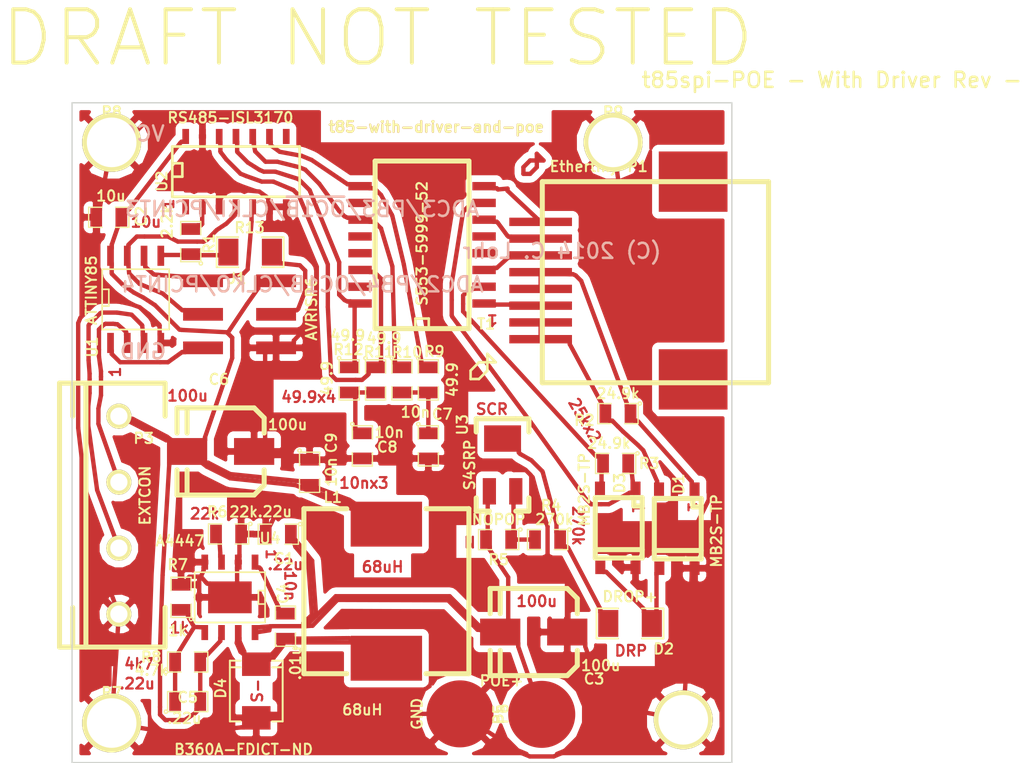
<source format=kicad_pcb>
(kicad_pcb (version 3) (host pcbnew "(2013-jul-07)-stable")

  (general
    (links 92)
    (no_connects 0)
    (area 68.43643 42.823 146.063607 101.5929)
    (thickness 1.6)
    (drawings 46)
    (tracks 807)
    (zones 0)
    (modules 41)
    (nets 33)
  )

  (page USLetter)
  (title_block 
    (title t85spi-with-driver)
    (rev -)
  )

  (layers
    (15 F.Cu signal)
    (0 B.Cu signal)
    (16 B.Adhes user)
    (17 F.Adhes user)
    (18 B.Paste user)
    (19 F.Paste user)
    (20 B.SilkS user hide)
    (21 F.SilkS user)
    (22 B.Mask user)
    (23 F.Mask user)
    (24 Dwgs.User user)
    (25 Cmts.User user)
    (26 Eco1.User user)
    (27 Eco2.User user)
    (28 Edge.Cuts user)
  )

  (setup
    (last_trace_width 0.3302)
    (trace_clearance 0.3302)
    (zone_clearance 0.508)
    (zone_45_only no)
    (trace_min 0.254)
    (segment_width 0.2)
    (edge_width 0.1)
    (via_size 0.889)
    (via_drill 0.635)
    (via_min_size 0.889)
    (via_min_drill 0.508)
    (uvia_size 0.508)
    (uvia_drill 0.127)
    (uvias_allowed no)
    (uvia_min_size 0.508)
    (uvia_min_drill 0.127)
    (pcb_text_width 0.1651)
    (pcb_text_size 0.8128 0.8128)
    (mod_edge_width 0.15)
    (mod_text_size 0.7874 0.7874)
    (mod_text_width 0.15)
    (pad_size 1.5 1.5)
    (pad_drill 0.6)
    (pad_to_mask_clearance 0)
    (aux_axis_origin 0 0)
    (visible_elements FFFFFFBF)
    (pcbplotparams
      (layerselection 284196865)
      (usegerberextensions false)
      (excludeedgelayer false)
      (linewidth 0.150000)
      (plotframeref false)
      (viasonmask false)
      (mode 1)
      (useauxorigin false)
      (hpglpennumber 1)
      (hpglpenspeed 20)
      (hpglpendiameter 15)
      (hpglpenoverlay 2)
      (psnegative false)
      (psa4output false)
      (plotreference true)
      (plotvalue true)
      (plotothertext true)
      (plotinvisibletext false)
      (padsonsilk false)
      (subtractmaskfromsilk false)
      (outputformat 2)
      (mirror false)
      (drillshape 1)
      (scaleselection 1)
      (outputdirectory t85spi-with-driver-and-poe))
  )

  (net 0 "")
  (net 1 N-0000010)
  (net 2 N-0000011)
  (net 3 N-0000012)
  (net 4 N-0000013)
  (net 5 N-0000016)
  (net 6 N-0000019)
  (net 7 N-000002)
  (net 8 N-0000021)
  (net 9 N-0000022)
  (net 10 N-0000023)
  (net 11 N-0000026)
  (net 12 N-0000027)
  (net 13 N-0000028)
  (net 14 N-0000029)
  (net 15 N-000003)
  (net 16 N-0000030)
  (net 17 N-0000033)
  (net 18 N-0000034)
  (net 19 N-0000035)
  (net 20 N-0000036)
  (net 21 N-0000037)
  (net 22 N-0000038)
  (net 23 N-0000039)
  (net 24 N-000004)
  (net 25 N-0000040)
  (net 26 N-000005)
  (net 27 N-000006)
  (net 28 N-000007)
  (net 29 N-000008)
  (net 30 N-000009)
  (net 31 VCC)
  (net 32 VSS)

  (net_class Default "This is the default net class."
    (clearance 0.3302)
    (trace_width 0.3302)
    (via_dia 0.889)
    (via_drill 0.635)
    (uvia_dia 0.508)
    (uvia_drill 0.127)
    (add_net "")
    (add_net N-0000010)
    (add_net N-0000011)
    (add_net N-0000012)
    (add_net N-0000013)
    (add_net N-0000016)
    (add_net N-0000019)
    (add_net N-000002)
    (add_net N-0000021)
    (add_net N-0000022)
    (add_net N-0000023)
    (add_net N-0000026)
    (add_net N-0000027)
    (add_net N-0000028)
    (add_net N-0000029)
    (add_net N-000003)
    (add_net N-0000030)
    (add_net N-0000033)
    (add_net N-0000034)
    (add_net N-0000035)
    (add_net N-0000036)
    (add_net N-0000037)
    (add_net N-0000038)
    (add_net N-0000039)
    (add_net N-000004)
    (add_net N-0000040)
    (add_net N-000005)
    (add_net N-000006)
    (add_net N-000007)
    (add_net N-000008)
    (add_net N-000009)
    (add_net VCC)
    (add_net VSS)
  )

  (module SO8WIDE (layer F.Cu) (tedit 55257010) (tstamp 5407A225)
    (at 78.8202 65.8962)
    (tags "CMS SOJ")
    (path /540643F0)
    (attr smd)
    (fp_text reference U1 (at -3.2918 3.6176 90) (layer F.SilkS)
      (effects (font (size 0.7874 0.7874) (thickness 0.15)))
    )
    (fp_text value ATTINY85 (at -3.3568 -0.6944 90) (layer F.SilkS)
      (effects (font (size 0.7874 0.7874) (thickness 0.15)))
    )
    (fp_line (start -2.54 -2.286) (end 2.54 -2.286) (layer F.SilkS) (width 0.127))
    (fp_line (start 2.54 -2.286) (end 2.54 2.286) (layer F.SilkS) (width 0.127))
    (fp_line (start 2.54 2.286) (end -2.54 2.286) (layer F.SilkS) (width 0.127))
    (fp_line (start -2.54 2.286) (end -2.54 -2.286) (layer F.SilkS) (width 0.127))
    (fp_line (start -2.54 -0.762) (end -2.032 -0.762) (layer F.SilkS) (width 0.127))
    (fp_line (start -2.032 -0.762) (end -2.032 0.508) (layer F.SilkS) (width 0.127))
    (fp_line (start -2.032 0.508) (end -2.54 0.508) (layer F.SilkS) (width 0.127))
    (pad 8 smd rect (at -1.905 -3.302) (size 0.508 1.524)
      (layers F.Cu F.Paste F.Mask)
      (net 31 VCC)
    )
    (pad 7 smd rect (at -0.635 -3.302) (size 0.508 1.524)
      (layers F.Cu F.Paste F.Mask)
      (net 25 N-0000040)
    )
    (pad 6 smd rect (at 0.635 -3.302) (size 0.508 1.524)
      (layers F.Cu F.Paste F.Mask)
      (net 23 N-0000039)
    )
    (pad 5 smd rect (at 1.905 -3.302) (size 0.508 1.524)
      (layers F.Cu F.Paste F.Mask)
      (net 21 N-0000037)
    )
    (pad 4 smd rect (at 1.905 3.302) (size 0.508 1.524)
      (layers F.Cu F.Paste F.Mask)
      (net 32 VSS)
    )
    (pad 3 smd rect (at 0.635 3.302) (size 0.508 1.524)
      (layers F.Cu F.Paste F.Mask)
      (net 14 N-0000029)
    )
    (pad 2 smd rect (at -0.635 3.302) (size 0.508 1.524)
      (layers F.Cu F.Paste F.Mask)
      (net 5 N-0000016)
    )
    (pad 1 smd rect (at -1.905 3.302) (size 0.508 1.524)
      (layers F.Cu F.Paste F.Mask)
      (net 13 N-0000028)
    )
    (model smd/cms_so8.wrl
      (at (xyz 0 0 0))
      (scale (xyz 0.5 0.38 0.5))
      (rotate (xyz 0 0 0))
    )
  )

  (module SO14E (layer F.Cu) (tedit 552574A5) (tstamp 5407A23E)
    (at 86.4214 56.0918)
    (descr "module CMS SOJ 14 pins etroit")
    (tags "CMS SOJ")
    (path /54079E15)
    (attr smd)
    (fp_text reference U2 (at -5.61892 0.84992 90) (layer F.SilkS)
      (effects (font (size 0.7874 0.7874) (thickness 0.15)))
    )
    (fp_text value RS485-ISL3170 (at -0.42208 -3.95576) (layer F.SilkS)
      (effects (font (size 0.7874 0.7874) (thickness 0.15)))
    )
    (fp_line (start -4.826 -1.778) (end 4.826 -1.778) (layer F.SilkS) (width 0.2032))
    (fp_line (start 4.826 -1.778) (end 4.826 2.032) (layer F.SilkS) (width 0.2032))
    (fp_line (start 4.826 2.032) (end -4.826 2.032) (layer F.SilkS) (width 0.2032))
    (fp_line (start -4.826 2.032) (end -4.826 -1.778) (layer F.SilkS) (width 0.2032))
    (fp_line (start -4.826 -0.508) (end -4.064 -0.508) (layer F.SilkS) (width 0.2032))
    (fp_line (start -4.064 -0.508) (end -4.064 0.508) (layer F.SilkS) (width 0.2032))
    (fp_line (start -4.064 0.508) (end -4.826 0.508) (layer F.SilkS) (width 0.2032))
    (pad 1 smd rect (at -3.81 2.794) (size 0.508 1.143)
      (layers F.Cu F.Paste F.Mask)
    )
    (pad 2 smd rect (at -2.54 2.794) (size 0.508 1.143)
      (layers F.Cu F.Paste F.Mask)
      (net 22 N-0000038)
    )
    (pad 3 smd rect (at -1.27 2.794) (size 0.508 1.143)
      (layers F.Cu F.Paste F.Mask)
      (net 32 VSS)
    )
    (pad 4 smd rect (at 0 2.794) (size 0.508 1.143)
      (layers F.Cu F.Paste F.Mask)
      (net 25 N-0000040)
    )
    (pad 5 smd rect (at 1.27 2.794) (size 0.508 1.143)
      (layers F.Cu F.Paste F.Mask)
      (net 23 N-0000039)
    )
    (pad 6 smd rect (at 2.54 2.794) (size 0.508 1.143)
      (layers F.Cu F.Paste F.Mask)
      (net 32 VSS)
    )
    (pad 7 smd rect (at 3.81 2.794) (size 0.508 1.143)
      (layers F.Cu F.Paste F.Mask)
      (net 32 VSS)
    )
    (pad 8 smd rect (at 3.81 -2.54) (size 0.508 1.143)
      (layers F.Cu F.Paste F.Mask)
    )
    (pad 9 smd rect (at 2.54 -2.54) (size 0.508 1.143)
      (layers F.Cu F.Paste F.Mask)
      (net 8 N-0000021)
    )
    (pad 10 smd rect (at 1.27 -2.54) (size 0.508 1.143)
      (layers F.Cu F.Paste F.Mask)
      (net 6 N-0000019)
    )
    (pad 11 smd rect (at 0 -2.54) (size 0.508 1.143)
      (layers F.Cu F.Paste F.Mask)
      (net 16 N-0000030)
    )
    (pad 12 smd rect (at -1.27 -2.54) (size 0.508 1.143)
      (layers F.Cu F.Paste F.Mask)
      (net 19 N-0000035)
    )
    (pad 13 smd rect (at -2.54 -2.54) (size 0.508 1.143)
      (layers F.Cu F.Paste F.Mask)
      (net 32 VSS)
    )
    (pad 14 smd rect (at -3.81 -2.54) (size 0.508 1.143)
      (layers F.Cu F.Paste F.Mask)
      (net 31 VCC)
    )
    (model smd/cms_so14.wrl
      (at (xyz 0 0 0))
      (scale (xyz 0.5 0.3 0.5))
      (rotate (xyz 0 0 0))
    )
  )

  (module SMT_ETHERNET (layer F.Cu) (tedit 55255EBD) (tstamp 5407A250)
    (at 121.0655 56.976)
    (path /54064D5E)
    (fp_text reference P1 (at -4.2103 -1.1474) (layer F.SilkS)
      (effects (font (size 0.7874 0.7874) (thickness 0.15)))
    )
    (fp_text value Ethertiny (at -8.2743 -1.1474) (layer F.SilkS)
      (effects (font (size 0.7874 0.7874) (thickness 0.15)))
    )
    (fp_line (start -11.43 0) (end -11.43 15.24) (layer F.SilkS) (width 0.381))
    (fp_line (start -11.43 15.24) (end 5.715 15.24) (layer F.SilkS) (width 0.381))
    (fp_line (start 5.715 15.24) (end 5.715 0) (layer F.SilkS) (width 0.381))
    (fp_line (start 5.715 0) (end -11.43 0) (layer F.SilkS) (width 0.381))
    (pad 9 smd rect (at 0 0) (size 5.207 4.572)
      (layers F.Cu F.Paste F.Mask)
    )
    (pad 8 smd rect (at -11.557 3.048) (size 4.7498 0.635)
      (layers F.Cu F.Paste F.Mask)
      (net 9 N-0000022)
    )
    (pad 7 smd rect (at -11.557 4.318) (size 4.7498 0.635)
      (layers F.Cu F.Paste F.Mask)
      (net 17 N-0000033)
    )
    (pad 6 smd rect (at -11.557 5.588) (size 4.7498 0.635)
      (layers F.Cu F.Paste F.Mask)
      (net 11 N-0000026)
    )
    (pad 5 smd rect (at -11.557 6.858) (size 4.7498 0.635)
      (layers F.Cu F.Paste F.Mask)
      (net 20 N-0000036)
    )
    (pad 4 smd rect (at -11.557 8.128) (size 4.7498 0.635)
      (layers F.Cu F.Paste F.Mask)
      (net 20 N-0000036)
    )
    (pad 3 smd rect (at -11.557 9.398) (size 4.7498 0.635)
      (layers F.Cu F.Paste F.Mask)
      (net 18 N-0000034)
    )
    (pad 2 smd rect (at -11.557 10.668) (size 4.7498 0.635)
      (layers F.Cu F.Paste F.Mask)
      (net 1 N-0000010)
    )
    (pad 1 smd rect (at -11.557 11.938) (size 4.7498 0.635)
      (layers F.Cu F.Paste F.Mask)
      (net 1 N-0000010)
    )
    (pad 10 smd rect (at 0 14.986) (size 5.207 4.572)
      (layers F.Cu F.Paste F.Mask)
    )
  )

  (module SM0805 (layer F.Cu) (tedit 55256F4B) (tstamp 5407A25D)
    (at 76.7831 59.6774 180)
    (path /540646B3)
    (attr smd)
    (fp_text reference C2 (at -2.4638 0.0762 270) (layer F.SilkS)
      (effects (font (size 0.7874 0.7874) (thickness 0.15)))
    )
    (fp_text value 10u (at -0.16366 1.61808 180) (layer F.SilkS)
      (effects (font (size 0.7874 0.7874) (thickness 0.15)))
    )
    (fp_circle (center -1.651 0.762) (end -1.651 0.635) (layer F.SilkS) (width 0.09906))
    (fp_line (start -0.508 0.762) (end -1.524 0.762) (layer F.SilkS) (width 0.09906))
    (fp_line (start -1.524 0.762) (end -1.524 -0.762) (layer F.SilkS) (width 0.09906))
    (fp_line (start -1.524 -0.762) (end -0.508 -0.762) (layer F.SilkS) (width 0.09906))
    (fp_line (start 0.508 -0.762) (end 1.524 -0.762) (layer F.SilkS) (width 0.09906))
    (fp_line (start 1.524 -0.762) (end 1.524 0.762) (layer F.SilkS) (width 0.09906))
    (fp_line (start 1.524 0.762) (end 0.508 0.762) (layer F.SilkS) (width 0.09906))
    (pad 1 smd rect (at -0.9525 0 180) (size 0.889 1.397)
      (layers F.Cu F.Paste F.Mask)
      (net 31 VCC)
    )
    (pad 2 smd rect (at 0.9525 0 180) (size 0.889 1.397)
      (layers F.Cu F.Paste F.Mask)
      (net 32 VSS)
    )
    (model smd/chip_cms.wrl
      (at (xyz 0 0 0))
      (scale (xyz 0.1 0.1 0.1))
      (rotate (xyz 0 0 0))
    )
  )

  (module RIBBON6SMT (layer F.Cu) (tedit 55256F3B) (tstamp 5407A267)
    (at 89.4627 64.4903 270)
    (path /540643FF)
    (fp_text reference J1 (at -0.1778 2.9464 360) (layer F.SilkS)
      (effects (font (size 0.7874 0.7874) (thickness 0.15)))
    )
    (fp_text value AVRISP6 (at 2.11866 -2.68342 270) (layer F.SilkS)
      (effects (font (size 0.7874 0.7874) (thickness 0.15)))
    )
    (pad 2 smd rect (at 0 0 270) (size 0.9652 3.0226)
      (layers F.Cu F.Paste F.Mask)
      (net 31 VCC)
    )
    (pad 4 smd rect (at 2.54 0 270) (size 0.9652 3.0226)
      (layers F.Cu F.Paste F.Mask)
      (net 30 N-000009)
    )
    (pad 6 smd rect (at 5.08 0 270) (size 0.9652 3.0226)
      (layers F.Cu F.Paste F.Mask)
      (net 32 VSS)
    )
    (pad 1 smd rect (at 0 5.5372 270) (size 0.9652 3.0226)
      (layers F.Cu F.Paste F.Mask)
      (net 23 N-0000039)
    )
    (pad 3 smd rect (at 2.54 5.5372 270) (size 0.9652 3.0226)
      (layers F.Cu F.Paste F.Mask)
      (net 25 N-0000040)
    )
    (pad 5 smd rect (at 5.08 5.5372 270) (size 0.9652 3.0226)
      (layers F.Cu F.Paste F.Mask)
      (net 13 N-0000028)
    )
  )

  (module BELFuse-S553 (layer F.Cu) (tedit 5407A4EB) (tstamp 5407A2CA)
    (at 100.5236 61.7638 90)
    (descr "Module CMS SOJ 16 pins tres large")
    (tags "CMS SOJ")
    (path /5407A2DC)
    (attr smd)
    (fp_text reference T1 (at -5.9944 4.8514 180) (layer F.SilkS)
      (effects (font (size 0.7874 0.7874) (thickness 0.15)))
    )
    (fp_text value S553-5999-52 (at 0.1016 0 90) (layer F.SilkS)
      (effects (font (size 0.7874 0.7874) (thickness 0.15)))
    )
    (fp_line (start -6.35 -3.556) (end -6.35 3.556) (layer F.SilkS) (width 0.381))
    (fp_line (start -6.35 3.556) (end 6.35 3.556) (layer F.SilkS) (width 0.381))
    (fp_line (start 6.35 3.556) (end 6.35 -3.556) (layer F.SilkS) (width 0.381))
    (fp_line (start 6.35 -3.556) (end -6.35 -3.556) (layer F.SilkS) (width 0.381))
    (fp_line (start -6.35 -0.508) (end -5.588 -0.508) (layer F.SilkS) (width 0.2032))
    (fp_line (start -5.588 -0.508) (end -5.588 0.508) (layer F.SilkS) (width 0.2032))
    (fp_line (start -5.588 0.508) (end -6.35 0.508) (layer F.SilkS) (width 0.2032))
    (pad 1 smd rect (at -4.445 4.699 90) (size 0.635 1.778)
      (layers F.Cu F.Paste F.Mask)
      (net 18 N-0000034)
    )
    (pad 2 smd rect (at -3.175 4.699 90) (size 0.635 1.778)
      (layers F.Cu F.Paste F.Mask)
      (net 12 N-0000027)
    )
    (pad 3 smd rect (at -1.905 4.699 90) (size 0.635 1.778)
      (layers F.Cu F.Paste F.Mask)
      (net 11 N-0000026)
    )
    (pad 4 smd rect (at -0.635 4.699 90) (size 0.635 1.778)
      (layers F.Cu F.Paste F.Mask)
    )
    (pad 5 smd rect (at 0.635 4.699 90) (size 0.635 1.778)
      (layers F.Cu F.Paste F.Mask)
    )
    (pad 6 smd rect (at 1.905 4.699 90) (size 0.635 1.778)
      (layers F.Cu F.Paste F.Mask)
      (net 17 N-0000033)
    )
    (pad 7 smd rect (at 3.175 4.699 90) (size 0.635 1.778)
      (layers F.Cu F.Paste F.Mask)
      (net 10 N-0000023)
    )
    (pad 8 smd rect (at 4.445 4.699 90) (size 0.635 1.778)
      (layers F.Cu F.Paste F.Mask)
      (net 9 N-0000022)
    )
    (pad 9 smd rect (at 4.445 -4.699 90) (size 0.635 1.778)
      (layers F.Cu F.Paste F.Mask)
      (net 8 N-0000021)
    )
    (pad 10 smd rect (at 3.175 -4.699 90) (size 0.635 1.778)
      (layers F.Cu F.Paste F.Mask)
    )
    (pad 11 smd rect (at 1.905 -4.699 90) (size 0.635 1.778)
      (layers F.Cu F.Paste F.Mask)
      (net 6 N-0000019)
    )
    (pad 12 smd rect (at 0.635 -4.699 90) (size 0.635 1.778)
      (layers F.Cu F.Paste F.Mask)
    )
    (pad 13 smd rect (at -0.635 -4.699 90) (size 0.635 1.778)
      (layers F.Cu F.Paste F.Mask)
    )
    (pad 14 smd rect (at -1.905 -4.699 90) (size 0.635 1.778)
      (layers F.Cu F.Paste F.Mask)
      (net 19 N-0000035)
    )
    (pad 15 smd rect (at -3.175 -4.699 90) (size 0.635 1.778)
      (layers F.Cu F.Paste F.Mask)
    )
    (pad 16 smd rect (at -4.445 -4.699 90) (size 0.635 1.778)
      (layers F.Cu F.Paste F.Mask)
      (net 16 N-0000030)
    )
    (model smd/cms_so16.wrl
      (at (xyz 0 0 0))
      (scale (xyz 0.5 0.6 0.5))
      (rotate (xyz 0 0 0))
    )
  )

  (module PHOENIX1935187 (layer F.Cu) (tedit 5407A662) (tstamp 5407A2FB)
    (at 77.5496 82.2464 270)
    (path /5407AF38)
    (fp_text reference P3 (at -5.8166 -1.8796 360) (layer F.SilkS)
      (effects (font (size 0.7874 0.7874) (thickness 0.15)))
    )
    (fp_text value EXTCON (at -1.4884 -1.9812 270) (layer F.SilkS)
      (effects (font (size 0.7874 0.7874) (thickness 0.15)))
    )
    (fp_line (start -10 -3.5) (end -10 4.5) (layer F.SilkS) (width 0.381))
    (fp_line (start 10 -3.5) (end 10 4.5) (layer F.SilkS) (width 0.381))
    (fp_line (start 10 4.5) (end -10 4.5) (layer F.SilkS) (width 0.381))
    (fp_line (start -10 2.5) (end 10 2.5) (layer F.SilkS) (width 0.381))
    (fp_line (start 7 -3.5) (end 10 -3.5) (layer F.SilkS) (width 0.381))
    (fp_line (start 10 3.5) (end 7 3.5) (layer F.SilkS) (width 0.381))
    (fp_line (start -7.5 -3.5) (end -10 -3.5) (layer F.SilkS) (width 0.381))
    (fp_line (start -10 3.5) (end -7.5 3.5) (layer F.SilkS) (width 0.381))
    (pad 1 thru_hole circle (at -7.5 0 270) (size 1.9 1.9) (drill 1.3)
      (layers *.Cu *.Mask F.SilkS)
      (net 31 VCC)
    )
    (pad 2 thru_hole circle (at -2.5 0 270) (size 1.9 1.9) (drill 1.3)
      (layers *.Cu *.Mask F.SilkS)
      (net 5 N-0000016)
    )
    (pad 3 thru_hole circle (at 2.5 0 270) (size 1.9 1.9) (drill 1.3)
      (layers *.Cu *.Mask F.SilkS)
      (net 14 N-0000029)
    )
    (pad 4 thru_hole circle (at 7.5 0 270) (size 1.9 1.9) (drill 1.3)
      (layers *.Cu *.Mask F.SilkS)
      (net 32 VSS)
    )
  )

  (module SM0805 (layer F.Cu) (tedit 55256F43) (tstamp 5407B7DC)
    (at 82.997 61.5188 90)
    (path /5407B856)
    (attr smd)
    (fp_text reference R1 (at -0.1524 1.3818 90) (layer F.SilkS)
      (effects (font (size 0.7874 0.7874) (thickness 0.15)))
    )
    (fp_text value 2.2k (at 1.4986 -1.7932 90) (layer F.SilkS)
      (effects (font (size 0.7874 0.7874) (thickness 0.15)))
    )
    (fp_circle (center -1.651 0.762) (end -1.651 0.635) (layer F.SilkS) (width 0.09906))
    (fp_line (start -0.508 0.762) (end -1.524 0.762) (layer F.SilkS) (width 0.09906))
    (fp_line (start -1.524 0.762) (end -1.524 -0.762) (layer F.SilkS) (width 0.09906))
    (fp_line (start -1.524 -0.762) (end -0.508 -0.762) (layer F.SilkS) (width 0.09906))
    (fp_line (start 0.508 -0.762) (end 1.524 -0.762) (layer F.SilkS) (width 0.09906))
    (fp_line (start 1.524 -0.762) (end 1.524 0.762) (layer F.SilkS) (width 0.09906))
    (fp_line (start 1.524 0.762) (end 0.508 0.762) (layer F.SilkS) (width 0.09906))
    (pad 1 smd rect (at -0.9525 0 90) (size 0.889 1.397)
      (layers F.Cu F.Paste F.Mask)
      (net 21 N-0000037)
    )
    (pad 2 smd rect (at 0.9525 0 90) (size 0.889 1.397)
      (layers F.Cu F.Paste F.Mask)
      (net 22 N-0000038)
    )
    (model smd/chip_cms.wrl
      (at (xyz 0 0 0))
      (scale (xyz 0.1 0.1 0.1))
      (rotate (xyz 0 0 0))
    )
  )

  (module 632HOLE (layer F.Cu) (tedit 5407B991) (tstamp 5407B9A9)
    (at 120.316 97.7571)
    (descr Hole)
    (tags "DEV 6-32 HOLE")
    (path /5407B9CE)
    (fp_text reference P4 (at -0.03302 -0.15494) (layer F.SilkS)
      (effects (font (size 0.7874 0.7874) (thickness 0.15)))
    )
    (fp_text value ~ (at 0 2.794) (layer F.SilkS) hide
      (effects (font (size 0.7874 0.7874) (thickness 0.15)))
    )
    (fp_circle (center 0 0) (end 1.69926 -0.09906) (layer F.SilkS) (width 0.381))
    (pad 1 thru_hole circle (at 0 0) (size 4.4704 4.4704) (drill 3.7592)
      (layers *.Cu *.Mask F.SilkS)
      (net 32 VSS)
    )
  )

  (module SO8E-WITHPAD (layer F.Cu) (tedit 552581FB) (tstamp 55253D38)
    (at 85.961 88.4766 180)
    (descr "module CMS SOJ 8 w/ pad.")
    (tags "CMS SOJ")
    (path /552555E8)
    (attr smd)
    (fp_text reference U4 (at -3.039 4.4766 180) (layer F.SilkS)
      (effects (font (size 0.7874 0.7874) (thickness 0.15)))
    )
    (fp_text value A4447 (at 3.7793 4.2756 180) (layer F.SilkS)
      (effects (font (size 0.7874 0.7874) (thickness 0.15)))
    )
    (fp_line (start -2.667 1.778) (end -2.667 1.905) (layer F.SilkS) (width 0.127))
    (fp_line (start -2.667 1.905) (end 2.667 1.905) (layer F.SilkS) (width 0.127))
    (fp_line (start 2.667 -1.905) (end -2.667 -1.905) (layer F.SilkS) (width 0.127))
    (fp_line (start -2.667 -1.905) (end -2.667 1.778) (layer F.SilkS) (width 0.127))
    (fp_line (start -2.667 -0.508) (end -2.159 -0.508) (layer F.SilkS) (width 0.127))
    (fp_line (start -2.159 -0.508) (end -2.159 0.508) (layer F.SilkS) (width 0.127))
    (fp_line (start -2.159 0.508) (end -2.667 0.508) (layer F.SilkS) (width 0.127))
    (fp_line (start 2.667 -1.905) (end 2.667 1.905) (layer F.SilkS) (width 0.127))
    (pad 8 smd rect (at -1.905 -2.667 180) (size 0.508 1.143)
      (layers F.Cu F.Paste F.Mask)
      (net 15 N-000003)
    )
    (pad 1 smd rect (at -1.905 2.667 180) (size 0.508 1.143)
      (layers F.Cu F.Paste F.Mask)
      (net 7 N-000002)
    )
    (pad 7 smd rect (at -0.635 -2.667 180) (size 0.508 1.143)
      (layers F.Cu F.Paste F.Mask)
      (net 4 N-0000013)
    )
    (pad 6 smd rect (at 0.635 -2.667 180) (size 0.508 1.143)
      (layers F.Cu F.Paste F.Mask)
      (net 31 VCC)
    )
    (pad 5 smd rect (at 1.905 -2.667 180) (size 0.508 1.143)
      (layers F.Cu F.Paste F.Mask)
      (net 2 N-0000011)
    )
    (pad 2 smd rect (at -0.635 2.667 180) (size 0.508 1.143)
      (layers F.Cu F.Paste F.Mask)
      (net 32 VSS)
    )
    (pad 3 smd rect (at 0.635 2.667 180) (size 0.508 1.143)
      (layers F.Cu F.Paste F.Mask)
      (net 3 N-0000012)
    )
    (pad 4 smd rect (at 1.905 2.667 180) (size 0.508 1.143)
      (layers F.Cu F.Paste F.Mask)
      (net 32 VSS)
    )
    (pad 9 smd rect (at 0 0 180) (size 3.302 2.413)
      (layers F.Cu F.Paste F.Mask)
      (net 32 VSS)
    )
    (model smd/cms_so8.wrl
      (at (xyz 0 0 0))
      (scale (xyz 0.5 0.32 0.5))
      (rotate (xyz 0 0 0))
    )
  )

  (module SM1206 (layer F.Cu) (tedit 55257426) (tstamp 55253D44)
    (at 116.284 90.454)
    (path /552545A9)
    (attr smd)
    (fp_text reference D2 (at 2.55752 1.93088) (layer F.SilkS)
      (effects (font (size 0.7874 0.7874) (thickness 0.15)))
    )
    (fp_text value DROP+ (at 0 -2.032) (layer F.SilkS)
      (effects (font (size 0.7874 0.7874) (thickness 0.15)))
    )
    (fp_line (start -2.54 -1.143) (end -2.54 1.143) (layer F.SilkS) (width 0.127))
    (fp_line (start -2.54 1.143) (end -0.889 1.143) (layer F.SilkS) (width 0.127))
    (fp_line (start 0.889 -1.143) (end 2.54 -1.143) (layer F.SilkS) (width 0.127))
    (fp_line (start 2.54 -1.143) (end 2.54 1.143) (layer F.SilkS) (width 0.127))
    (fp_line (start 2.54 1.143) (end 0.889 1.143) (layer F.SilkS) (width 0.127))
    (fp_line (start -0.889 -1.143) (end -2.54 -1.143) (layer F.SilkS) (width 0.127))
    (pad 1 smd rect (at -1.651 0) (size 1.524 2.032)
      (layers F.Cu F.Paste F.Mask)
      (net 27 N-000006)
    )
    (pad 2 smd rect (at 1.651 0) (size 1.524 2.032)
      (layers F.Cu F.Paste F.Mask)
      (net 24 N-000004)
    )
    (model smd/chip_cms.wrl
      (at (xyz 0 0 0))
      (scale (xyz 0.17 0.16 0.16))
      (rotate (xyz 0 0 0))
    )
  )

  (module SM0805 (layer F.Cu) (tedit 55255EAE) (tstamp 55253D51)
    (at 115.1917 78.3284 180)
    (path /552540F3)
    (attr smd)
    (fp_text reference R3 (at -2.54 0 180) (layer F.SilkS)
      (effects (font (size 0.7874 0.7874) (thickness 0.15)))
    )
    (fp_text value 24.9k (at 0.508 1.524 180) (layer F.SilkS)
      (effects (font (size 0.7874 0.7874) (thickness 0.15)))
    )
    (fp_circle (center -1.651 0.762) (end -1.651 0.635) (layer F.SilkS) (width 0.09906))
    (fp_line (start -0.508 0.762) (end -1.524 0.762) (layer F.SilkS) (width 0.09906))
    (fp_line (start -1.524 0.762) (end -1.524 -0.762) (layer F.SilkS) (width 0.09906))
    (fp_line (start -1.524 -0.762) (end -0.508 -0.762) (layer F.SilkS) (width 0.09906))
    (fp_line (start 0.508 -0.762) (end 1.524 -0.762) (layer F.SilkS) (width 0.09906))
    (fp_line (start 1.524 -0.762) (end 1.524 0.762) (layer F.SilkS) (width 0.09906))
    (fp_line (start 1.524 0.762) (end 0.508 0.762) (layer F.SilkS) (width 0.09906))
    (pad 1 smd rect (at -0.9525 0 180) (size 0.889 1.397)
      (layers F.Cu F.Paste F.Mask)
      (net 10 N-0000023)
    )
    (pad 2 smd rect (at 0.9525 0 180) (size 0.889 1.397)
      (layers F.Cu F.Paste F.Mask)
      (net 12 N-0000027)
    )
    (model smd/chip_cms.wrl
      (at (xyz 0 0 0))
      (scale (xyz 0.1 0.1 0.1))
      (rotate (xyz 0 0 0))
    )
  )

  (module SM0805 (layer F.Cu) (tedit 55255EB2) (tstamp 55253D5E)
    (at 115.3685 74.5541 180)
    (path /55254102)
    (attr smd)
    (fp_text reference R2 (at 2.54 -0.508 180) (layer F.SilkS)
      (effects (font (size 0.7874 0.7874) (thickness 0.15)))
    )
    (fp_text value 24.9k (at 0 1.524 180) (layer F.SilkS)
      (effects (font (size 0.7874 0.7874) (thickness 0.15)))
    )
    (fp_circle (center -1.651 0.762) (end -1.651 0.635) (layer F.SilkS) (width 0.09906))
    (fp_line (start -0.508 0.762) (end -1.524 0.762) (layer F.SilkS) (width 0.09906))
    (fp_line (start -1.524 0.762) (end -1.524 -0.762) (layer F.SilkS) (width 0.09906))
    (fp_line (start -1.524 -0.762) (end -0.508 -0.762) (layer F.SilkS) (width 0.09906))
    (fp_line (start 0.508 -0.762) (end 1.524 -0.762) (layer F.SilkS) (width 0.09906))
    (fp_line (start 1.524 -0.762) (end 1.524 0.762) (layer F.SilkS) (width 0.09906))
    (fp_line (start 1.524 0.762) (end 0.508 0.762) (layer F.SilkS) (width 0.09906))
    (pad 1 smd rect (at -0.9525 0 180) (size 0.889 1.397)
      (layers F.Cu F.Paste F.Mask)
      (net 20 N-0000036)
    )
    (pad 2 smd rect (at 0.9525 0 180) (size 0.889 1.397)
      (layers F.Cu F.Paste F.Mask)
      (net 1 N-0000010)
    )
    (model smd/chip_cms.wrl
      (at (xyz 0 0 0))
      (scale (xyz 0.1 0.1 0.1))
      (rotate (xyz 0 0 0))
    )
  )

  (module SM0805 (layer F.Cu) (tedit 55255EF8) (tstamp 55253D6B)
    (at 82.7622 96.3772)
    (path /552567ED)
    (attr smd)
    (fp_text reference C5 (at 0 -0.3175) (layer F.SilkS)
      (effects (font (size 0.7874 0.7874) (thickness 0.15)))
    )
    (fp_text value .22u (at -0.254 1.27) (layer F.SilkS)
      (effects (font (size 0.7874 0.7874) (thickness 0.15)))
    )
    (fp_circle (center -1.651 0.762) (end -1.651 0.635) (layer F.SilkS) (width 0.09906))
    (fp_line (start -0.508 0.762) (end -1.524 0.762) (layer F.SilkS) (width 0.09906))
    (fp_line (start -1.524 0.762) (end -1.524 -0.762) (layer F.SilkS) (width 0.09906))
    (fp_line (start -1.524 -0.762) (end -0.508 -0.762) (layer F.SilkS) (width 0.09906))
    (fp_line (start 0.508 -0.762) (end 1.524 -0.762) (layer F.SilkS) (width 0.09906))
    (fp_line (start 1.524 -0.762) (end 1.524 0.762) (layer F.SilkS) (width 0.09906))
    (fp_line (start 1.524 0.762) (end 0.508 0.762) (layer F.SilkS) (width 0.09906))
    (pad 1 smd rect (at -0.9525 0) (size 0.889 1.397)
      (layers F.Cu F.Paste F.Mask)
      (net 2 N-0000011)
    )
    (pad 2 smd rect (at 0.9525 0) (size 0.889 1.397)
      (layers F.Cu F.Paste F.Mask)
      (net 31 VCC)
    )
    (model smd/chip_cms.wrl
      (at (xyz 0 0 0))
      (scale (xyz 0.1 0.1 0.1))
      (rotate (xyz 0 0 0))
    )
  )

  (module SM0805 (layer F.Cu) (tedit 55256AB0) (tstamp 55253D78)
    (at 85.8616 83.6754 180)
    (path /5525653A)
    (attr smd)
    (fp_text reference R6 (at 0.8616 1.6754 180) (layer F.SilkS)
      (effects (font (size 0.7874 0.7874) (thickness 0.15)))
    )
    (fp_text value 22k (at -1.1384 1.6754 180) (layer F.SilkS)
      (effects (font (size 0.7874 0.7874) (thickness 0.15)))
    )
    (fp_circle (center -1.651 0.762) (end -1.651 0.635) (layer F.SilkS) (width 0.09906))
    (fp_line (start -0.508 0.762) (end -1.524 0.762) (layer F.SilkS) (width 0.09906))
    (fp_line (start -1.524 0.762) (end -1.524 -0.762) (layer F.SilkS) (width 0.09906))
    (fp_line (start -1.524 -0.762) (end -0.508 -0.762) (layer F.SilkS) (width 0.09906))
    (fp_line (start 0.508 -0.762) (end 1.524 -0.762) (layer F.SilkS) (width 0.09906))
    (fp_line (start 1.524 -0.762) (end 1.524 0.762) (layer F.SilkS) (width 0.09906))
    (fp_line (start 1.524 0.762) (end 0.508 0.762) (layer F.SilkS) (width 0.09906))
    (pad 1 smd rect (at -0.9525 0 180) (size 0.889 1.397)
      (layers F.Cu F.Paste F.Mask)
      (net 32 VSS)
    )
    (pad 2 smd rect (at 0.9525 0 180) (size 0.889 1.397)
      (layers F.Cu F.Paste F.Mask)
      (net 3 N-0000012)
    )
    (model smd/chip_cms.wrl
      (at (xyz 0 0 0))
      (scale (xyz 0.1 0.1 0.1))
      (rotate (xyz 0 0 0))
    )
  )

  (module SM0805 (layer F.Cu) (tedit 55256ABA) (tstamp 55253D85)
    (at 82.7622 93.3772)
    (path /55256290)
    (attr smd)
    (fp_text reference R8 (at -2.7622 -0.3772) (layer F.SilkS)
      (effects (font (size 0.7874 0.7874) (thickness 0.15)))
    )
    (fp_text value 4.7k (at -2.7622 0.6228) (layer F.SilkS)
      (effects (font (size 0.7874 0.7874) (thickness 0.15)))
    )
    (fp_circle (center -1.651 0.762) (end -1.651 0.635) (layer F.SilkS) (width 0.09906))
    (fp_line (start -0.508 0.762) (end -1.524 0.762) (layer F.SilkS) (width 0.09906))
    (fp_line (start -1.524 0.762) (end -1.524 -0.762) (layer F.SilkS) (width 0.09906))
    (fp_line (start -1.524 -0.762) (end -0.508 -0.762) (layer F.SilkS) (width 0.09906))
    (fp_line (start 0.508 -0.762) (end 1.524 -0.762) (layer F.SilkS) (width 0.09906))
    (fp_line (start 1.524 -0.762) (end 1.524 0.762) (layer F.SilkS) (width 0.09906))
    (fp_line (start 1.524 0.762) (end 0.508 0.762) (layer F.SilkS) (width 0.09906))
    (pad 1 smd rect (at -0.9525 0) (size 0.889 1.397)
      (layers F.Cu F.Paste F.Mask)
      (net 2 N-0000011)
    )
    (pad 2 smd rect (at 0.9525 0) (size 0.889 1.397)
      (layers F.Cu F.Paste F.Mask)
      (net 31 VCC)
    )
    (model smd/chip_cms.wrl
      (at (xyz 0 0 0))
      (scale (xyz 0.1 0.1 0.1))
      (rotate (xyz 0 0 0))
    )
  )

  (module SM0805 (layer F.Cu) (tedit 55255E88) (tstamp 55253D92)
    (at 106.325 84.0997 180)
    (path /55254D8B)
    (attr smd)
    (fp_text reference R5 (at 0 -1.524 180) (layer F.SilkS)
      (effects (font (size 0.7874 0.7874) (thickness 0.15)))
    )
    (fp_text value NOPOP (at 0 1.524 180) (layer F.SilkS)
      (effects (font (size 0.7874 0.7874) (thickness 0.15)))
    )
    (fp_circle (center -1.651 0.762) (end -1.651 0.635) (layer F.SilkS) (width 0.09906))
    (fp_line (start -0.508 0.762) (end -1.524 0.762) (layer F.SilkS) (width 0.09906))
    (fp_line (start -1.524 0.762) (end -1.524 -0.762) (layer F.SilkS) (width 0.09906))
    (fp_line (start -1.524 -0.762) (end -0.508 -0.762) (layer F.SilkS) (width 0.09906))
    (fp_line (start 0.508 -0.762) (end 1.524 -0.762) (layer F.SilkS) (width 0.09906))
    (fp_line (start 1.524 -0.762) (end 1.524 0.762) (layer F.SilkS) (width 0.09906))
    (fp_line (start 1.524 0.762) (end 0.508 0.762) (layer F.SilkS) (width 0.09906))
    (pad 1 smd rect (at -0.9525 0 180) (size 0.889 1.397)
      (layers F.Cu F.Paste F.Mask)
      (net 26 N-000005)
    )
    (pad 2 smd rect (at 0.9525 0 180) (size 0.889 1.397)
      (layers F.Cu F.Paste F.Mask)
      (net 15 N-000003)
    )
    (model smd/chip_cms.wrl
      (at (xyz 0 0 0))
      (scale (xyz 0.1 0.1 0.1))
      (rotate (xyz 0 0 0))
    )
  )

  (module SM0805 (layer F.Cu) (tedit 5525739E) (tstamp 55253D9F)
    (at 110.0354 84.0997 180)
    (path /55254EF8)
    (attr smd)
    (fp_text reference R4 (at -0.25394 2.5784 180) (layer F.SilkS)
      (effects (font (size 0.7874 0.7874) (thickness 0.15)))
    )
    (fp_text value 270k (at -0.508 1.524 180) (layer F.SilkS)
      (effects (font (size 0.7874 0.7874) (thickness 0.15)))
    )
    (fp_circle (center -1.651 0.762) (end -1.651 0.635) (layer F.SilkS) (width 0.09906))
    (fp_line (start -0.508 0.762) (end -1.524 0.762) (layer F.SilkS) (width 0.09906))
    (fp_line (start -1.524 0.762) (end -1.524 -0.762) (layer F.SilkS) (width 0.09906))
    (fp_line (start -1.524 -0.762) (end -0.508 -0.762) (layer F.SilkS) (width 0.09906))
    (fp_line (start 0.508 -0.762) (end 1.524 -0.762) (layer F.SilkS) (width 0.09906))
    (fp_line (start 1.524 -0.762) (end 1.524 0.762) (layer F.SilkS) (width 0.09906))
    (fp_line (start 1.524 0.762) (end 0.508 0.762) (layer F.SilkS) (width 0.09906))
    (pad 1 smd rect (at -0.9525 0 180) (size 0.889 1.397)
      (layers F.Cu F.Paste F.Mask)
      (net 27 N-000006)
    )
    (pad 2 smd rect (at 0.9525 0 180) (size 0.889 1.397)
      (layers F.Cu F.Paste F.Mask)
      (net 26 N-000005)
    )
    (model smd/chip_cms.wrl
      (at (xyz 0 0 0))
      (scale (xyz 0.1 0.1 0.1))
      (rotate (xyz 0 0 0))
    )
  )

  (module SM0805 (layer F.Cu) (tedit 55258212) (tstamp 55253DAC)
    (at 89.62898 83.69046 180)
    (path /5525508A)
    (attr smd)
    (fp_text reference C1 (at -0.4445 -1.84912 180) (layer F.SilkS)
      (effects (font (size 0.7874 0.7874) (thickness 0.15)))
    )
    (fp_text value .22u (at 0.2667 1.70688 180) (layer F.SilkS)
      (effects (font (size 0.7874 0.7874) (thickness 0.15)))
    )
    (fp_circle (center -1.651 0.762) (end -1.651 0.635) (layer F.SilkS) (width 0.09906))
    (fp_line (start -0.508 0.762) (end -1.524 0.762) (layer F.SilkS) (width 0.09906))
    (fp_line (start -1.524 0.762) (end -1.524 -0.762) (layer F.SilkS) (width 0.09906))
    (fp_line (start -1.524 -0.762) (end -0.508 -0.762) (layer F.SilkS) (width 0.09906))
    (fp_line (start 0.508 -0.762) (end 1.524 -0.762) (layer F.SilkS) (width 0.09906))
    (fp_line (start 1.524 -0.762) (end 1.524 0.762) (layer F.SilkS) (width 0.09906))
    (fp_line (start 1.524 0.762) (end 0.508 0.762) (layer F.SilkS) (width 0.09906))
    (pad 1 smd rect (at -0.9525 0 180) (size 0.889 1.397)
      (layers F.Cu F.Paste F.Mask)
      (net 15 N-000003)
    )
    (pad 2 smd rect (at 0.9525 0 180) (size 0.889 1.397)
      (layers F.Cu F.Paste F.Mask)
      (net 32 VSS)
    )
    (model smd/chip_cms.wrl
      (at (xyz 0 0 0))
      (scale (xyz 0.1 0.1 0.1))
      (rotate (xyz 0 0 0))
    )
  )

  (module SM0805 (layer F.Cu) (tedit 55256A9E) (tstamp 55253DB9)
    (at 90.1715 90.6615 90)
    (path /55255BD5)
    (attr smd)
    (fp_text reference C4 (at 2.4626 -0.1715 90) (layer F.SilkS)
      (effects (font (size 0.7874 0.7874) (thickness 0.15)))
    )
    (fp_text value .01u (at -2.794 0.762 90) (layer F.SilkS)
      (effects (font (size 0.7874 0.7874) (thickness 0.15)))
    )
    (fp_circle (center -1.651 0.762) (end -1.651 0.635) (layer F.SilkS) (width 0.09906))
    (fp_line (start -0.508 0.762) (end -1.524 0.762) (layer F.SilkS) (width 0.09906))
    (fp_line (start -1.524 0.762) (end -1.524 -0.762) (layer F.SilkS) (width 0.09906))
    (fp_line (start -1.524 -0.762) (end -0.508 -0.762) (layer F.SilkS) (width 0.09906))
    (fp_line (start 0.508 -0.762) (end 1.524 -0.762) (layer F.SilkS) (width 0.09906))
    (fp_line (start 1.524 -0.762) (end 1.524 0.762) (layer F.SilkS) (width 0.09906))
    (fp_line (start 1.524 0.762) (end 0.508 0.762) (layer F.SilkS) (width 0.09906))
    (pad 1 smd rect (at -0.9525 0 90) (size 0.889 1.397)
      (layers F.Cu F.Paste F.Mask)
      (net 4 N-0000013)
    )
    (pad 2 smd rect (at 0.9525 0 90) (size 0.889 1.397)
      (layers F.Cu F.Paste F.Mask)
      (net 7 N-000002)
    )
    (model smd/chip_cms.wrl
      (at (xyz 0 0 0))
      (scale (xyz 0.1 0.1 0.1))
      (rotate (xyz 0 0 0))
    )
  )

  (module SM0805 (layer F.Cu) (tedit 55256AB5) (tstamp 55253DC6)
    (at 82.2593 88.4766 90)
    (path /55255953)
    (attr smd)
    (fp_text reference R7 (at 2.4766 -0.2593 180) (layer F.SilkS)
      (effects (font (size 0.7874 0.7874) (thickness 0.15)))
    )
    (fp_text value 1k (at -2.5234 -0.2593 180) (layer F.SilkS)
      (effects (font (size 0.7874 0.7874) (thickness 0.15)))
    )
    (fp_circle (center -1.651 0.762) (end -1.651 0.635) (layer F.SilkS) (width 0.09906))
    (fp_line (start -0.508 0.762) (end -1.524 0.762) (layer F.SilkS) (width 0.09906))
    (fp_line (start -1.524 0.762) (end -1.524 -0.762) (layer F.SilkS) (width 0.09906))
    (fp_line (start -1.524 -0.762) (end -0.508 -0.762) (layer F.SilkS) (width 0.09906))
    (fp_line (start 0.508 -0.762) (end 1.524 -0.762) (layer F.SilkS) (width 0.09906))
    (fp_line (start 1.524 -0.762) (end 1.524 0.762) (layer F.SilkS) (width 0.09906))
    (fp_line (start 1.524 0.762) (end 0.508 0.762) (layer F.SilkS) (width 0.09906))
    (pad 1 smd rect (at -0.9525 0 90) (size 0.889 1.397)
      (layers F.Cu F.Paste F.Mask)
      (net 2 N-0000011)
    )
    (pad 2 smd rect (at 0.9525 0 90) (size 0.889 1.397)
      (layers F.Cu F.Paste F.Mask)
      (net 32 VSS)
    )
    (model smd/chip_cms.wrl
      (at (xyz 0 0 0))
      (scale (xyz 0.1 0.1 0.1))
      (rotate (xyz 0 0 0))
    )
  )

  (module PanasonicD8Cap (layer F.Cu) (tedit 55255E38) (tstamp 55253DD6)
    (at 108.9858 91.1062)
    (path /552550A8)
    (fp_text reference C3 (at 4.572 3.556) (layer F.SilkS)
      (effects (font (size 0.7874 0.7874) (thickness 0.15)))
    )
    (fp_text value 100u (at 5.08 2.54) (layer F.SilkS)
      (effects (font (size 0.7874 0.7874) (thickness 0.15)))
    )
    (fp_line (start -2.54 1.397) (end -2.54 3.302) (layer F.SilkS) (width 0.381))
    (fp_line (start -2.54 -3.175) (end -2.54 -1.397) (layer F.SilkS) (width 0.381))
    (fp_line (start -3.302 1.397) (end -3.302 3.302) (layer F.SilkS) (width 0.381))
    (fp_line (start -3.302 3.302) (end 2.54 3.302) (layer F.SilkS) (width 0.381))
    (fp_line (start 2.54 3.302) (end 3.302 2.54) (layer F.SilkS) (width 0.381))
    (fp_line (start 3.302 2.54) (end 3.302 1.397) (layer F.SilkS) (width 0.381))
    (fp_line (start -3.302 -1.397) (end -3.302 -3.302) (layer F.SilkS) (width 0.381))
    (fp_line (start -3.302 -3.302) (end 2.54 -3.302) (layer F.SilkS) (width 0.381))
    (fp_line (start 2.54 -3.302) (end 3.302 -2.54) (layer F.SilkS) (width 0.381))
    (fp_line (start 3.302 -2.54) (end 3.302 -1.397) (layer F.SilkS) (width 0.381))
    (pad 1 smd rect (at -2.54 0) (size 3.048 2.032)
      (layers F.Cu F.Paste F.Mask)
      (net 15 N-000003)
    )
    (pad 2 smd rect (at 2.54 0) (size 3.048 2.032)
      (layers F.Cu F.Paste F.Mask)
      (net 32 VSS)
    )
  )

  (module DO_214AA (layer F.Cu) (tedit 55256A98) (tstamp 55253DE4)
    (at 87.961 95.576 90)
    (path /55256BF1)
    (attr smd)
    (fp_text reference D4 (at 0.2 -2.7 90) (layer F.SilkS)
      (effects (font (size 0.7874 0.7874) (thickness 0.15)))
    )
    (fp_text value B360A-FDICT-ND (at -4.424 -0.961 180) (layer F.SilkS)
      (effects (font (size 0.7874 0.7874) (thickness 0.15)))
    )
    (fp_line (start 1.8 2) (end 1.8 1.2) (layer F.SilkS) (width 0.15))
    (fp_line (start 1.8 -2) (end 1.8 -1.2) (layer F.SilkS) (width 0.15))
    (fp_line (start 2.3 -2) (end 2.3 -1.2) (layer F.SilkS) (width 0.15))
    (fp_line (start 2.3 2) (end 2.3 1.2) (layer F.SilkS) (width 0.15))
    (fp_line (start -2.3 2) (end 2.3 2) (layer F.SilkS) (width 0.15))
    (fp_line (start -2.3 1.2) (end -2.3 2) (layer F.SilkS) (width 0.15))
    (fp_line (start -2.3 -2) (end 2.3 -2) (layer F.SilkS) (width 0.15))
    (fp_line (start -2.3 -1.2) (end -2.3 -2) (layer F.SilkS) (width 0.15))
    (pad 1 smd rect (at -2.032 0 90) (size 1.778 2.159)
      (layers F.Cu F.Paste F.Mask)
      (net 32 VSS)
    )
    (pad 2 smd rect (at 2.032 0 90) (size 1.778 2.159)
      (layers F.Cu F.Paste F.Mask)
      (net 4 N-0000013)
    )
    (model smd\do214.wrl
      (at (xyz 0 0 0))
      (scale (xyz 1 1 1))
      (rotate (xyz 0 0 0))
    )
  )

  (module DO-214AA (layer F.Cu) (tedit 55255E7D) (tstamp 55253DF3)
    (at 106.6249 78.4429 270)
    (path /55254D66)
    (fp_text reference U3 (at -3.048 3.048 270) (layer F.SilkS)
      (effects (font (size 0.7874 0.7874) (thickness 0.15)))
    )
    (fp_text value S4SRP (at 0 2.49936 270) (layer F.SilkS)
      (effects (font (size 0.7874 0.7874) (thickness 0.15)))
    )
    (fp_line (start 3.50012 1.00076) (end 3.50012 1.99898) (layer F.SilkS) (width 0.381))
    (fp_line (start 3.50012 1.99898) (end 2.49936 1.99898) (layer F.SilkS) (width 0.381))
    (fp_line (start 2.49936 -1.99898) (end 3.50012 -1.99898) (layer F.SilkS) (width 0.381))
    (fp_line (start 3.50012 -1.99898) (end 3.50012 -1.00076) (layer F.SilkS) (width 0.381))
    (fp_line (start -2.49936 -1.99898) (end -3.50012 -1.99898) (layer F.SilkS) (width 0.381))
    (fp_line (start -3.50012 -1.99898) (end -3.50012 -1.00076) (layer F.SilkS) (width 0.381))
    (fp_line (start -3.50012 -1.00076) (end -3.50012 1.99898) (layer F.SilkS) (width 0.381))
    (fp_line (start -3.50012 1.99898) (end -2.49936 1.99898) (layer F.SilkS) (width 0.381))
    (pad 3 smd rect (at -1.99898 0 270) (size 1.99898 2.79908)
      (layers F.Cu F.Paste F.Mask)
      (net 27 N-000006)
    )
    (pad 2 smd rect (at 1.99898 -1.00076 270) (size 1.99898 1.00076)
      (layers F.Cu F.Paste F.Mask)
      (net 26 N-000005)
    )
    (pad 1 smd rect (at 1.99898 1.00076 270) (size 1.99898 1.00076)
      (layers F.Cu F.Paste F.Mask)
      (net 15 N-000003)
    )
    (model DO-214AA.wrl
      (at (xyz 0 0 0))
      (scale (xyz 0.393701 0.393701 0.393701))
      (rotate (xyz 0 0 180))
    )
  )

  (module BESOP-4 (layer F.Cu) (tedit 552573A9) (tstamp 55253E02)
    (at 115.3949 83.1187 90)
    (path /5525484E)
    (fp_text reference D3 (at 3.29946 0.09906 90) (layer F.SilkS)
      (effects (font (size 0.7874 0.7874) (thickness 0.15)))
    )
    (fp_text value MB2S-TP (at 2.8039 -2.5808 90) (layer F.SilkS)
      (effects (font (size 0.7874 0.7874) (thickness 0.15)))
    )
    (fp_line (start 1.55956 1.81102) (end 1.55956 1.17602) (layer F.SilkS) (width 0.381))
    (fp_line (start 1.55956 1.17602) (end 2.19456 1.17602) (layer F.SilkS) (width 0.381))
    (fp_line (start -1.74244 1.81102) (end -1.74244 -1.74498) (layer F.SilkS) (width 0.381))
    (fp_line (start -2.37744 1.81102) (end 2.19456 1.81102) (layer F.SilkS) (width 0.381))
    (fp_line (start 2.19456 1.81102) (end 2.19456 -1.74498) (layer F.SilkS) (width 0.381))
    (fp_line (start 2.19456 -1.74498) (end -2.37744 -1.74498) (layer F.SilkS) (width 0.381))
    (fp_line (start -2.37744 -1.74498) (end -2.37744 1.81102) (layer F.SilkS) (width 0.381))
    (pad 4 smd rect (at -3.08864 1.30302 180) (size 0.762 1.016)
      (layers F.Cu F.Paste F.Mask)
      (net 32 VSS)
    )
    (pad 3 smd rect (at -3.08864 -1.36398 180) (size 0.762 1.016)
      (layers F.Cu F.Paste F.Mask)
      (net 24 N-000004)
    )
    (pad 1 smd rect (at 2.90576 1.30302 180) (size 0.762 1.016)
      (layers F.Cu F.Paste F.Mask)
      (net 10 N-0000023)
    )
    (pad 2 smd rect (at 2.90576 -1.38938 180) (size 0.762 1.016)
      (layers F.Cu F.Paste F.Mask)
      (net 12 N-0000027)
    )
    (model besop-4.wrl
      (at (xyz 0 0 0))
      (scale (xyz 0.393701 0.393701 0.393701))
      (rotate (xyz 0 0 0))
    )
  )

  (module BESOP-4 (layer F.Cu) (tedit 552573A7) (tstamp 55253E11)
    (at 119.8691 83.1827 90)
    (path /55254835)
    (fp_text reference D1 (at 3.29946 0.09906 90) (layer F.SilkS)
      (effects (font (size 0.7874 0.7874) (thickness 0.15)))
    )
    (fp_text value MB2S-TP (at -0.2563 2.9653 90) (layer F.SilkS)
      (effects (font (size 0.7874 0.7874) (thickness 0.15)))
    )
    (fp_line (start 1.55956 1.81102) (end 1.55956 1.17602) (layer F.SilkS) (width 0.381))
    (fp_line (start 1.55956 1.17602) (end 2.19456 1.17602) (layer F.SilkS) (width 0.381))
    (fp_line (start -1.74244 1.81102) (end -1.74244 -1.74498) (layer F.SilkS) (width 0.381))
    (fp_line (start -2.37744 1.81102) (end 2.19456 1.81102) (layer F.SilkS) (width 0.381))
    (fp_line (start 2.19456 1.81102) (end 2.19456 -1.74498) (layer F.SilkS) (width 0.381))
    (fp_line (start 2.19456 -1.74498) (end -2.37744 -1.74498) (layer F.SilkS) (width 0.381))
    (fp_line (start -2.37744 -1.74498) (end -2.37744 1.81102) (layer F.SilkS) (width 0.381))
    (pad 4 smd rect (at -3.08864 1.30302 180) (size 0.762 1.016)
      (layers F.Cu F.Paste F.Mask)
      (net 32 VSS)
    )
    (pad 3 smd rect (at -3.08864 -1.36398 180) (size 0.762 1.016)
      (layers F.Cu F.Paste F.Mask)
      (net 24 N-000004)
    )
    (pad 1 smd rect (at 2.90576 1.30302 180) (size 0.762 1.016)
      (layers F.Cu F.Paste F.Mask)
      (net 20 N-0000036)
    )
    (pad 2 smd rect (at 2.90576 -1.38938 180) (size 0.762 1.016)
      (layers F.Cu F.Paste F.Mask)
      (net 1 N-0000010)
    )
    (model besop-4.wrl
      (at (xyz 0 0 0))
      (scale (xyz 0.393701 0.393701 0.393701))
      (rotate (xyz 0 0 0))
    )
  )

  (module .2SMTPIN (layer F.Cu) (tedit 5318FD27) (tstamp 55253E16)
    (at 103.396 97.3066 270)
    (path /55255606)
    (fp_text reference P6 (at 0 -3.25 270) (layer F.SilkS)
      (effects (font (size 0.7874 0.7874) (thickness 0.15)))
    )
    (fp_text value GND (at 0 3.25 270) (layer F.SilkS)
      (effects (font (size 0.7874 0.7874) (thickness 0.15)))
    )
    (pad 1 smd circle (at 0 0 270) (size 5.08 5.08)
      (layers F.Cu F.Paste F.Mask)
      (net 32 VSS)
    )
  )

  (module .2SMTPIN (layer F.Cu) (tedit 55255E90) (tstamp 55253E1B)
    (at 109.593 97.3445 90)
    (path /552555F7)
    (fp_text reference P5 (at 0 -3.25 90) (layer F.SilkS)
      (effects (font (size 0.7874 0.7874) (thickness 0.15)))
    )
    (fp_text value POE+ (at 2.54 -3.048 180) (layer F.SilkS)
      (effects (font (size 0.7874 0.7874) (thickness 0.15)))
    )
    (pad 1 smd circle (at 0 0 90) (size 5.08 5.08)
      (layers F.Cu F.Paste F.Mask)
      (net 15 N-000003)
    )
  )

  (module BOURNS-SRR1280 (layer F.Cu) (tedit 55256A94) (tstamp 55253E2C)
    (at 97.819 88.0108 90)
    (path /55255F2A)
    (fp_text reference L1 (at 7.112 -4.064 180) (layer F.SilkS)
      (effects (font (size 0.7874 0.7874) (thickness 0.15)))
    )
    (fp_text value 68uH (at -8.9892 -1.819 180) (layer F.SilkS)
      (effects (font (size 0.7874 0.7874) (thickness 0.15)))
    )
    (fp_line (start -6.25094 2.99974) (end -6.25094 6.25094) (layer F.SilkS) (width 0.381))
    (fp_line (start -6.25094 6.25094) (end 6.25094 6.25094) (layer F.SilkS) (width 0.381))
    (fp_line (start 6.25094 6.25094) (end 6.25094 2.99974) (layer F.SilkS) (width 0.381))
    (fp_line (start -6.25094 -6.25094) (end -6.25094 -2.99974) (layer F.SilkS) (width 0.381))
    (fp_line (start -6.25094 -6.25094) (end 6.25094 -6.25094) (layer F.SilkS) (width 0.381))
    (fp_line (start 6.25094 -6.25094) (end 6.25094 -2.99974) (layer F.SilkS) (width 0.381))
    (pad 1 smd rect (at -5.08 0 90) (size 3.4036 5.4102)
      (layers F.Cu F.Paste F.Mask)
      (net 4 N-0000013)
    )
    (pad 2 smd rect (at 5.08 0 90) (size 3.4036 5.4102)
      (layers F.Cu F.Paste F.Mask)
      (net 31 VCC)
    )
  )

  (module PanasonicD8Cap (layer F.Cu) (tedit 55255ED5) (tstamp 55253E6E)
    (at 85.2577 77.4221)
    (path /5525702B)
    (fp_text reference C6 (at -0.127 -5.461) (layer F.SilkS)
      (effects (font (size 0.7874 0.7874) (thickness 0.15)))
    )
    (fp_text value 100u (at 5.08 -2.032) (layer F.SilkS)
      (effects (font (size 0.7874 0.7874) (thickness 0.15)))
    )
    (fp_line (start -2.54 1.397) (end -2.54 3.302) (layer F.SilkS) (width 0.381))
    (fp_line (start -2.54 -3.175) (end -2.54 -1.397) (layer F.SilkS) (width 0.381))
    (fp_line (start -3.302 1.397) (end -3.302 3.302) (layer F.SilkS) (width 0.381))
    (fp_line (start -3.302 3.302) (end 2.54 3.302) (layer F.SilkS) (width 0.381))
    (fp_line (start 2.54 3.302) (end 3.302 2.54) (layer F.SilkS) (width 0.381))
    (fp_line (start 3.302 2.54) (end 3.302 1.397) (layer F.SilkS) (width 0.381))
    (fp_line (start -3.302 -1.397) (end -3.302 -3.302) (layer F.SilkS) (width 0.381))
    (fp_line (start -3.302 -3.302) (end 2.54 -3.302) (layer F.SilkS) (width 0.381))
    (fp_line (start 2.54 -3.302) (end 3.302 -2.54) (layer F.SilkS) (width 0.381))
    (fp_line (start 3.302 -2.54) (end 3.302 -1.397) (layer F.SilkS) (width 0.381))
    (pad 1 smd rect (at -2.54 0) (size 3.048 2.032)
      (layers F.Cu F.Paste F.Mask)
      (net 31 VCC)
    )
    (pad 2 smd rect (at 2.54 0) (size 3.048 2.032)
      (layers F.Cu F.Paste F.Mask)
      (net 32 VSS)
    )
  )

  (module SM0805 (layer F.Cu) (tedit 55257008) (tstamp 55256BC9)
    (at 101 72 270)
    (path /55257519)
    (attr smd)
    (fp_text reference R9 (at -2.15 -0.4476 360) (layer F.SilkS)
      (effects (font (size 0.7874 0.7874) (thickness 0.15)))
    )
    (fp_text value 49.9 (at -0.0164 -1.8192 270) (layer F.SilkS)
      (effects (font (size 0.7874 0.7874) (thickness 0.15)))
    )
    (fp_circle (center -1.651 0.762) (end -1.651 0.635) (layer F.SilkS) (width 0.09906))
    (fp_line (start -0.508 0.762) (end -1.524 0.762) (layer F.SilkS) (width 0.09906))
    (fp_line (start -1.524 0.762) (end -1.524 -0.762) (layer F.SilkS) (width 0.09906))
    (fp_line (start -1.524 -0.762) (end -0.508 -0.762) (layer F.SilkS) (width 0.09906))
    (fp_line (start 0.508 -0.762) (end 1.524 -0.762) (layer F.SilkS) (width 0.09906))
    (fp_line (start 1.524 -0.762) (end 1.524 0.762) (layer F.SilkS) (width 0.09906))
    (fp_line (start 1.524 0.762) (end 0.508 0.762) (layer F.SilkS) (width 0.09906))
    (pad 1 smd rect (at -0.9525 0 270) (size 0.889 1.397)
      (layers F.Cu F.Paste F.Mask)
      (net 8 N-0000021)
    )
    (pad 2 smd rect (at 0.9525 0 270) (size 0.889 1.397)
      (layers F.Cu F.Paste F.Mask)
      (net 29 N-000008)
    )
    (model smd/chip_cms.wrl
      (at (xyz 0 0 0))
      (scale (xyz 0.1 0.1 0.1))
      (rotate (xyz 0 0 0))
    )
  )

  (module SM0805 (layer F.Cu) (tedit 55257003) (tstamp 55256BD6)
    (at 99 72 270)
    (path /55257550)
    (attr smd)
    (fp_text reference R10 (at -2.0992 -0.3902 360) (layer F.SilkS)
      (effects (font (size 0.7874 0.7874) (thickness 0.15)))
    )
    (fp_text value 49.9 (at -0.118 5.6804 270) (layer F.SilkS)
      (effects (font (size 0.7874 0.7874) (thickness 0.15)))
    )
    (fp_circle (center -1.651 0.762) (end -1.651 0.635) (layer F.SilkS) (width 0.09906))
    (fp_line (start -0.508 0.762) (end -1.524 0.762) (layer F.SilkS) (width 0.09906))
    (fp_line (start -1.524 0.762) (end -1.524 -0.762) (layer F.SilkS) (width 0.09906))
    (fp_line (start -1.524 -0.762) (end -0.508 -0.762) (layer F.SilkS) (width 0.09906))
    (fp_line (start 0.508 -0.762) (end 1.524 -0.762) (layer F.SilkS) (width 0.09906))
    (fp_line (start 1.524 -0.762) (end 1.524 0.762) (layer F.SilkS) (width 0.09906))
    (fp_line (start 1.524 0.762) (end 0.508 0.762) (layer F.SilkS) (width 0.09906))
    (pad 1 smd rect (at -0.9525 0 270) (size 0.889 1.397)
      (layers F.Cu F.Paste F.Mask)
      (net 6 N-0000019)
    )
    (pad 2 smd rect (at 0.9525 0 270) (size 0.889 1.397)
      (layers F.Cu F.Paste F.Mask)
      (net 29 N-000008)
    )
    (model smd/chip_cms.wrl
      (at (xyz 0 0 0))
      (scale (xyz 0.1 0.1 0.1))
      (rotate (xyz 0 0 0))
    )
  )

  (module SM0805 (layer F.Cu) (tedit 55256FFB) (tstamp 55256BE3)
    (at 97 72 270)
    (path /55257556)
    (attr smd)
    (fp_text reference R11 (at -2.1246 -0.2566 360) (layer F.SilkS)
      (effects (font (size 0.7874 0.7874) (thickness 0.15)))
    )
    (fp_text value 49.9 (at -3.1406 -0.6376 360) (layer F.SilkS)
      (effects (font (size 0.7874 0.7874) (thickness 0.15)))
    )
    (fp_circle (center -1.651 0.762) (end -1.651 0.635) (layer F.SilkS) (width 0.09906))
    (fp_line (start -0.508 0.762) (end -1.524 0.762) (layer F.SilkS) (width 0.09906))
    (fp_line (start -1.524 0.762) (end -1.524 -0.762) (layer F.SilkS) (width 0.09906))
    (fp_line (start -1.524 -0.762) (end -0.508 -0.762) (layer F.SilkS) (width 0.09906))
    (fp_line (start 0.508 -0.762) (end 1.524 -0.762) (layer F.SilkS) (width 0.09906))
    (fp_line (start 1.524 -0.762) (end 1.524 0.762) (layer F.SilkS) (width 0.09906))
    (fp_line (start 1.524 0.762) (end 0.508 0.762) (layer F.SilkS) (width 0.09906))
    (pad 1 smd rect (at -0.9525 0 270) (size 0.889 1.397)
      (layers F.Cu F.Paste F.Mask)
      (net 19 N-0000035)
    )
    (pad 2 smd rect (at 0.9525 0 270) (size 0.889 1.397)
      (layers F.Cu F.Paste F.Mask)
      (net 28 N-000007)
    )
    (model smd/chip_cms.wrl
      (at (xyz 0 0 0))
      (scale (xyz 0.1 0.1 0.1))
      (rotate (xyz 0 0 0))
    )
  )

  (module SM0805 (layer F.Cu) (tedit 55256FF4) (tstamp 55256BF0)
    (at 95 72 270)
    (path /5525755C)
    (attr smd)
    (fp_text reference R12 (at -2.3024 0.0548 360) (layer F.SilkS)
      (effects (font (size 0.7874 0.7874) (thickness 0.15)))
    )
    (fp_text value 49.9 (at -3.3692 0.1056 360) (layer F.SilkS)
      (effects (font (size 0.7874 0.7874) (thickness 0.15)))
    )
    (fp_circle (center -1.651 0.762) (end -1.651 0.635) (layer F.SilkS) (width 0.09906))
    (fp_line (start -0.508 0.762) (end -1.524 0.762) (layer F.SilkS) (width 0.09906))
    (fp_line (start -1.524 0.762) (end -1.524 -0.762) (layer F.SilkS) (width 0.09906))
    (fp_line (start -1.524 -0.762) (end -0.508 -0.762) (layer F.SilkS) (width 0.09906))
    (fp_line (start 0.508 -0.762) (end 1.524 -0.762) (layer F.SilkS) (width 0.09906))
    (fp_line (start 1.524 -0.762) (end 1.524 0.762) (layer F.SilkS) (width 0.09906))
    (fp_line (start 1.524 0.762) (end 0.508 0.762) (layer F.SilkS) (width 0.09906))
    (pad 1 smd rect (at -0.9525 0 270) (size 0.889 1.397)
      (layers F.Cu F.Paste F.Mask)
      (net 16 N-0000030)
    )
    (pad 2 smd rect (at 0.9525 0 270) (size 0.889 1.397)
      (layers F.Cu F.Paste F.Mask)
      (net 28 N-000007)
    )
    (model smd/chip_cms.wrl
      (at (xyz 0 0 0))
      (scale (xyz 0.1 0.1 0.1))
      (rotate (xyz 0 0 0))
    )
  )

  (module SM0805 (layer F.Cu) (tedit 55256FED) (tstamp 55256BFD)
    (at 101 77 270)
    (path /55257945)
    (attr smd)
    (fp_text reference C7 (at -2.4002 -1.0572 360) (layer F.SilkS)
      (effects (font (size 0.7874 0.7874) (thickness 0.15)))
    )
    (fp_text value 10n (at -2.5526 0.9748 360) (layer F.SilkS)
      (effects (font (size 0.7874 0.7874) (thickness 0.15)))
    )
    (fp_circle (center -1.651 0.762) (end -1.651 0.635) (layer F.SilkS) (width 0.09906))
    (fp_line (start -0.508 0.762) (end -1.524 0.762) (layer F.SilkS) (width 0.09906))
    (fp_line (start -1.524 0.762) (end -1.524 -0.762) (layer F.SilkS) (width 0.09906))
    (fp_line (start -1.524 -0.762) (end -0.508 -0.762) (layer F.SilkS) (width 0.09906))
    (fp_line (start 0.508 -0.762) (end 1.524 -0.762) (layer F.SilkS) (width 0.09906))
    (fp_line (start 1.524 -0.762) (end 1.524 0.762) (layer F.SilkS) (width 0.09906))
    (fp_line (start 1.524 0.762) (end 0.508 0.762) (layer F.SilkS) (width 0.09906))
    (pad 1 smd rect (at -0.9525 0 270) (size 0.889 1.397)
      (layers F.Cu F.Paste F.Mask)
      (net 29 N-000008)
    )
    (pad 2 smd rect (at 0.9525 0 270) (size 0.889 1.397)
      (layers F.Cu F.Paste F.Mask)
      (net 32 VSS)
    )
    (model smd/chip_cms.wrl
      (at (xyz 0 0 0))
      (scale (xyz 0.1 0.1 0.1))
      (rotate (xyz 0 0 0))
    )
  )

  (module SM0805 (layer F.Cu) (tedit 55256FE8) (tstamp 55256C0A)
    (at 96 77 270)
    (path /55257977)
    (attr smd)
    (fp_text reference C8 (at 0.089 -1.8916 360) (layer F.SilkS)
      (effects (font (size 0.7874 0.7874) (thickness 0.15)))
    )
    (fp_text value 10n (at -1.02098 -2.03892 360) (layer F.SilkS)
      (effects (font (size 0.7874 0.7874) (thickness 0.15)))
    )
    (fp_circle (center -1.651 0.762) (end -1.651 0.635) (layer F.SilkS) (width 0.09906))
    (fp_line (start -0.508 0.762) (end -1.524 0.762) (layer F.SilkS) (width 0.09906))
    (fp_line (start -1.524 0.762) (end -1.524 -0.762) (layer F.SilkS) (width 0.09906))
    (fp_line (start -1.524 -0.762) (end -0.508 -0.762) (layer F.SilkS) (width 0.09906))
    (fp_line (start 0.508 -0.762) (end 1.524 -0.762) (layer F.SilkS) (width 0.09906))
    (fp_line (start 1.524 -0.762) (end 1.524 0.762) (layer F.SilkS) (width 0.09906))
    (fp_line (start 1.524 0.762) (end 0.508 0.762) (layer F.SilkS) (width 0.09906))
    (pad 1 smd rect (at -0.9525 0 270) (size 0.889 1.397)
      (layers F.Cu F.Paste F.Mask)
      (net 28 N-000007)
    )
    (pad 2 smd rect (at 0.9525 0 270) (size 0.889 1.397)
      (layers F.Cu F.Paste F.Mask)
      (net 32 VSS)
    )
    (model smd/chip_cms.wrl
      (at (xyz 0 0 0))
      (scale (xyz 0.1 0.1 0.1))
      (rotate (xyz 0 0 0))
    )
  )

  (module SM0805 (layer F.Cu) (tedit 552572F0) (tstamp 55256C17)
    (at 92 79 270)
    (path /55257B56)
    (attr smd)
    (fp_text reference C9 (at -2.2285 -1.6498 270) (layer F.SilkS)
      (effects (font (size 0.7874 0.7874) (thickness 0.15)))
    )
    (fp_text value 10n (at -0.0187 -1.6498 270) (layer F.SilkS)
      (effects (font (size 0.7874 0.7874) (thickness 0.15)))
    )
    (fp_circle (center -1.651 0.762) (end -1.651 0.635) (layer F.SilkS) (width 0.09906))
    (fp_line (start -0.508 0.762) (end -1.524 0.762) (layer F.SilkS) (width 0.09906))
    (fp_line (start -1.524 0.762) (end -1.524 -0.762) (layer F.SilkS) (width 0.09906))
    (fp_line (start -1.524 -0.762) (end -0.508 -0.762) (layer F.SilkS) (width 0.09906))
    (fp_line (start 0.508 -0.762) (end 1.524 -0.762) (layer F.SilkS) (width 0.09906))
    (fp_line (start 1.524 -0.762) (end 1.524 0.762) (layer F.SilkS) (width 0.09906))
    (fp_line (start 1.524 0.762) (end 0.508 0.762) (layer F.SilkS) (width 0.09906))
    (pad 1 smd rect (at -0.9525 0 270) (size 0.889 1.397)
      (layers F.Cu F.Paste F.Mask)
      (net 32 VSS)
    )
    (pad 2 smd rect (at 0.9525 0 270) (size 0.889 1.397)
      (layers F.Cu F.Paste F.Mask)
      (net 31 VCC)
    )
    (model smd/chip_cms.wrl
      (at (xyz 0 0 0))
      (scale (xyz 0.1 0.1 0.1))
      (rotate (xyz 0 0 0))
    )
  )

  (module 632HOLE (layer F.Cu) (tedit 53A9C0BE) (tstamp 55256C1D)
    (at 115 54)
    (descr Hole)
    (tags "DEV 6-32 HOLE")
    (path /55257913)
    (fp_text reference P9 (at 0 -2.30124) (layer F.SilkS)
      (effects (font (size 0.7874 0.7874) (thickness 0.15)))
    )
    (fp_text value ~ (at 0 2.794) (layer F.SilkS) hide
      (effects (font (size 0.7874 0.7874) (thickness 0.15)))
    )
    (fp_circle (center 0 0) (end 1.69926 -0.09906) (layer F.SilkS) (width 0.381))
    (pad 1 thru_hole circle (at 0 0) (size 4.4704 4.4704) (drill 3.7592)
      (layers *.Cu *.Mask F.SilkS)
      (net 32 VSS)
    )
  )

  (module 632HOLE (layer F.Cu) (tedit 53A9C0BE) (tstamp 55256C23)
    (at 77 54)
    (descr Hole)
    (tags "DEV 6-32 HOLE")
    (path /55257921)
    (fp_text reference P8 (at 0 -2.30124) (layer F.SilkS)
      (effects (font (size 0.7874 0.7874) (thickness 0.15)))
    )
    (fp_text value ~ (at 0 2.794) (layer F.SilkS) hide
      (effects (font (size 0.7874 0.7874) (thickness 0.15)))
    )
    (fp_circle (center 0 0) (end 1.69926 -0.09906) (layer F.SilkS) (width 0.381))
    (pad 1 thru_hole circle (at 0 0) (size 4.4704 4.4704) (drill 3.7592)
      (layers *.Cu *.Mask F.SilkS)
      (net 32 VSS)
    )
  )

  (module 632HOLE (layer F.Cu) (tedit 53A9C0BE) (tstamp 55256C29)
    (at 77 98)
    (descr Hole)
    (tags "DEV 6-32 HOLE")
    (path /5525792F)
    (fp_text reference P7 (at 0 -2.30124) (layer F.SilkS)
      (effects (font (size 0.7874 0.7874) (thickness 0.15)))
    )
    (fp_text value ~ (at 0 2.794) (layer F.SilkS) hide
      (effects (font (size 0.7874 0.7874) (thickness 0.15)))
    )
    (fp_circle (center 0 0) (end 1.69926 -0.09906) (layer F.SilkS) (width 0.381))
    (pad 1 thru_hole circle (at 0 0) (size 4.4704 4.4704) (drill 3.7592)
      (layers *.Cu *.Mask F.SilkS)
      (net 32 VSS)
    )
  )

  (module SM1206 (layer F.Cu) (tedit 55256F45) (tstamp 55256D08)
    (at 87.4954 62.3189 180)
    (path /55257F56)
    (attr smd)
    (fp_text reference R13 (at 0.0432 1.85674 180) (layer F.SilkS)
      (effects (font (size 0.7874 0.7874) (thickness 0.15)))
    )
    (fp_text value 0 (at 0 0 180) (layer F.SilkS) hide
      (effects (font (size 0.7874 0.7874) (thickness 0.15)))
    )
    (fp_line (start -2.54 -1.143) (end -2.54 1.143) (layer F.SilkS) (width 0.127))
    (fp_line (start -2.54 1.143) (end -0.889 1.143) (layer F.SilkS) (width 0.127))
    (fp_line (start 0.889 -1.143) (end 2.54 -1.143) (layer F.SilkS) (width 0.127))
    (fp_line (start 2.54 -1.143) (end 2.54 1.143) (layer F.SilkS) (width 0.127))
    (fp_line (start 2.54 1.143) (end 0.889 1.143) (layer F.SilkS) (width 0.127))
    (fp_line (start -0.889 -1.143) (end -2.54 -1.143) (layer F.SilkS) (width 0.127))
    (pad 1 smd rect (at -1.651 0 180) (size 1.524 2.032)
      (layers F.Cu F.Paste F.Mask)
      (net 30 N-000009)
    )
    (pad 2 smd rect (at 1.651 0 180) (size 1.524 2.032)
      (layers F.Cu F.Paste F.Mask)
      (net 21 N-0000037)
    )
    (model smd/chip_cms.wrl
      (at (xyz 0 0 0))
      (scale (xyz 0.17 0.16 0.16))
      (rotate (xyz 0 0 0))
    )
  )

  (gr_text t85-with-driver-and-poe (at 101.6 52.832) (layer F.SilkS)
    (effects (font (size 0.8128 0.8128) (thickness 0.1651)))
  )
  (gr_text t85-with-driver-and-poe (at 101.6 52.832) (layer F.Cu)
    (effects (font (size 0.8128 0.8128) (thickness 0.1651)))
  )
  (gr_text 22k (at 84.0486 82.1436) (layer F.Cu)
    (effects (font (size 0.8128 0.8128) (thickness 0.1651)))
  )
  (gr_text .22u (at 78.92542 95.01632) (layer F.Cu)
    (effects (font (size 0.8128 0.8128) (thickness 0.1651)))
  )
  (gr_text 4k7 (at 79.06766 93.5228) (layer F.Cu)
    (effects (font (size 0.8128 0.8128) (thickness 0.1651)))
  )
  (gr_text 1k (at 82.1436 90.7796) (layer F.Cu)
    (effects (font (size 0.8128 0.8128) (thickness 0.1651)))
  )
  (gr_text 10n (at 90.5256 87.6046 270) (layer F.Cu)
    (effects (font (size 0.8128 0.8128) (thickness 0.1651)))
  )
  (gr_text 25kx2 (at 112.8522 75.057 300) (layer F.Cu)
    (effects (font (size 0.8128 0.8128) (thickness 0.1651)))
  )
  (gr_text DRP (at 116.35232 92.52712) (layer F.Cu)
    (effects (font (size 0.8128 0.8128) (thickness 0.1651)))
  )
  (gr_text 270k (at 112.3442 83.058 270) (layer F.Cu)
    (effects (font (size 0.8128 0.8128) (thickness 0.1651)))
  )
  (gr_text .22u (at 90.16238 85.98408) (layer F.Cu)
    (effects (font (size 0.8128 0.8128) (thickness 0.1651)))
  )
  (gr_text N (at 104.14 84.328) (layer F.Cu)
    (effects (font (size 0.8128 0.8128) (thickness 0.1651)))
  )
  (gr_text SCR (at 105.8164 74.2188) (layer F.Cu)
    (effects (font (size 0.8128 0.8128) (thickness 0.1651)))
  )
  (gr_text 1 (at 105.8418 67.4751 180) (layer F.Cu)
    (effects (font (size 0.8128 0.8128) (thickness 0.1651)))
  )
  (gr_text 1 (at 121.0818 81.6483 270) (layer F.Cu)
    (effects (font (size 0.8128 0.8128) (thickness 0.1651)))
  )
  (gr_text 1 (at 116.8908 81.7245 270) (layer F.Cu)
    (effects (font (size 0.8128 0.8128) (thickness 0.1651)))
  )
  (gr_text 100u (at 109.22 88.773) (layer F.Cu)
    (effects (font (size 0.8128 0.8128) (thickness 0.1651)))
  )
  (gr_text 1 (at 89.11336 85.21954 270) (layer F.Cu)
    (effects (font (size 0.8128 0.8128) (thickness 0.1651)))
  )
  (gr_text S- (at 88.0364 95.5548 90) (layer F.Cu)
    (effects (font (size 0.8128 0.8128) (thickness 0.1651)))
  )
  (gr_text 68uH (at 97.53346 86.17204) (layer F.Cu)
    (effects (font (size 0.8128 0.8128) (thickness 0.1651)))
  )
  (gr_text 10nx3 (at 96.11868 79.81442) (layer F.Cu)
    (effects (font (size 0.8128 0.8128) (thickness 0.1651)))
  )
  (gr_text 49.9x4 (at 91.9353 73.3044) (layer F.Cu)
    (effects (font (size 0.8128 0.8128) (thickness 0.1651)))
  )
  (gr_text "100u\n" (at 82.75828 73.2028) (layer F.Cu)
    (effects (font (size 0.8128 0.8128) (thickness 0.1651)))
  )
  (gr_text 1 (at 77.2668 71.3994 90) (layer F.Cu)
    (effects (font (size 0.8128 0.8128) (thickness 0.1651)))
  )
  (gr_text 10u (at 79.60106 60.02528) (layer F.Cu)
    (effects (font (size 0.8128 0.8128) (thickness 0.1651)))
  )
  (gr_text 1 (at 81.3054 58.674 90) (layer F.Cu)
    (effects (font (size 0.8128 0.8128) (thickness 0.1651)))
  )
  (gr_line (start 124 101) (end 124 51) (angle 90) (layer Edge.Cuts) (width 0.1))
  (gr_line (start 74 101) (end 124 101) (angle 90) (layer Edge.Cuts) (width 0.1))
  (gr_line (start 74 51) (end 74 101) (angle 90) (layer Edge.Cuts) (width 0.1))
  (gr_line (start 124 51) (end 74 51) (angle 90) (layer Edge.Cuts) (width 0.1))
  (gr_text "DRAFT NOT TESTED" (at 97.155 46.101) (layer F.SilkS)
    (effects (font (size 4.04 4.04) (thickness 0.3)))
  )
  (gr_text VCC (at 79.375 53.34) (layer B.SilkS)
    (effects (font (size 1.143 1.143) (thickness 0.1905)) (justify mirror))
  )
  (gr_text ADC3/PB3/~OC1B~/CLKI/PCINT3 (at 91.44 59.055) (layer B.SilkS)
    (effects (font (size 1.143 1.143) (thickness 0.1905)) (justify mirror))
  )
  (gr_text ADC2/PB4/OC1B/CLKO/PCINT4 (at 91.44 64.77) (layer B.SilkS)
    (effects (font (size 1.143 1.143) (thickness 0.1905)) (justify mirror))
  )
  (gr_text GND (at 79.375 69.85) (layer B.SilkS)
    (effects (font (size 1.143 1.143) (thickness 0.1905)) (justify mirror))
  )
  (gr_text "(C) 2014 C. Lohr" (at 111.125 62.23) (layer B.SilkS)
    (effects (font (size 1.143 1.143) (thickness 0.1905)) (justify mirror))
  )
  (gr_text "t85spi-POE - With Driver Rev -" (at 131.572 49.276) (layer F.SilkS)
    (effects (font (size 1.143 1.143) (thickness 0.1905)))
  )
  (gr_line (start 104.83596 71.9328) (end 104.20096 71.9328) (angle 90) (layer F.SilkS) (width 0.2))
  (gr_line (start 105.47096 71.2978) (end 104.83596 71.9328) (angle 90) (layer F.SilkS) (width 0.2))
  (gr_line (start 105.47096 70.6628) (end 105.47096 71.2978) (angle 90) (layer F.SilkS) (width 0.2))
  (gr_line (start 106.10596 70.6628) (end 105.47096 70.6628) (angle 90) (layer F.SilkS) (width 0.2))
  (gr_line (start 105.47096 70.0278) (end 106.10596 70.6628) (angle 90) (layer F.SilkS) (width 0.2))
  (gr_line (start 105.47096 70.6628) (end 105.47096 70.0278) (angle 90) (layer F.SilkS) (width 0.2))
  (gr_line (start 104.83596 70.6628) (end 105.47096 70.6628) (angle 90) (layer F.SilkS) (width 0.2))
  (gr_line (start 104.20096 71.2978) (end 104.83596 70.6628) (angle 90) (layer F.SilkS) (width 0.2))
  (gr_line (start 104.20096 71.9328) (end 104.20096 71.2978) (angle 90) (layer F.SilkS) (width 0.2))

  (segment (start 108.204 56.388) (end 108.204 55.88) (width 0.3302) (layer F.Cu) (net 0))
  (segment (start 108.712 56.388) (end 108.204 56.388) (width 0.3302) (layer F.Cu) (net 0) (tstamp 552574D9))
  (segment (start 109.22 55.88) (end 108.712 56.388) (width 0.3302) (layer F.Cu) (net 0) (tstamp 552574D6))
  (segment (start 109.22 55.372) (end 109.22 55.88) (width 0.3302) (layer F.Cu) (net 0) (tstamp 552574D5))
  (segment (start 108.712 55.372) (end 109.22 55.372) (width 0.3302) (layer F.Cu) (net 0) (tstamp 552574CE))
  (segment (start 108.204 55.88) (end 108.712 55.372) (width 0.3302) (layer F.Cu) (net 0) (tstamp 552574CD))
  (segment (start 109.22 55.372) (end 109.22 54.864) (width 0.3302) (layer F.Cu) (net 0) (tstamp 552574D0))
  (segment (start 109.22 54.864) (end 109.728 55.372) (width 0.3302) (layer F.Cu) (net 0) (tstamp 552574D1))
  (segment (start 109.728 55.372) (end 109.22 55.372) (width 0.3302) (layer F.Cu) (net 0) (tstamp 552574D2))
  (segment (start 114.6954 75.0875) (end 114.416 74.5541) (width 0.3302) (layer F.Cu) (net 1))
  (segment (start 114.8605 75.0875) (end 114.6954 75.0875) (width 0.3302) (layer F.Cu) (net 1))
  (segment (start 114.9289 75.0875) (end 114.8605 75.0875) (width 0.3302) (layer F.Cu) (net 1))
  (segment (start 115.0256 75.1842) (end 114.9289 75.0875) (width 0.3302) (layer F.Cu) (net 1))
  (segment (start 115.3685 75.5314) (end 115.0256 75.1842) (width 0.3302) (layer F.Cu) (net 1))
  (segment (start 115.7628 75.9257) (end 115.3685 75.5314) (width 0.3302) (layer F.Cu) (net 1))
  (segment (start 116.8781 76.9313) (end 115.7628 75.9257) (width 0.3302) (layer F.Cu) (net 1))
  (segment (start 117.2873 77.3405) (end 116.8781 76.9313) (width 0.3302) (layer F.Cu) (net 1))
  (segment (start 118.3321 79.6722) (end 117.2873 77.3405) (width 0.3302) (layer F.Cu) (net 1))
  (segment (start 118.3321 79.7689) (end 118.3321 79.6722) (width 0.3302) (layer F.Cu) (net 1))
  (segment (start 118.3321 79.934) (end 118.3321 79.7689) (width 0.3302) (layer F.Cu) (net 1))
  (segment (start 118.4797 80.2769) (end 118.3321 79.934) (width 0.3302) (layer F.Cu) (net 1))
  (segment (start 111.7183 69.0664) (end 109.5085 68.914) (width 0.3302) (layer F.Cu) (net 1))
  (segment (start 111.7183 69.2315) (end 111.7183 69.0664) (width 0.3302) (layer F.Cu) (net 1))
  (segment (start 111.7183 69.2999) (end 111.7183 69.2315) (width 0.3302) (layer F.Cu) (net 1))
  (segment (start 114.1366 73.7872) (end 111.7183 69.2999) (width 0.3302) (layer F.Cu) (net 1))
  (segment (start 114.1366 73.8556) (end 114.1366 73.7872) (width 0.3302) (layer F.Cu) (net 1))
  (segment (start 114.1366 74.0207) (end 114.1366 73.8556) (width 0.3302) (layer F.Cu) (net 1))
  (segment (start 114.416 74.5541) (end 114.1366 74.0207) (width 0.3302) (layer F.Cu) (net 1))
  (segment (start 109.5085 67.7964) (end 109.5085 67.644) (width 0.3302) (layer F.Cu) (net 1))
  (segment (start 109.5085 67.9615) (end 109.5085 67.7964) (width 0.3302) (layer F.Cu) (net 1))
  (segment (start 109.5085 68.5965) (end 109.5085 67.9615) (width 0.3302) (layer F.Cu) (net 1))
  (segment (start 109.5085 68.7616) (end 109.5085 68.5965) (width 0.3302) (layer F.Cu) (net 1))
  (segment (start 109.5085 68.914) (end 109.5085 68.7616) (width 0.3302) (layer F.Cu) (net 1))
  (segment (start 82.7927 89.942) (end 83.2555 90.7236) (width 0.3302) (layer F.Cu) (net 2))
  (segment (start 82.7927 89.8736) (end 82.7927 89.942) (width 0.3302) (layer F.Cu) (net 2))
  (segment (start 82.7927 89.7085) (end 82.7927 89.8736) (width 0.3302) (layer F.Cu) (net 2))
  (segment (start 82.2593 89.4291) (end 82.7927 89.7085) (width 0.3302) (layer F.Cu) (net 2))
  (segment (start 82.0891 92.8438) (end 81.8097 93.3772) (width 0.3302) (layer F.Cu) (net 2))
  (segment (start 82.0891 92.6787) (end 82.0891 92.8438) (width 0.3302) (layer F.Cu) (net 2))
  (segment (start 82.0891 92.6103) (end 82.0891 92.6787) (width 0.3302) (layer F.Cu) (net 2))
  (segment (start 83.2555 90.7236) (end 82.0891 92.6103) (width 0.3302) (layer F.Cu) (net 2))
  (segment (start 81.8097 95.8438) (end 81.8097 96.3772) (width 0.3302) (layer F.Cu) (net 2))
  (segment (start 81.8097 95.6787) (end 81.8097 95.8438) (width 0.3302) (layer F.Cu) (net 2))
  (segment (start 81.8097 94.0757) (end 81.8097 95.6787) (width 0.3302) (layer F.Cu) (net 2))
  (segment (start 81.8097 93.9106) (end 81.8097 94.0757) (width 0.3302) (layer F.Cu) (net 2))
  (segment (start 81.8097 93.3772) (end 81.8097 93.9106) (width 0.3302) (layer F.Cu) (net 2))
  (segment (start 83.7336 90.7372) (end 83.2555 90.7236) (width 0.3302) (layer F.Cu) (net 2))
  (segment (start 83.802 90.7372) (end 83.7336 90.7372) (width 0.3302) (layer F.Cu) (net 2))
  (segment (start 83.9671 90.7372) (end 83.802 90.7372) (width 0.3302) (layer F.Cu) (net 2))
  (segment (start 84.056 91.1436) (end 83.9671 90.7372) (width 0.3302) (layer F.Cu) (net 2))
  (segment (start 85.1885 84.2088) (end 84.9091 83.6754) (width 0.3302) (layer F.Cu) (net 3))
  (segment (start 85.1885 84.3739) (end 85.1885 84.2088) (width 0.3302) (layer F.Cu) (net 3))
  (segment (start 85.1885 84.4423) (end 85.1885 84.3739) (width 0.3302) (layer F.Cu) (net 3))
  (segment (start 85.2371 85.1697) (end 85.1885 84.4423) (width 0.3302) (layer F.Cu) (net 3))
  (segment (start 85.2371 85.2381) (end 85.2371 85.1697) (width 0.3302) (layer F.Cu) (net 3))
  (segment (start 85.2371 85.4032) (end 85.2371 85.2381) (width 0.3302) (layer F.Cu) (net 3))
  (segment (start 85.326 85.8096) (end 85.2371 85.4032) (width 0.3302) (layer F.Cu) (net 3))
  (segment (start 86.596 91.1436) (end 86.47938 91.93276) (width 0.3302) (layer F.Cu) (net 4) (tstamp 552581BA))
  (segment (start 86.47938 91.93276) (end 86.7664 92.60586) (width 0.3302) (layer F.Cu) (net 4) (tstamp 552581BC))
  (segment (start 86.7664 92.60586) (end 87.961 93.544) (width 0.3302) (layer F.Cu) (net 4) (tstamp 552581BD))
  (segment (start 90.1715 91.614) (end 94.99854 91.567) (width 0.3302) (layer F.Cu) (net 4) (tstamp 552581B4))
  (segment (start 94.99854 91.567) (end 97.819 93.0908) (width 0.3302) (layer F.Cu) (net 4) (tstamp 552581B5))
  (segment (start 87.961 93.544) (end 89.23782 93.11386) (width 0.3302) (layer F.Cu) (net 4) (tstamp 552581AE))
  (segment (start 89.23782 93.11386) (end 89.94902 92.1893) (width 0.3302) (layer F.Cu) (net 4) (tstamp 552581B0))
  (segment (start 89.94902 92.1893) (end 90.1715 91.614) (width 0.3302) (layer F.Cu) (net 4) (tstamp 552581B1))
  (segment (start 90.7049 91.8934) (end 90.1715 91.614) (width 0.3302) (layer F.Cu) (net 4))
  (segment (start 90.87 91.8934) (end 90.7049 91.8934) (width 0.3302) (layer F.Cu) (net 4))
  (segment (start 95.1139 91.8934) (end 90.87 91.8934) (width 0.3302) (layer F.Cu) (net 4))
  (segment (start 95.279 91.8934) (end 95.1139 91.8934) (width 0.3302) (layer F.Cu) (net 4))
  (segment (start 97.819 93.0908) (end 95.279 91.8934) (width 0.3302) (layer F.Cu) (net 4))
  (segment (start 87.0466 92.8201) (end 87.961 93.544) (width 0.3302) (layer F.Cu) (net 4))
  (segment (start 87.0466 92.655) (end 87.0466 92.8201) (width 0.3302) (layer F.Cu) (net 4))
  (segment (start 87.0466 92.5866) (end 87.0466 92.655) (width 0.3302) (layer F.Cu) (net 4))
  (segment (start 86.6849 91.7835) (end 87.0466 92.5866) (width 0.3302) (layer F.Cu) (net 4))
  (segment (start 86.6849 91.7151) (end 86.6849 91.7835) (width 0.3302) (layer F.Cu) (net 4))
  (segment (start 86.6849 91.55) (end 86.6849 91.7151) (width 0.3302) (layer F.Cu) (net 4))
  (segment (start 86.596 91.1436) (end 86.6849 91.55) (width 0.3302) (layer F.Cu) (net 4))
  (segment (start 89.7064 91.8934) (end 90.1715 91.614) (width 0.3302) (layer F.Cu) (net 4))
  (segment (start 89.7064 92.0585) (end 89.7064 91.8934) (width 0.3302) (layer F.Cu) (net 4))
  (segment (start 89.7064 92.1552) (end 89.7064 92.0585) (width 0.3302) (layer F.Cu) (net 4))
  (segment (start 89.2056 92.7234) (end 89.7064 92.1552) (width 0.3302) (layer F.Cu) (net 4))
  (segment (start 89.1089 92.8201) (end 89.2056 92.7234) (width 0.3302) (layer F.Cu) (net 4))
  (segment (start 89.0405 92.8201) (end 89.1089 92.8201) (width 0.3302) (layer F.Cu) (net 4))
  (segment (start 88.8754 92.8201) (end 89.0405 92.8201) (width 0.3302) (layer F.Cu) (net 4))
  (segment (start 87.961 93.544) (end 88.8754 92.8201) (width 0.3302) (layer F.Cu) (net 4))
  (segment (start 78.0963 68.6013) (end 78.1852 69.1982) (width 0.3302) (layer F.Cu) (net 5))
  (segment (start 78.0963 68.4362) (end 78.0963 68.6013) (width 0.3302) (layer F.Cu) (net 5))
  (segment (start 78.0963 68.3678) (end 78.0963 68.4362) (width 0.3302) (layer F.Cu) (net 5))
  (segment (start 77.9996 68.2711) (end 78.0963 68.3678) (width 0.3302) (layer F.Cu) (net 5))
  (segment (start 77.4392 67.7844) (end 77.9996 68.2711) (width 0.3302) (layer F.Cu) (net 5))
  (segment (start 77.281 67.7677) (end 77.4392 67.7844) (width 0.3302) (layer F.Cu) (net 5))
  (segment (start 77.1106 67.7498) (end 77.281 67.7677) (width 0.3302) (layer F.Cu) (net 5))
  (segment (start 76.542 67.7498) (end 77.1106 67.7498) (width 0.3302) (layer F.Cu) (net 5))
  (segment (start 76.4036 67.8143) (end 76.542 67.7498) (width 0.3302) (layer F.Cu) (net 5))
  (segment (start 76.0393 68.1786) (end 76.4036 67.8143) (width 0.3302) (layer F.Cu) (net 5))
  (segment (start 76.0393 69.7026) (end 76.0393 68.1786) (width 0.3302) (layer F.Cu) (net 5))
  (segment (start 76.0393 70.2178) (end 76.0393 69.7026) (width 0.3302) (layer F.Cu) (net 5))
  (segment (start 76.193 71.3493) (end 76.0393 70.2178) (width 0.3302) (layer F.Cu) (net 5))
  (segment (start 76.193 71.7566) (end 76.193 71.3493) (width 0.3302) (layer F.Cu) (net 5))
  (segment (start 76.193 73.1716) (end 76.193 71.7566) (width 0.3302) (layer F.Cu) (net 5))
  (segment (start 75.9982 74.1665) (end 76.193 73.1716) (width 0.3302) (layer F.Cu) (net 5))
  (segment (start 75.9982 75.3263) (end 75.9982 74.1665) (width 0.3302) (layer F.Cu) (net 5))
  (segment (start 77.5496 79.7464) (end 75.9982 75.3263) (width 0.3302) (layer F.Cu) (net 5))
  (segment (start 96.5485 60.0112) (end 95.8246 59.8588) (width 0.3302) (layer F.Cu) (net 6))
  (segment (start 96.7136 60.0112) (end 96.5485 60.0112) (width 0.3302) (layer F.Cu) (net 6))
  (segment (start 96.782 60.0112) (end 96.7136 60.0112) (width 0.3302) (layer F.Cu) (net 6))
  (segment (start 97.003 60.1127) (end 96.782 60.0112) (width 0.3302) (layer F.Cu) (net 6))
  (segment (start 97.4122 60.5219) (end 97.003 60.1127) (width 0.3302) (layer F.Cu) (net 6))
  (segment (start 98.2759 63.4043) (end 97.4122 60.5219) (width 0.3302) (layer F.Cu) (net 6))
  (segment (start 98.4666 70.5346) (end 98.2759 63.4043) (width 0.3302) (layer F.Cu) (net 6))
  (segment (start 98.4666 70.603) (end 98.4666 70.5346) (width 0.3302) (layer F.Cu) (net 6))
  (segment (start 98.4666 70.7681) (end 98.4666 70.603) (width 0.3302) (layer F.Cu) (net 6))
  (segment (start 99 71.0475) (end 98.4666 70.7681) (width 0.3302) (layer F.Cu) (net 6))
  (segment (start 87.7803 53.9582) (end 87.6914 53.5518) (width 0.3302) (layer F.Cu) (net 6))
  (segment (start 87.7803 54.1233) (end 87.7803 53.9582) (width 0.3302) (layer F.Cu) (net 6))
  (segment (start 87.7803 54.1917) (end 87.7803 54.1233) (width 0.3302) (layer F.Cu) (net 6))
  (segment (start 87.8734 54.6615) (end 87.7803 54.1917) (width 0.3302) (layer F.Cu) (net 6))
  (segment (start 87.8859 54.6917) (end 87.8734 54.6615) (width 0.3302) (layer F.Cu) (net 6))
  (segment (start 88.647 55.4528) (end 87.8859 54.6917) (width 0.3302) (layer F.Cu) (net 6))
  (segment (start 88.6772 55.4653) (end 88.647 55.4528) (width 0.3302) (layer F.Cu) (net 6))
  (segment (start 89.5454 55.4653) (end 88.6772 55.4653) (width 0.3302) (layer F.Cu) (net 6))
  (segment (start 91.2392 55.8883) (end 89.5454 55.4653) (width 0.3302) (layer F.Cu) (net 6))
  (segment (start 91.6678 56.0658) (end 91.2392 55.8883) (width 0.3302) (layer F.Cu) (net 6))
  (segment (start 92.7339 57.1319) (end 91.6678 56.0658) (width 0.3302) (layer F.Cu) (net 6))
  (segment (start 94.237 59.1957) (end 92.7339 57.1319) (width 0.3302) (layer F.Cu) (net 6))
  (segment (start 94.6462 59.6049) (end 94.237 59.1957) (width 0.3302) (layer F.Cu) (net 6))
  (segment (start 94.8672 59.7064) (end 94.6462 59.6049) (width 0.3302) (layer F.Cu) (net 6))
  (segment (start 94.9356 59.7064) (end 94.8672 59.7064) (width 0.3302) (layer F.Cu) (net 6))
  (segment (start 95.1007 59.7064) (end 94.9356 59.7064) (width 0.3302) (layer F.Cu) (net 6))
  (segment (start 95.8246 59.8588) (end 95.1007 59.7064) (width 0.3302) (layer F.Cu) (net 6))
  (segment (start 89.6381 89.4296) (end 90.1715 89.709) (width 0.3302) (layer F.Cu) (net 7))
  (segment (start 89.6381 89.2645) (end 89.6381 89.4296) (width 0.3302) (layer F.Cu) (net 7))
  (segment (start 89.6381 89.1961) (end 89.6381 89.2645) (width 0.3302) (layer F.Cu) (net 7))
  (segment (start 88.2851 86.3127) (end 89.6381 89.1961) (width 0.3302) (layer F.Cu) (net 7))
  (segment (start 88.1884 86.216) (end 88.2851 86.3127) (width 0.3302) (layer F.Cu) (net 7))
  (segment (start 88.12 86.216) (end 88.1884 86.216) (width 0.3302) (layer F.Cu) (net 7))
  (segment (start 87.9549 86.216) (end 88.12 86.216) (width 0.3302) (layer F.Cu) (net 7))
  (segment (start 87.866 85.8096) (end 87.9549 86.216) (width 0.3302) (layer F.Cu) (net 7))
  (segment (start 89.0503 53.9582) (end 88.9614 53.5518) (width 0.3302) (layer F.Cu) (net 8))
  (segment (start 89.0503 54.1233) (end 89.0503 53.9582) (width 0.3302) (layer F.Cu) (net 8))
  (segment (start 89.0503 54.1917) (end 89.0503 54.1233) (width 0.3302) (layer F.Cu) (net 8))
  (segment (start 89.147 54.2884) (end 89.0503 54.1917) (width 0.3302) (layer F.Cu) (net 8))
  (segment (start 89.7337 54.7117) (end 89.147 54.2884) (width 0.3302) (layer F.Cu) (net 8))
  (segment (start 91.411 55.0246) (end 89.7337 54.7117) (width 0.3302) (layer F.Cu) (net 8))
  (segment (start 92.157 55.3336) (end 91.411 55.0246) (width 0.3302) (layer F.Cu) (net 8))
  (segment (start 94.8672 57.1664) (end 92.157 55.3336) (width 0.3302) (layer F.Cu) (net 8))
  (segment (start 94.9356 57.1664) (end 94.8672 57.1664) (width 0.3302) (layer F.Cu) (net 8))
  (segment (start 95.1007 57.1664) (end 94.9356 57.1664) (width 0.3302) (layer F.Cu) (net 8))
  (segment (start 95.8246 57.3188) (end 95.1007 57.1664) (width 0.3302) (layer F.Cu) (net 8))
  (segment (start 96.5485 57.4712) (end 95.8246 57.3188) (width 0.3302) (layer F.Cu) (net 8))
  (segment (start 96.7136 57.4712) (end 96.5485 57.4712) (width 0.3302) (layer F.Cu) (net 8))
  (segment (start 96.782 57.4712) (end 96.7136 57.4712) (width 0.3302) (layer F.Cu) (net 8))
  (segment (start 97.003 57.5727) (end 96.782 57.4712) (width 0.3302) (layer F.Cu) (net 8))
  (segment (start 97.4122 57.9819) (end 97.003 57.5727) (width 0.3302) (layer F.Cu) (net 8))
  (segment (start 98.2299 59.4832) (end 97.4122 57.9819) (width 0.3302) (layer F.Cu) (net 8))
  (segment (start 98.2759 59.5943) (end 98.2299 59.4832) (width 0.3302) (layer F.Cu) (net 8))
  (segment (start 99.1396 63.2325) (end 98.2759 59.5943) (width 0.3302) (layer F.Cu) (net 8))
  (segment (start 100.4666 70.5346) (end 99.1396 63.2325) (width 0.3302) (layer F.Cu) (net 8))
  (segment (start 100.4666 70.603) (end 100.4666 70.5346) (width 0.3302) (layer F.Cu) (net 8))
  (segment (start 100.4666 70.7681) (end 100.4666 70.603) (width 0.3302) (layer F.Cu) (net 8))
  (segment (start 101 71.0475) (end 100.4666 70.7681) (width 0.3302) (layer F.Cu) (net 8))
  (segment (start 107 57.6651) (end 109.5085 60.024) (width 0.3302) (layer F.Cu) (net 9))
  (segment (start 107 57.5) (end 107 57.6651) (width 0.3302) (layer F.Cu) (net 9))
  (segment (start 106.2767 57.5679) (end 107 57.5) (width 0.3302) (layer F.Cu) (net 9))
  (segment (start 106.18 57.4712) (end 106.2767 57.5679) (width 0.3302) (layer F.Cu) (net 9))
  (segment (start 106.1116 57.4712) (end 106.18 57.4712) (width 0.3302) (layer F.Cu) (net 9))
  (segment (start 105.9465 57.4712) (end 106.1116 57.4712) (width 0.3302) (layer F.Cu) (net 9))
  (segment (start 105.2226 57.3188) (end 105.9465 57.4712) (width 0.3302) (layer F.Cu) (net 9))
  (segment (start 116.482 80.5558) (end 116.6979 80.2129) (width 0.3302) (layer F.Cu) (net 10))
  (segment (start 116.3169 80.5558) (end 116.482 80.5558) (width 0.3302) (layer F.Cu) (net 10))
  (segment (start 116.2485 80.5558) (end 116.3169 80.5558) (width 0.3302) (layer F.Cu) (net 10))
  (segment (start 114.6759 81.4195) (end 116.2485 80.5558) (width 0.3302) (layer F.Cu) (net 10))
  (segment (start 114.0971 81.4195) (end 114.6759 81.4195) (width 0.3302) (layer F.Cu) (net 10))
  (segment (start 113.3351 81.4195) (end 114.0971 81.4195) (width 0.3302) (layer F.Cu) (net 10))
  (segment (start 112.9259 81.0103) (end 113.3351 81.4195) (width 0.3302) (layer F.Cu) (net 10))
  (segment (start 108.723 75.155) (end 112.9259 81.0103) (width 0.3302) (layer F.Cu) (net 10))
  (segment (start 102.8173 67.2194) (end 108.723 75.155) (width 0.3302) (layer F.Cu) (net 10))
  (segment (start 102.7713 67.1083) (end 102.8173 67.2194) (width 0.3302) (layer F.Cu) (net 10))
  (segment (start 102.7713 65.9443) (end 102.7713 67.1083) (width 0.3302) (layer F.Cu) (net 10))
  (segment (start 102.7713 64.6743) (end 102.7713 65.9443) (width 0.3302) (layer F.Cu) (net 10))
  (segment (start 103.635 59.2519) (end 102.7713 64.6743) (width 0.3302) (layer F.Cu) (net 10))
  (segment (start 104.0442 58.8427) (end 103.635 59.2519) (width 0.3302) (layer F.Cu) (net 10))
  (segment (start 104.2652 58.7412) (end 104.0442 58.8427) (width 0.3302) (layer F.Cu) (net 10))
  (segment (start 104.3336 58.7412) (end 104.2652 58.7412) (width 0.3302) (layer F.Cu) (net 10))
  (segment (start 104.4987 58.7412) (end 104.3336 58.7412) (width 0.3302) (layer F.Cu) (net 10))
  (segment (start 105.2226 58.5888) (end 104.4987 58.7412) (width 0.3302) (layer F.Cu) (net 10))
  (segment (start 116.4236 78.8618) (end 116.1442 78.3284) (width 0.3302) (layer F.Cu) (net 10))
  (segment (start 116.4236 79.0269) (end 116.4236 78.8618) (width 0.3302) (layer F.Cu) (net 10))
  (segment (start 116.4236 79.0953) (end 116.4236 79.0269) (width 0.3302) (layer F.Cu) (net 10))
  (segment (start 116.482 79.6365) (end 116.4236 79.0953) (width 0.3302) (layer F.Cu) (net 10))
  (segment (start 116.482 79.7049) (end 116.482 79.6365) (width 0.3302) (layer F.Cu) (net 10))
  (segment (start 116.482 79.87) (end 116.482 79.7049) (width 0.3302) (layer F.Cu) (net 10))
  (segment (start 116.6979 80.2129) (end 116.482 79.87) (width 0.3302) (layer F.Cu) (net 10))
  (segment (start 107.2987 62.7164) (end 109.5085 62.564) (width 0.3302) (layer F.Cu) (net 11))
  (segment (start 107.1336 62.7164) (end 107.2987 62.7164) (width 0.3302) (layer F.Cu) (net 11))
  (segment (start 107.0652 62.7164) (end 107.1336 62.7164) (width 0.3302) (layer F.Cu) (net 11))
  (segment (start 106.18 63.5164) (end 107.0652 62.7164) (width 0.3302) (layer F.Cu) (net 11))
  (segment (start 106.1116 63.5164) (end 106.18 63.5164) (width 0.3302) (layer F.Cu) (net 11))
  (segment (start 105.9465 63.5164) (end 106.1116 63.5164) (width 0.3302) (layer F.Cu) (net 11))
  (segment (start 105.2226 63.6688) (end 105.9465 63.5164) (width 0.3302) (layer F.Cu) (net 11))
  (segment (start 113.9598 77.795) (end 114.2392 78.3284) (width 0.3302) (layer F.Cu) (net 12))
  (segment (start 113.7947 77.795) (end 113.9598 77.795) (width 0.3302) (layer F.Cu) (net 12))
  (segment (start 113.7263 77.795) (end 113.7947 77.795) (width 0.3302) (layer F.Cu) (net 12))
  (segment (start 113.6296 77.6983) (end 113.7263 77.795) (width 0.3302) (layer F.Cu) (net 12))
  (segment (start 103.635 66.8157) (end 113.6296 77.6983) (width 0.3302) (layer F.Cu) (net 12))
  (segment (start 103.635 66.2369) (end 103.635 66.8157) (width 0.3302) (layer F.Cu) (net 12))
  (segment (start 103.635 65.6019) (end 103.635 66.2369) (width 0.3302) (layer F.Cu) (net 12))
  (segment (start 104.0442 65.1927) (end 103.635 65.6019) (width 0.3302) (layer F.Cu) (net 12))
  (segment (start 104.2652 65.0912) (end 104.0442 65.1927) (width 0.3302) (layer F.Cu) (net 12))
  (segment (start 104.3336 65.0912) (end 104.2652 65.0912) (width 0.3302) (layer F.Cu) (net 12))
  (segment (start 104.4987 65.0912) (end 104.3336 65.0912) (width 0.3302) (layer F.Cu) (net 12))
  (segment (start 105.2226 64.9388) (end 104.4987 65.0912) (width 0.3302) (layer F.Cu) (net 12))
  (segment (start 114.1223 78.8618) (end 114.2392 78.3284) (width 0.3302) (layer F.Cu) (net 12))
  (segment (start 114.1223 79.0269) (end 114.1223 78.8618) (width 0.3302) (layer F.Cu) (net 12))
  (segment (start 114.1223 79.7049) (end 114.1223 79.0269) (width 0.3302) (layer F.Cu) (net 12))
  (segment (start 114.1223 79.87) (end 114.1223 79.7049) (width 0.3302) (layer F.Cu) (net 12))
  (segment (start 114.0055 80.2129) (end 114.1223 79.87) (width 0.3302) (layer F.Cu) (net 12))
  (segment (start 77.0041 69.7951) (end 76.9152 69.1982) (width 0.3302) (layer F.Cu) (net 13))
  (segment (start 77.0041 69.9602) (end 77.0041 69.7951) (width 0.3302) (layer F.Cu) (net 13))
  (segment (start 77.0041 70.0286) (end 77.0041 69.9602) (width 0.3302) (layer F.Cu) (net 13))
  (segment (start 77.1008 70.1253) (end 77.0041 70.0286) (width 0.3302) (layer F.Cu) (net 13))
  (segment (start 77.6418 70.6588) (end 77.1008 70.1253) (width 0.3302) (layer F.Cu) (net 13))
  (segment (start 80.6898 70.6588) (end 77.6418 70.6588) (width 0.3302) (layer F.Cu) (net 13))
  (segment (start 81.2686 70.6588) (end 80.6898 70.6588) (width 0.3302) (layer F.Cu) (net 13))
  (segment (start 82.3458 69.8878) (end 81.2686 70.6588) (width 0.3302) (layer F.Cu) (net 13))
  (segment (start 82.4142 69.8878) (end 82.3458 69.8878) (width 0.3302) (layer F.Cu) (net 13))
  (segment (start 82.5793 69.8878) (end 82.4142 69.8878) (width 0.3302) (layer F.Cu) (net 13))
  (segment (start 83.9255 69.5703) (end 82.5793 69.8878) (width 0.3302) (layer F.Cu) (net 13))
  (segment (start 79.3663 68.6013) (end 79.4552 69.1982) (width 0.3302) (layer F.Cu) (net 14))
  (segment (start 79.3663 68.4362) (end 79.3663 68.6013) (width 0.3302) (layer F.Cu) (net 14))
  (segment (start 79.3663 68.3678) (end 79.3663 68.4362) (width 0.3302) (layer F.Cu) (net 14))
  (segment (start 79.3159 67.8895) (end 79.3663 68.3678) (width 0.3302) (layer F.Cu) (net 14))
  (segment (start 79.2969 67.8437) (end 79.3159 67.8895) (width 0.3302) (layer F.Cu) (net 14))
  (segment (start 78.5237 67.0705) (end 79.2969 67.8437) (width 0.3302) (layer F.Cu) (net 14))
  (segment (start 78.4779 67.0515) (end 78.5237 67.0705) (width 0.3302) (layer F.Cu) (net 14))
  (segment (start 77.4035 66.8982) (end 78.4779 67.0515) (width 0.3302) (layer F.Cu) (net 14))
  (segment (start 76.2491 66.8982) (end 77.4035 66.8982) (width 0.3302) (layer F.Cu) (net 14))
  (segment (start 76.1469 66.9405) (end 76.2491 66.8982) (width 0.3302) (layer F.Cu) (net 14))
  (segment (start 75.3306 67.7568) (end 76.1469 66.9405) (width 0.3302) (layer F.Cu) (net 14))
  (segment (start 75.2751 67.83) (end 75.3306 67.7568) (width 0.3302) (layer F.Cu) (net 14))
  (segment (start 75.2524 67.8847) (end 75.2751 67.83) (width 0.3302) (layer F.Cu) (net 14))
  (segment (start 75.2524 69.4087) (end 75.2524 67.8847) (width 0.3302) (layer F.Cu) (net 14))
  (segment (start 75.2524 70.5117) (end 75.2524 69.4087) (width 0.3302) (layer F.Cu) (net 14))
  (segment (start 75.3293 71.5211) (end 75.2524 70.5117) (width 0.3302) (layer F.Cu) (net 14))
  (segment (start 75.3293 71.9284) (end 75.3293 71.5211) (width 0.3302) (layer F.Cu) (net 14))
  (segment (start 75.3293 72.9998) (end 75.3293 71.9284) (width 0.3302) (layer F.Cu) (net 14))
  (segment (start 75.2318 74.0141) (end 75.3293 72.9998) (width 0.3302) (layer F.Cu) (net 14))
  (segment (start 75.2318 75.4787) (end 75.2318 74.0141) (width 0.3302) (layer F.Cu) (net 14))
  (segment (start 75.901 80.3456) (end 75.2318 75.4787) (width 0.3302) (layer F.Cu) (net 14))
  (segment (start 77.5496 84.7464) (end 75.901 80.3456) (width 0.3302) (layer F.Cu) (net 14))
  (segment (start 91.7105 90.6615) (end 92.2274 90.6272) (width 0.3302) (layer F.Cu) (net 15) (tstamp 55258277))
  (segment (start 92.2274 90.6272) (end 94.107 88.6714) (width 0.3302) (layer F.Cu) (net 15) (tstamp 55258278))
  (segment (start 94.107 88.6714) (end 102.489 88.6968) (width 0.3302) (layer F.Cu) (net 15) (tstamp 5525827A))
  (segment (start 102.489 88.6968) (end 104.7242 90.932) (width 0.3302) (layer F.Cu) (net 15) (tstamp 5525827D))
  (segment (start 104.7242 90.932) (end 106.4458 91.1062) (width 0.3302) (layer F.Cu) (net 15) (tstamp 5525827F))
  (segment (start 87.866 91.1436) (end 88.94826 90.97518) (width 0.3302) (layer F.Cu) (net 15) (tstamp 5525826A))
  (segment (start 88.94826 90.97518) (end 89.004262 90.675795) (width 0.3302) (layer F.Cu) (net 15) (tstamp 5525826B))
  (segment (start 90.58148 83.69046) (end 90.932 84.6582) (width 0.3302) (layer F.Cu) (net 15) (tstamp 55258259))
  (segment (start 90.932 84.6582) (end 91.8972 85.8012) (width 0.3302) (layer F.Cu) (net 15) (tstamp 5525825A))
  (segment (start 91.8972 85.8012) (end 92.1766 89.8144) (width 0.3302) (layer F.Cu) (net 15) (tstamp 5525825B))
  (segment (start 92.1766 89.8144) (end 91.5162 90.424) (width 0.3302) (layer F.Cu) (net 15) (tstamp 5525825C))
  (segment (start 92.50045 89.87155) (end 92.19438 85.70214) (width 0.3302) (layer F.Cu) (net 15) (tstamp 55258254))
  (segment (start 92.19438 85.70214) (end 90.58148 83.69046) (width 0.3302) (layer F.Cu) (net 15) (tstamp 55258255))
  (segment (start 89.1942 90.6615) (end 91.7105 90.6615) (width 0.3302) (layer F.Cu) (net 15))
  (segment (start 87.866 91.1436) (end 87.9549 90.7372) (width 0.3302) (layer F.Cu) (net 15))
  (segment (start 87.9549 90.7372) (end 88.12 90.7372) (width 0.3302) (layer F.Cu) (net 15))
  (segment (start 88.12 90.7372) (end 88.1884 90.7372) (width 0.3302) (layer F.Cu) (net 15))
  (segment (start 88.1884 90.7372) (end 89.004262 90.675795) (width 0.3302) (layer F.Cu) (net 15))
  (segment (start 89.004262 90.675795) (end 89.1942 90.6615) (width 0.3302) (layer F.Cu) (net 15) (tstamp 55258267))
  (segment (start 105.3302 91.1062) (end 106.4458 91.1062) (width 0.3302) (layer F.Cu) (net 15) (tstamp 552576A7))
  (segment (start 102.616 88.392) (end 105.3302 91.1062) (width 0.3302) (layer F.Cu) (net 15) (tstamp 552576A3))
  (segment (start 93.98 88.392) (end 102.616 88.392) (width 0.3302) (layer F.Cu) (net 15) (tstamp 552576A0))
  (segment (start 91.7105 90.6615) (end 92.50045 89.87155) (width 0.3302) (layer F.Cu) (net 15) (tstamp 5525769E))
  (segment (start 92.50045 89.87155) (end 93.98 88.392) (width 0.3302) (layer F.Cu) (net 15) (tstamp 55258252))
  (segment (start 105.0869 90.6615) (end 106.4458 91.1062) (width 0.3302) (layer F.Cu) (net 15))
  (segment (start 104.9218 90.6615) (end 105.0869 90.6615) (width 0.3302) (layer F.Cu) (net 15))
  (segment (start 107.8047 91.9571) (end 106.4458 91.1062) (width 0.3302) (layer F.Cu) (net 15))
  (segment (start 107.8047 92.1222) (end 107.8047 91.9571) (width 0.3302) (layer F.Cu) (net 15))
  (segment (start 107.8047 92.1906) (end 107.8047 92.1222) (width 0.3302) (layer F.Cu) (net 15))
  (segment (start 109.593 97.3445) (end 107.8047 92.1906) (width 0.3302) (layer F.Cu) (net 15))
  (segment (start 105.4983 83.5663) (end 105.3725 84.0997) (width 0.3302) (layer F.Cu) (net 15))
  (segment (start 105.4983 83.4012) (end 105.4983 83.5663) (width 0.3302) (layer F.Cu) (net 15))
  (segment (start 105.4983 81.4414) (end 105.4983 83.4012) (width 0.3302) (layer F.Cu) (net 15))
  (segment (start 105.4983 81.2763) (end 105.4983 81.4414) (width 0.3302) (layer F.Cu) (net 15))
  (segment (start 105.6241 80.4419) (end 105.4983 81.2763) (width 0.3302) (layer F.Cu) (net 15))
  (segment (start 107.0521 90.0902) (end 107.0521 86.9575) (width 0.3302) (layer F.Cu) (net 15))
  (segment (start 107.0521 90.2553) (end 107.0521 90.0902) (width 0.3302) (layer F.Cu) (net 15))
  (segment (start 106.4458 91.1062) (end 107.0521 90.2553) (width 0.3302) (layer F.Cu) (net 15))
  (segment (start 105.6519 84.6331) (end 105.3725 84.0997) (width 0.3302) (layer F.Cu) (net 15))
  (segment (start 105.6519 84.7982) (end 105.6519 84.6331) (width 0.3302) (layer F.Cu) (net 15))
  (segment (start 105.6519 84.8666) (end 105.6519 84.7982) (width 0.3302) (layer F.Cu) (net 15))
  (segment (start 107.0521 86.9575) (end 105.6519 84.8666) (width 0.3302) (layer F.Cu) (net 15))
  (segment (start 95.4123 66.3612) (end 95.8246 66.2088) (width 0.3302) (layer F.Cu) (net 16))
  (segment (start 95.4123 66.5263) (end 95.4123 66.3612) (width 0.3302) (layer F.Cu) (net 16))
  (segment (start 95.4123 70.603) (end 95.4123 66.5263) (width 0.3302) (layer F.Cu) (net 16))
  (segment (start 95.4123 70.7681) (end 95.4123 70.603) (width 0.3302) (layer F.Cu) (net 16))
  (segment (start 95 71.0475) (end 95.4123 70.7681) (width 0.3302) (layer F.Cu) (net 16))
  (segment (start 86.5103 53.9582) (end 86.4214 53.5518) (width 0.3302) (layer F.Cu) (net 16))
  (segment (start 86.5103 54.1233) (end 86.5103 53.9582) (width 0.3302) (layer F.Cu) (net 16))
  (segment (start 86.5103 54.68) (end 86.5103 54.1233) (width 0.3302) (layer F.Cu) (net 16))
  (segment (start 86.537 54.7444) (end 86.5103 54.68) (width 0.3302) (layer F.Cu) (net 16))
  (segment (start 87.3243 55.5317) (end 86.537 54.7444) (width 0.3302) (layer F.Cu) (net 16))
  (segment (start 88.2202 56.0916) (end 87.3243 55.5317) (width 0.3302) (layer F.Cu) (net 16))
  (segment (start 88.5273 56.2188) (end 88.2202 56.0916) (width 0.3302) (layer F.Cu) (net 16))
  (segment (start 89.3955 56.2188) (end 88.5273 56.2188) (width 0.3302) (layer F.Cu) (net 16))
  (segment (start 91.0674 56.752) (end 89.3955 56.2188) (width 0.3302) (layer F.Cu) (net 16))
  (segment (start 91.1785 56.798) (end 91.0674 56.752) (width 0.3302) (layer F.Cu) (net 16))
  (segment (start 92.0017 57.6212) (end 91.1785 56.798) (width 0.3302) (layer F.Cu) (net 16))
  (segment (start 92.0477 57.7323) (end 92.0017 57.6212) (width 0.3302) (layer F.Cu) (net 16))
  (segment (start 94.2423 63.0863) (end 92.0477 57.7323) (width 0.3302) (layer F.Cu) (net 16))
  (segment (start 94.2423 65.5435) (end 94.2423 63.0863) (width 0.3302) (layer F.Cu) (net 16))
  (segment (start 94.6484 65.9496) (end 94.2423 65.5435) (width 0.3302) (layer F.Cu) (net 16))
  (segment (start 94.8672 66.0564) (end 94.6484 65.9496) (width 0.3302) (layer F.Cu) (net 16))
  (segment (start 94.9356 66.0564) (end 94.8672 66.0564) (width 0.3302) (layer F.Cu) (net 16))
  (segment (start 95.1007 66.0564) (end 94.9356 66.0564) (width 0.3302) (layer F.Cu) (net 16))
  (segment (start 95.8246 66.2088) (end 95.1007 66.0564) (width 0.3302) (layer F.Cu) (net 16))
  (segment (start 107.2987 61.1416) (end 109.5085 61.294) (width 0.3302) (layer F.Cu) (net 17))
  (segment (start 107.1336 61.1416) (end 107.2987 61.1416) (width 0.3302) (layer F.Cu) (net 17))
  (segment (start 107.0652 61.1416) (end 107.1336 61.1416) (width 0.3302) (layer F.Cu) (net 17))
  (segment (start 106.9685 61.0449) (end 107.0652 61.1416) (width 0.3302) (layer F.Cu) (net 17))
  (segment (start 106.2767 60.1079) (end 106.9685 61.0449) (width 0.3302) (layer F.Cu) (net 17))
  (segment (start 106.18 60.0112) (end 106.2767 60.1079) (width 0.3302) (layer F.Cu) (net 17))
  (segment (start 106.1116 60.0112) (end 106.18 60.0112) (width 0.3302) (layer F.Cu) (net 17))
  (segment (start 105.9465 60.0112) (end 106.1116 60.0112) (width 0.3302) (layer F.Cu) (net 17))
  (segment (start 105.2226 59.8588) (end 105.9465 60.0112) (width 0.3302) (layer F.Cu) (net 17))
  (segment (start 107.2987 66.2914) (end 109.5085 66.374) (width 0.3302) (layer F.Cu) (net 18))
  (segment (start 107.1336 66.2914) (end 107.2987 66.2914) (width 0.3302) (layer F.Cu) (net 18))
  (segment (start 106.1116 66.2914) (end 107.1336 66.2914) (width 0.3302) (layer F.Cu) (net 18))
  (segment (start 105.9465 66.2914) (end 106.1116 66.2914) (width 0.3302) (layer F.Cu) (net 18))
  (segment (start 105.2226 66.2088) (end 105.9465 66.2914) (width 0.3302) (layer F.Cu) (net 18))
  (segment (start 96.5485 63.8212) (end 95.8246 63.6688) (width 0.3302) (layer F.Cu) (net 19))
  (segment (start 96.7136 63.8212) (end 96.5485 63.8212) (width 0.3302) (layer F.Cu) (net 19))
  (segment (start 96.782 63.8212) (end 96.7136 63.8212) (width 0.3302) (layer F.Cu) (net 19))
  (segment (start 97.003 63.9227) (end 96.782 63.8212) (width 0.3302) (layer F.Cu) (net 19))
  (segment (start 97.4122 64.3319) (end 97.003 63.9227) (width 0.3302) (layer F.Cu) (net 19))
  (segment (start 97.4122 70.603) (end 97.4122 64.3319) (width 0.3302) (layer F.Cu) (net 19))
  (segment (start 97.4122 70.7681) (end 97.4122 70.603) (width 0.3302) (layer F.Cu) (net 19))
  (segment (start 97 71.0475) (end 97.4122 70.7681) (width 0.3302) (layer F.Cu) (net 19))
  (segment (start 85.2403 53.9582) (end 85.1514 53.5518) (width 0.3302) (layer F.Cu) (net 19))
  (segment (start 85.2403 54.1233) (end 85.2403 53.9582) (width 0.3302) (layer F.Cu) (net 19))
  (segment (start 85.2403 54.68) (end 85.2403 54.1233) (width 0.3302) (layer F.Cu) (net 19))
  (segment (start 85.267 54.7444) (end 85.2403 54.68) (width 0.3302) (layer F.Cu) (net 19))
  (segment (start 85.6969 55.3057) (end 85.267 54.7444) (width 0.3302) (layer F.Cu) (net 19))
  (segment (start 86.763 56.3718) (end 85.6969 55.3057) (width 0.3302) (layer F.Cu) (net 19))
  (segment (start 87.1916 56.5493) (end 86.763 56.3718) (width 0.3302) (layer F.Cu) (net 19))
  (segment (start 88.3774 56.9723) (end 87.1916 56.5493) (width 0.3302) (layer F.Cu) (net 19))
  (segment (start 89.2456 56.9723) (end 88.3774 56.9723) (width 0.3302) (layer F.Cu) (net 19))
  (segment (start 89.2758 56.9848) (end 89.2456 56.9723) (width 0.3302) (layer F.Cu) (net 19))
  (segment (start 90.7748 57.6157) (end 89.2758 56.9848) (width 0.3302) (layer F.Cu) (net 19))
  (segment (start 91.184 58.0249) (end 90.7748 57.6157) (width 0.3302) (layer F.Cu) (net 19))
  (segment (start 93.2089 62.8344) (end 91.184 58.0249) (width 0.3302) (layer F.Cu) (net 19))
  (segment (start 93.384 63.257) (end 93.2089 62.8344) (width 0.3302) (layer F.Cu) (net 19))
  (segment (start 93.384 66.4712) (end 93.384 63.257) (width 0.3302) (layer F.Cu) (net 19))
  (segment (start 93.6284 71.6057) (end 93.384 66.4712) (width 0.3302) (layer F.Cu) (net 19))
  (segment (start 94.0227 72) (end 93.6284 71.6057) (width 0.3302) (layer F.Cu) (net 19))
  (segment (start 95.4881 72) (end 94.0227 72) (width 0.3302) (layer F.Cu) (net 19))
  (segment (start 95.9089 72) (end 95.4881 72) (width 0.3302) (layer F.Cu) (net 19))
  (segment (start 95.9773 72) (end 95.9089 72) (width 0.3302) (layer F.Cu) (net 19))
  (segment (start 96.3699 71.6571) (end 95.9773 72) (width 0.3302) (layer F.Cu) (net 19))
  (segment (start 96.4666 71.5604) (end 96.3699 71.6571) (width 0.3302) (layer F.Cu) (net 19))
  (segment (start 96.4666 71.492) (end 96.4666 71.5604) (width 0.3302) (layer F.Cu) (net 19))
  (segment (start 96.4666 71.3269) (end 96.4666 71.492) (width 0.3302) (layer F.Cu) (net 19))
  (segment (start 97 71.0475) (end 96.4666 71.3269) (width 0.3302) (layer F.Cu) (net 19))
  (segment (start 116.6004 75.0875) (end 116.321 74.5541) (width 0.3302) (layer F.Cu) (net 20))
  (segment (start 116.7655 75.0875) (end 116.6004 75.0875) (width 0.3302) (layer F.Cu) (net 20))
  (segment (start 116.8339 75.0875) (end 116.7655 75.0875) (width 0.3302) (layer F.Cu) (net 20))
  (segment (start 116.9306 75.1842) (end 116.8339 75.0875) (width 0.3302) (layer F.Cu) (net 20))
  (segment (start 120.9562 79.7005) (end 116.9306 75.1842) (width 0.3302) (layer F.Cu) (net 20))
  (segment (start 120.9562 79.7689) (end 120.9562 79.7005) (width 0.3302) (layer F.Cu) (net 20))
  (segment (start 120.9562 79.934) (end 120.9562 79.7689) (width 0.3302) (layer F.Cu) (net 20))
  (segment (start 121.1721 80.2769) (end 120.9562 79.934) (width 0.3302) (layer F.Cu) (net 20))
  (segment (start 111.7183 63.9864) (end 109.5085 63.834) (width 0.3302) (layer F.Cu) (net 20))
  (segment (start 111.8834 63.9864) (end 111.7183 63.9864) (width 0.3302) (layer F.Cu) (net 20))
  (segment (start 111.9518 63.9864) (end 111.8834 63.9864) (width 0.3302) (layer F.Cu) (net 20))
  (segment (start 112.1728 64.0879) (end 111.9518 63.9864) (width 0.3302) (layer F.Cu) (net 20))
  (segment (start 112.582 64.4971) (end 112.1728 64.0879) (width 0.3302) (layer F.Cu) (net 20))
  (segment (start 116.0416 73.7872) (end 112.582 64.4971) (width 0.3302) (layer F.Cu) (net 20))
  (segment (start 116.0416 73.8556) (end 116.0416 73.7872) (width 0.3302) (layer F.Cu) (net 20))
  (segment (start 116.0416 74.0207) (end 116.0416 73.8556) (width 0.3302) (layer F.Cu) (net 20))
  (segment (start 116.321 74.5541) (end 116.0416 74.0207) (width 0.3302) (layer F.Cu) (net 20))
  (segment (start 109.5085 63.9864) (end 109.5085 63.834) (width 0.3302) (layer F.Cu) (net 20))
  (segment (start 109.5085 64.1515) (end 109.5085 63.9864) (width 0.3302) (layer F.Cu) (net 20))
  (segment (start 109.5085 64.7865) (end 109.5085 64.1515) (width 0.3302) (layer F.Cu) (net 20))
  (segment (start 109.5085 64.9516) (end 109.5085 64.7865) (width 0.3302) (layer F.Cu) (net 20))
  (segment (start 109.5085 65.104) (end 109.5085 64.9516) (width 0.3302) (layer F.Cu) (net 20))
  (segment (start 80.8141 62.5327) (end 80.7252 62.5942) (width 0.3302) (layer F.Cu) (net 21))
  (segment (start 80.9792 62.5327) (end 80.8141 62.5327) (width 0.3302) (layer F.Cu) (net 21))
  (segment (start 82.2985 62.5327) (end 80.9792 62.5327) (width 0.3302) (layer F.Cu) (net 21))
  (segment (start 82.4636 62.5327) (end 82.2985 62.5327) (width 0.3302) (layer F.Cu) (net 21))
  (segment (start 82.997 62.4713) (end 82.4636 62.5327) (width 0.3302) (layer F.Cu) (net 21))
  (segment (start 83.5304 62.5478) (end 82.997 62.4713) (width 0.3302) (layer F.Cu) (net 21))
  (segment (start 83.6955 62.5478) (end 83.5304 62.5478) (width 0.3302) (layer F.Cu) (net 21))
  (segment (start 85.0824 62.5478) (end 83.6955 62.5478) (width 0.3302) (layer F.Cu) (net 21))
  (segment (start 85.2475 62.5478) (end 85.0824 62.5478) (width 0.3302) (layer F.Cu) (net 21))
  (segment (start 85.8444 62.3189) (end 85.2475 62.5478) (width 0.3302) (layer F.Cu) (net 21))
  (segment (start 83.8606 59.2922) (end 83.8814 58.8858) (width 0.3302) (layer F.Cu) (net 22))
  (segment (start 83.8606 59.4573) (end 83.8606 59.2922) (width 0.3302) (layer F.Cu) (net 22))
  (segment (start 83.8606 60.1902) (end 83.8606 59.4573) (width 0.3302) (layer F.Cu) (net 22))
  (segment (start 83.7639 60.2869) (end 83.8606 60.1902) (width 0.3302) (layer F.Cu) (net 22))
  (segment (start 83.6955 60.2869) (end 83.7639 60.2869) (width 0.3302) (layer F.Cu) (net 22))
  (segment (start 83.5304 60.2869) (end 83.6955 60.2869) (width 0.3302) (layer F.Cu) (net 22))
  (segment (start 82.997 60.5663) (end 83.5304 60.2869) (width 0.3302) (layer F.Cu) (net 22))
  (segment (start 85.2717 64.1728) (end 83.9255 64.4903) (width 0.3302) (layer F.Cu) (net 23))
  (segment (start 85.4368 64.1728) (end 85.2717 64.1728) (width 0.3302) (layer F.Cu) (net 23))
  (segment (start 85.5052 64.1728) (end 85.4368 64.1728) (width 0.3302) (layer F.Cu) (net 23))
  (segment (start 86.8958 64.0335) (end 85.5052 64.1728) (width 0.3302) (layer F.Cu) (net 23))
  (segment (start 87.305 63.6243) (end 86.8958 64.0335) (width 0.3302) (layer F.Cu) (net 23))
  (segment (start 87.6025 60.014) (end 87.305 63.6243) (width 0.3302) (layer F.Cu) (net 23))
  (segment (start 87.6025 59.4573) (end 87.6025 60.014) (width 0.3302) (layer F.Cu) (net 23))
  (segment (start 87.6025 59.2922) (end 87.6025 59.4573) (width 0.3302) (layer F.Cu) (net 23))
  (segment (start 87.6914 58.8858) (end 87.6025 59.2922) (width 0.3302) (layer F.Cu) (net 23))
  (segment (start 79.5441 63.1911) (end 79.4552 62.5942) (width 0.3302) (layer F.Cu) (net 23))
  (segment (start 79.5441 63.3562) (end 79.5441 63.1911) (width 0.3302) (layer F.Cu) (net 23))
  (segment (start 79.5441 63.4246) (end 79.5441 63.3562) (width 0.3302) (layer F.Cu) (net 23))
  (segment (start 79.6408 63.5213) (end 79.5441 63.4246) (width 0.3302) (layer F.Cu) (net 23))
  (segment (start 80.2012 64.008) (end 79.6408 63.5213) (width 0.3302) (layer F.Cu) (net 23))
  (segment (start 80.3594 64.0247) (end 80.2012 64.008) (width 0.3302) (layer F.Cu) (net 23))
  (segment (start 80.5298 64.0426) (end 80.3594 64.0247) (width 0.3302) (layer F.Cu) (net 23))
  (segment (start 80.6898 64.0548) (end 80.5298 64.0426) (width 0.3302) (layer F.Cu) (net 23))
  (segment (start 82.3458 64.1728) (end 80.6898 64.0548) (width 0.3302) (layer F.Cu) (net 23))
  (segment (start 82.4142 64.1728) (end 82.3458 64.1728) (width 0.3302) (layer F.Cu) (net 23))
  (segment (start 82.5793 64.1728) (end 82.4142 64.1728) (width 0.3302) (layer F.Cu) (net 23))
  (segment (start 83.9255 64.4903) (end 82.5793 64.1728) (width 0.3302) (layer F.Cu) (net 23))
  (segment (start 117.3381 89.6031) (end 117.935 90.454) (width 0.3302) (layer F.Cu) (net 24))
  (segment (start 117.3381 89.438) (end 117.3381 89.6031) (width 0.3302) (layer F.Cu) (net 24))
  (segment (start 117.3381 89.3696) (end 117.3381 89.438) (width 0.3302) (layer F.Cu) (net 24))
  (segment (start 117.2414 89.2729) (end 117.3381 89.3696) (width 0.3302) (layer F.Cu) (net 24))
  (segment (start 114.4803 86.5502) (end 117.2414 89.2729) (width 0.3302) (layer F.Cu) (net 24))
  (segment (start 114.4119 86.5502) (end 114.4803 86.5502) (width 0.3302) (layer F.Cu) (net 24))
  (segment (start 114.2468 86.5502) (end 114.4119 86.5502) (width 0.3302) (layer F.Cu) (net 24))
  (segment (start 114.0309 86.2073) (end 114.2468 86.5502) (width 0.3302) (layer F.Cu) (net 24))
  (segment (start 118.2892 89.6031) (end 117.935 90.454) (width 0.3302) (layer F.Cu) (net 24))
  (segment (start 118.2892 89.438) (end 118.2892 89.6031) (width 0.3302) (layer F.Cu) (net 24))
  (segment (start 118.2892 86.7793) (end 118.2892 89.438) (width 0.3302) (layer F.Cu) (net 24))
  (segment (start 118.2892 86.6142) (end 118.2892 86.7793) (width 0.3302) (layer F.Cu) (net 24))
  (segment (start 118.5051 86.2713) (end 118.2892 86.6142) (width 0.3302) (layer F.Cu) (net 24))
  (segment (start 78.2741 63.1911) (end 78.1852 62.5942) (width 0.3302) (layer F.Cu) (net 25))
  (segment (start 78.2741 63.3562) (end 78.2741 63.1911) (width 0.3302) (layer F.Cu) (net 25))
  (segment (start 78.3245 63.9029) (end 78.2741 63.3562) (width 0.3302) (layer F.Cu) (net 25))
  (segment (start 78.3435 63.9487) (end 78.3245 63.9029) (width 0.3302) (layer F.Cu) (net 25))
  (segment (start 79.1167 64.7219) (end 78.3435 63.9487) (width 0.3302) (layer F.Cu) (net 25))
  (segment (start 80.8728 65.4555) (end 79.1167 64.7219) (width 0.3302) (layer F.Cu) (net 25))
  (segment (start 82.3458 66.7128) (end 80.8728 65.4555) (width 0.3302) (layer F.Cu) (net 25))
  (segment (start 82.4142 66.7128) (end 82.3458 66.7128) (width 0.3302) (layer F.Cu) (net 25))
  (segment (start 82.5793 66.7128) (end 82.4142 66.7128) (width 0.3302) (layer F.Cu) (net 25))
  (segment (start 83.9255 67.0303) (end 82.5793 66.7128) (width 0.3302) (layer F.Cu) (net 25))
  (segment (start 86.3325 59.2922) (end 86.4214 58.8858) (width 0.3302) (layer F.Cu) (net 25))
  (segment (start 86.3325 59.4573) (end 86.3325 59.2922) (width 0.3302) (layer F.Cu) (net 25))
  (segment (start 86.3325 59.5257) (end 86.3325 59.4573) (width 0.3302) (layer F.Cu) (net 25))
  (segment (start 86.2358 59.6224) (end 86.3325 59.5257) (width 0.3302) (layer F.Cu) (net 25))
  (segment (start 85.6948 60.1559) (end 86.2358 59.6224) (width 0.3302) (layer F.Cu) (net 25))
  (segment (start 84.9713 60.636) (end 85.6948 60.1559) (width 0.3302) (layer F.Cu) (net 25))
  (segment (start 84.8545 60.7527) (end 84.9713 60.636) (width 0.3302) (layer F.Cu) (net 25))
  (segment (start 84.2206 61.3865) (end 84.8545 60.7527) (width 0.3302) (layer F.Cu) (net 25))
  (segment (start 83.9743 61.5188) (end 84.2206 61.3865) (width 0.3302) (layer F.Cu) (net 25))
  (segment (start 83.9059 61.5188) (end 83.9743 61.5188) (width 0.3302) (layer F.Cu) (net 25))
  (segment (start 83.4851 61.5188) (end 83.9059 61.5188) (width 0.3302) (layer F.Cu) (net 25))
  (segment (start 82.0197 61.5188) (end 83.4851 61.5188) (width 0.3302) (layer F.Cu) (net 25))
  (segment (start 81.2686 61.1336) (end 82.0197 61.5188) (width 0.3302) (layer F.Cu) (net 25))
  (segment (start 79.4906 61.1336) (end 81.2686 61.1336) (width 0.3302) (layer F.Cu) (net 25))
  (segment (start 78.9118 61.1336) (end 79.4906 61.1336) (width 0.3302) (layer F.Cu) (net 25))
  (segment (start 78.3708 61.6671) (end 78.9118 61.1336) (width 0.3302) (layer F.Cu) (net 25))
  (segment (start 78.2741 61.7638) (end 78.3708 61.6671) (width 0.3302) (layer F.Cu) (net 25))
  (segment (start 78.2741 61.8322) (end 78.2741 61.7638) (width 0.3302) (layer F.Cu) (net 25))
  (segment (start 78.2741 61.9973) (end 78.2741 61.8322) (width 0.3302) (layer F.Cu) (net 25))
  (segment (start 78.1852 62.5942) (end 78.2741 61.9973) (width 0.3302) (layer F.Cu) (net 25))
  (segment (start 107.5569 84.0997) (end 107.2775 84.0997) (width 0.3302) (layer F.Cu) (net 26))
  (segment (start 107.722 84.0997) (end 107.5569 84.0997) (width 0.3302) (layer F.Cu) (net 26))
  (segment (start 108.6384 84.0997) (end 107.722 84.0997) (width 0.3302) (layer F.Cu) (net 26))
  (segment (start 108.8035 84.0997) (end 108.6384 84.0997) (width 0.3302) (layer F.Cu) (net 26))
  (segment (start 109.0829 84.0997) (end 108.8035 84.0997) (width 0.3302) (layer F.Cu) (net 26))
  (segment (start 107.4516 83.5663) (end 107.2775 84.0997) (width 0.3302) (layer F.Cu) (net 26))
  (segment (start 107.4516 83.4012) (end 107.4516 83.5663) (width 0.3302) (layer F.Cu) (net 26))
  (segment (start 107.4516 81.4414) (end 107.4516 83.4012) (width 0.3302) (layer F.Cu) (net 26))
  (segment (start 107.4516 81.2763) (end 107.4516 81.4414) (width 0.3302) (layer F.Cu) (net 26))
  (segment (start 107.6257 80.4419) (end 107.4516 81.2763) (width 0.3302) (layer F.Cu) (net 26))
  (segment (start 111.2673 84.6331) (end 110.9879 84.0997) (width 0.3302) (layer F.Cu) (net 27))
  (segment (start 111.4324 84.6331) (end 111.2673 84.6331) (width 0.3302) (layer F.Cu) (net 27))
  (segment (start 111.5008 84.6331) (end 111.4324 84.6331) (width 0.3302) (layer F.Cu) (net 27))
  (segment (start 111.5975 84.7298) (end 111.5008 84.6331) (width 0.3302) (layer F.Cu) (net 27))
  (segment (start 114.0361 89.3696) (end 111.5975 84.7298) (width 0.3302) (layer F.Cu) (net 27))
  (segment (start 114.0361 89.438) (end 114.0361 89.3696) (width 0.3302) (layer F.Cu) (net 27))
  (segment (start 114.0361 89.6031) (end 114.0361 89.438) (width 0.3302) (layer F.Cu) (net 27))
  (segment (start 114.633 90.454) (end 114.0361 89.6031) (width 0.3302) (layer F.Cu) (net 27))
  (segment (start 110.7085 83.5663) (end 110.9879 84.0997) (width 0.3302) (layer F.Cu) (net 27))
  (segment (start 110.7085 83.4012) (end 110.7085 83.5663) (width 0.3302) (layer F.Cu) (net 27))
  (segment (start 110.7085 82.8621) (end 110.7085 83.4012) (width 0.3302) (layer F.Cu) (net 27))
  (segment (start 109.6789 79.0273) (end 110.7085 82.8621) (width 0.3302) (layer F.Cu) (net 27))
  (segment (start 109.6343 78.9197) (end 109.6789 79.0273) (width 0.3302) (layer F.Cu) (net 27))
  (segment (start 108.8139 78.0993) (end 109.6343 78.9197) (width 0.3302) (layer F.Cu) (net 27))
  (segment (start 107.956 77.6085) (end 108.8139 78.0993) (width 0.3302) (layer F.Cu) (net 27))
  (segment (start 107.8593 77.5118) (end 107.956 77.6085) (width 0.3302) (layer F.Cu) (net 27))
  (segment (start 107.8593 77.4434) (end 107.8593 77.5118) (width 0.3302) (layer F.Cu) (net 27))
  (segment (start 107.8593 77.2783) (end 107.8593 77.4434) (width 0.3302) (layer F.Cu) (net 27))
  (segment (start 106.6249 76.4439) (end 107.8593 77.2783) (width 0.3302) (layer F.Cu) (net 27))
  (segment (start 95.4666 73.2319) (end 95 72.9525) (width 0.3302) (layer F.Cu) (net 28))
  (segment (start 95.4666 73.397) (end 95.4666 73.2319) (width 0.3302) (layer F.Cu) (net 28))
  (segment (start 95.4666 75.603) (end 95.4666 73.397) (width 0.3302) (layer F.Cu) (net 28))
  (segment (start 95.4666 75.7681) (end 95.4666 75.603) (width 0.3302) (layer F.Cu) (net 28))
  (segment (start 96 76.0475) (end 95.4666 75.7681) (width 0.3302) (layer F.Cu) (net 28))
  (segment (start 96.4666 72.9525) (end 97 72.9525) (width 0.3302) (layer F.Cu) (net 28))
  (segment (start 96.3015 72.9525) (end 96.4666 72.9525) (width 0.3302) (layer F.Cu) (net 28))
  (segment (start 95.6985 72.9525) (end 96.3015 72.9525) (width 0.3302) (layer F.Cu) (net 28))
  (segment (start 95.5334 72.9525) (end 95.6985 72.9525) (width 0.3302) (layer F.Cu) (net 28))
  (segment (start 95 72.9525) (end 95.5334 72.9525) (width 0.3302) (layer F.Cu) (net 28))
  (segment (start 101 73.2319) (end 101 72.9525) (width 0.3302) (layer F.Cu) (net 29))
  (segment (start 101 73.397) (end 101 73.2319) (width 0.3302) (layer F.Cu) (net 29))
  (segment (start 101 75.603) (end 101 73.397) (width 0.3302) (layer F.Cu) (net 29))
  (segment (start 101 75.7681) (end 101 75.603) (width 0.3302) (layer F.Cu) (net 29))
  (segment (start 101 76.0475) (end 101 75.7681) (width 0.3302) (layer F.Cu) (net 29))
  (segment (start 100.4666 72.9525) (end 101 72.9525) (width 0.3302) (layer F.Cu) (net 29))
  (segment (start 100.3015 72.9525) (end 100.4666 72.9525) (width 0.3302) (layer F.Cu) (net 29))
  (segment (start 99.6985 72.9525) (end 100.3015 72.9525) (width 0.3302) (layer F.Cu) (net 29))
  (segment (start 99.5334 72.9525) (end 99.6985 72.9525) (width 0.3302) (layer F.Cu) (net 29))
  (segment (start 99 72.9525) (end 99.5334 72.9525) (width 0.3302) (layer F.Cu) (net 29))
  (segment (start 90.8089 66.7128) (end 89.4627 67.0303) (width 0.3302) (layer F.Cu) (net 30))
  (segment (start 90.974 66.7128) (end 90.8089 66.7128) (width 0.3302) (layer F.Cu) (net 30))
  (segment (start 91.0424 66.7128) (end 90.974 66.7128) (width 0.3302) (layer F.Cu) (net 30))
  (segment (start 91.1391 66.6161) (end 91.0424 66.7128) (width 0.3302) (layer F.Cu) (net 30))
  (segment (start 91.6673 65.2601) (end 91.1391 66.6161) (width 0.3302) (layer F.Cu) (net 30))
  (segment (start 91.6673 64.6857) (end 91.6673 65.2601) (width 0.3302) (layer F.Cu) (net 30))
  (segment (start 91.6673 63.7205) (end 91.6673 64.6857) (width 0.3302) (layer F.Cu) (net 30))
  (segment (start 91.2612 63.3144) (end 91.6673 63.7205) (width 0.3302) (layer F.Cu) (net 30))
  (segment (start 89.9084 63.1698) (end 91.2612 63.3144) (width 0.3302) (layer F.Cu) (net 30))
  (segment (start 89.7433 63.1698) (end 89.9084 63.1698) (width 0.3302) (layer F.Cu) (net 30))
  (segment (start 89.1464 62.3189) (end 89.7433 63.1698) (width 0.3302) (layer F.Cu) (net 30))
  (segment (start 97.819 82.9308) (end 94.996 81.08188) (width 0.3302) (layer F.Cu) (net 31) (tstamp 552581A2))
  (segment (start 94.996 81.08188) (end 92.78112 80.24876) (width 0.3302) (layer F.Cu) (net 31) (tstamp 552581A3))
  (segment (start 92.78112 80.24876) (end 92 79.9525) (width 0.3302) (layer F.Cu) (net 31) (tstamp 552581A5))
  (segment (start 82.7177 77.4221) (end 81.19872 76.30668) (width 0.3302) (layer F.Cu) (net 31) (tstamp 5525818F))
  (segment (start 81.19872 76.30668) (end 78.60538 74.95794) (width 0.3302) (layer F.Cu) (net 31) (tstamp 55258190))
  (segment (start 78.60538 74.95794) (end 77.5496 74.7464) (width 0.3302) (layer F.Cu) (net 31) (tstamp 55258194))
  (segment (start 97.819 82.9308) (end 94.96298 81.68132) (width 0.3302) (layer F.Cu) (net 31) (tstamp 55258174))
  (segment (start 94.96298 81.68132) (end 90.92692 79.97444) (width 0.3302) (layer F.Cu) (net 31) (tstamp 55258176))
  (segment (start 90.92692 79.97444) (end 85.98408 79.45882) (width 0.3302) (layer F.Cu) (net 31) (tstamp 5525817A))
  (segment (start 85.98408 79.45882) (end 84.20608 78.56982) (width 0.3302) (layer F.Cu) (net 31) (tstamp 5525817F))
  (segment (start 84.20608 78.56982) (end 82.7177 77.4221) (width 0.3302) (layer F.Cu) (net 31) (tstamp 55258182))
  (segment (start 86.1354 68.7983) (end 85.7902 68.4443) (width 0.3302) (layer F.Cu) (net 31))
  (segment (start 86.1354 69.7635) (end 86.1354 68.7983) (width 0.3302) (layer F.Cu) (net 31))
  (segment (start 86.1354 70.3423) (end 86.1354 69.7635) (width 0.3302) (layer F.Cu) (net 31))
  (segment (start 84.0766 76.3377) (end 86.1354 70.3423) (width 0.3302) (layer F.Cu) (net 31))
  (segment (start 84.0766 76.4061) (end 84.0766 76.3377) (width 0.3302) (layer F.Cu) (net 31))
  (segment (start 84.0766 76.5712) (end 84.0766 76.4061) (width 0.3302) (layer F.Cu) (net 31))
  (segment (start 82.7177 77.4221) (end 84.0766 76.5712) (width 0.3302) (layer F.Cu) (net 31))
  (segment (start 81.1253 76.5712) (end 77.5496 74.7464) (width 0.3302) (layer F.Cu) (net 31))
  (segment (start 81.1937 76.5712) (end 81.1253 76.5712) (width 0.3302) (layer F.Cu) (net 31))
  (segment (start 81.3588 76.5712) (end 81.1937 76.5712) (width 0.3302) (layer F.Cu) (net 31))
  (segment (start 82.7177 77.4221) (end 81.3588 76.5712) (width 0.3302) (layer F.Cu) (net 31))
  (segment (start 95.279 81.3941) (end 97.819 82.9308) (width 0.3302) (layer F.Cu) (net 31))
  (segment (start 95.1139 81.3941) (end 95.279 81.3941) (width 0.3302) (layer F.Cu) (net 31))
  (segment (start 92.6301 80.5621) (end 95.1139 81.3941) (width 0.3302) (layer F.Cu) (net 31))
  (segment (start 92.5334 80.4654) (end 92.6301 80.5621) (width 0.3302) (layer F.Cu) (net 31))
  (segment (start 92.5334 80.397) (end 92.5334 80.4654) (width 0.3302) (layer F.Cu) (net 31))
  (segment (start 92.5334 80.2319) (end 92.5334 80.397) (width 0.3302) (layer F.Cu) (net 31))
  (segment (start 92 79.9525) (end 92.5334 80.2319) (width 0.3302) (layer F.Cu) (net 31))
  (segment (start 85.7262 68.3891) (end 85.7902 68.4443) (width 0.3302) (layer F.Cu) (net 31))
  (segment (start 82.2899 68.2115) (end 85.7262 68.3891) (width 0.3302) (layer F.Cu) (net 31))
  (segment (start 82.1358 68.185) (end 82.2899 68.2115) (width 0.3302) (layer F.Cu) (net 31))
  (segment (start 80.2854 66.3346) (end 82.1358 68.185) (width 0.3302) (layer F.Cu) (net 31))
  (segment (start 79.4014 65.7571) (end 80.2854 66.3346) (width 0.3302) (layer F.Cu) (net 31))
  (segment (start 78.6774 65.3794) (end 79.4014 65.7571) (width 0.3302) (layer F.Cu) (net 31))
  (segment (start 77.8181 64.7646) (end 78.6774 65.3794) (width 0.3302) (layer F.Cu) (net 31))
  (segment (start 77.0308 63.9773) (end 77.8181 64.7646) (width 0.3302) (layer F.Cu) (net 31))
  (segment (start 77.0041 63.9129) (end 77.0308 63.9773) (width 0.3302) (layer F.Cu) (net 31))
  (segment (start 77.0041 63.3562) (end 77.0041 63.9129) (width 0.3302) (layer F.Cu) (net 31))
  (segment (start 77.0041 63.1911) (end 77.0041 63.3562) (width 0.3302) (layer F.Cu) (net 31))
  (segment (start 76.9152 62.5942) (end 77.0041 63.1911) (width 0.3302) (layer F.Cu) (net 31))
  (segment (start 77.4562 60.2108) (end 77.7356 59.6774) (width 0.3302) (layer F.Cu) (net 31))
  (segment (start 77.4562 60.3759) (end 77.4562 60.2108) (width 0.3302) (layer F.Cu) (net 31))
  (segment (start 77.4562 60.4443) (end 77.4562 60.3759) (width 0.3302) (layer F.Cu) (net 31))
  (segment (start 77.0041 61.7638) (end 77.4562 60.4443) (width 0.3302) (layer F.Cu) (net 31))
  (segment (start 77.0041 61.8322) (end 77.0041 61.7638) (width 0.3302) (layer F.Cu) (net 31))
  (segment (start 77.0041 61.9973) (end 77.0041 61.8322) (width 0.3302) (layer F.Cu) (net 31))
  (segment (start 76.9152 62.5942) (end 77.0041 61.9973) (width 0.3302) (layer F.Cu) (net 31))
  (segment (start 83.9941 92.8438) (end 83.7147 93.3772) (width 0.3302) (layer F.Cu) (net 31))
  (segment (start 84.1592 92.8438) (end 83.9941 92.8438) (width 0.3302) (layer F.Cu) (net 31))
  (segment (start 84.2276 92.8438) (end 84.1592 92.8438) (width 0.3302) (layer F.Cu) (net 31))
  (segment (start 84.3243 92.7471) (end 84.2276 92.8438) (width 0.3302) (layer F.Cu) (net 31))
  (segment (start 85.2371 91.7835) (end 84.3243 92.7471) (width 0.3302) (layer F.Cu) (net 31))
  (segment (start 85.2371 91.7151) (end 85.2371 91.7835) (width 0.3302) (layer F.Cu) (net 31))
  (segment (start 85.2371 91.55) (end 85.2371 91.7151) (width 0.3302) (layer F.Cu) (net 31))
  (segment (start 85.326 91.1436) (end 85.2371 91.55) (width 0.3302) (layer F.Cu) (net 31))
  (segment (start 83.7147 93.9106) (end 83.7147 93.3772) (width 0.3302) (layer F.Cu) (net 31))
  (segment (start 83.7147 94.0757) (end 83.7147 93.9106) (width 0.3302) (layer F.Cu) (net 31))
  (segment (start 83.7147 95.6787) (end 83.7147 94.0757) (width 0.3302) (layer F.Cu) (net 31))
  (segment (start 83.7147 95.8438) (end 83.7147 95.6787) (width 0.3302) (layer F.Cu) (net 31))
  (segment (start 83.7147 96.3772) (end 83.7147 95.8438) (width 0.3302) (layer F.Cu) (net 31))
  (segment (start 78.015 59.144) (end 77.7356 59.6774) (width 0.3302) (layer F.Cu) (net 31))
  (segment (start 78.1801 59.144) (end 78.015 59.144) (width 0.3302) (layer F.Cu) (net 31))
  (segment (start 78.2485 59.144) (end 78.1801 59.144) (width 0.3302) (layer F.Cu) (net 31))
  (segment (start 78.3452 59.0473) (end 78.2485 59.144) (width 0.3302) (layer F.Cu) (net 31))
  (segment (start 82.1923 54.0549) (end 78.3452 59.0473) (width 0.3302) (layer F.Cu) (net 31))
  (segment (start 82.289 53.9582) (end 82.1923 54.0549) (width 0.3302) (layer F.Cu) (net 31))
  (segment (start 82.3574 53.9582) (end 82.289 53.9582) (width 0.3302) (layer F.Cu) (net 31))
  (segment (start 82.5225 53.9582) (end 82.3574 53.9582) (width 0.3302) (layer F.Cu) (net 31))
  (segment (start 82.6114 53.5518) (end 82.5225 53.9582) (width 0.3302) (layer F.Cu) (net 31))
  (segment (start 81.3588 78.273) (end 82.7177 77.4221) (width 0.3302) (layer F.Cu) (net 31))
  (segment (start 81.3588 78.4381) (end 81.3588 78.273) (width 0.3302) (layer F.Cu) (net 31))
  (segment (start 81.3588 78.5065) (end 81.3588 78.4381) (width 0.3302) (layer F.Cu) (net 31))
  (segment (start 80.8622 86.7902) (end 81.3588 78.5065) (width 0.3302) (layer F.Cu) (net 31))
  (segment (start 80.6666 92.3893) (end 80.8622 86.7902) (width 0.3302) (layer F.Cu) (net 31))
  (segment (start 80.6666 96.7863) (end 80.6666 92.3893) (width 0.3302) (layer F.Cu) (net 31))
  (segment (start 80.6666 97.3651) (end 80.6666 96.7863) (width 0.3302) (layer F.Cu) (net 31))
  (segment (start 81.0758 97.7743) (end 80.6666 97.3651) (width 0.3302) (layer F.Cu) (net 31))
  (segment (start 81.9648 97.7743) (end 81.0758 97.7743) (width 0.3302) (layer F.Cu) (net 31))
  (segment (start 82.5436 97.7743) (end 81.9648 97.7743) (width 0.3302) (layer F.Cu) (net 31))
  (segment (start 83.3386 97.2408) (end 82.5436 97.7743) (width 0.3302) (layer F.Cu) (net 31))
  (segment (start 83.4353 97.1441) (end 83.3386 97.2408) (width 0.3302) (layer F.Cu) (net 31))
  (segment (start 83.4353 97.0757) (end 83.4353 97.1441) (width 0.3302) (layer F.Cu) (net 31))
  (segment (start 83.4353 96.9106) (end 83.4353 97.0757) (width 0.3302) (layer F.Cu) (net 31))
  (segment (start 83.7147 96.3772) (end 83.4353 96.9106) (width 0.3302) (layer F.Cu) (net 31))
  (segment (start 84.0766 78.273) (end 82.7177 77.4221) (width 0.3302) (layer F.Cu) (net 31))
  (segment (start 84.2417 78.273) (end 84.0766 78.273) (width 0.3302) (layer F.Cu) (net 31))
  (segment (start 84.3101 78.273) (end 84.2417 78.273) (width 0.3302) (layer F.Cu) (net 31))
  (segment (start 85.9843 79.1367) (end 84.3101 78.273) (width 0.3302) (layer F.Cu) (net 31))
  (segment (start 91.2331 79.6731) (end 85.9843 79.1367) (width 0.3302) (layer F.Cu) (net 31))
  (segment (start 91.3015 79.6731) (end 91.2331 79.6731) (width 0.3302) (layer F.Cu) (net 31))
  (segment (start 91.4666 79.6731) (end 91.3015 79.6731) (width 0.3302) (layer F.Cu) (net 31))
  (segment (start 92 79.9525) (end 91.4666 79.6731) (width 0.3302) (layer F.Cu) (net 31))
  (segment (start 87.2528 66.2583) (end 85.7902 68.4443) (width 0.3302) (layer F.Cu) (net 31))
  (segment (start 88.1165 65.0413) (end 87.2528 66.2583) (width 0.3302) (layer F.Cu) (net 31))
  (segment (start 88.1165 64.9729) (end 88.1165 65.0413) (width 0.3302) (layer F.Cu) (net 31))
  (segment (start 88.1165 64.8078) (end 88.1165 64.9729) (width 0.3302) (layer F.Cu) (net 31))
  (segment (start 89.4627 64.4903) (end 88.1165 64.8078) (width 0.3302) (layer F.Cu) (net 31))
  (segment (start 100.80498 87.1347) (end 94.772173 87.126773) (width 0.3302) (layer F.Cu) (net 32) (tstamp 55258EEF))
  (segment (start 94.608119 86.478645) (end 94.608119 86.962719) (width 0.3302) (layer F.Cu) (net 32))
  (segment (start 100.20808 87.40648) (end 100.5459 87.06866) (width 0.3302) (layer F.Cu) (net 32) (tstamp 55258EDB))
  (segment (start 95.05188 87.40648) (end 100.20808 87.40648) (width 0.3302) (layer F.Cu) (net 32) (tstamp 55258EDA))
  (segment (start 94.608119 86.962719) (end 94.772173 87.126773) (width 0.3302) (layer F.Cu) (net 32) (tstamp 55258ED9))
  (segment (start 94.772173 87.126773) (end 95.05188 87.40648) (width 0.3302) (layer F.Cu) (net 32) (tstamp 55258EF4))
  (segment (start 88.67648 83.69046) (end 89.48674 82.09026) (width 0.3302) (layer F.Cu) (net 32) (tstamp 55258240))
  (segment (start 89.48674 82.09026) (end 92.15374 82.57032) (width 0.3302) (layer F.Cu) (net 32) (tstamp 55258241))
  (segment (start 92.15374 82.57032) (end 94.12732 85.71738) (width 0.3302) (layer F.Cu) (net 32) (tstamp 55258243))
  (segment (start 94.12732 85.71738) (end 94.608119 86.478645) (width 0.3302) (layer F.Cu) (net 32) (tstamp 55258245))
  (segment (start 100.5459 87.06866) (end 102.5271 84.2391) (width 0.3302) (layer F.Cu) (net 32) (tstamp 55258249))
  (segment (start 102.5271 84.2391) (end 102.959106 78.348106) (width 0.3302) (layer F.Cu) (net 32) (tstamp 5525824B))
  (segment (start 88.67648 83.69046) (end 86.8141 83.6754) (width 0.3302) (layer F.Cu) (net 32) (tstamp 5525821C))
  (segment (start 109.9224 86.4617) (end 110.9981 86.4617) (width 0.3302) (layer F.Cu) (net 32))
  (segment (start 111.5258 86.9894) (end 111.5258 91.1062) (width 0.3302) (layer F.Cu) (net 32) (tstamp 5525738C))
  (segment (start 110.9981 86.4617) (end 111.5258 86.9894) (width 0.3302) (layer F.Cu) (net 32) (tstamp 5525738A))
  (segment (start 83.8814 53.5518) (end 83.8814 55.6366) (width 0.3302) (layer F.Cu) (net 32))
  (segment (start 83.8814 55.6366) (end 85.869189 57.624389) (width 0.3302) (layer F.Cu) (net 32) (tstamp 55257072))
  (segment (start 77 54) (end 78.0292 54) (width 0.3302) (layer F.Cu) (net 32))
  (segment (start 83.8814 52.7156) (end 83.8814 53.5518) (width 0.3302) (layer F.Cu) (net 32) (tstamp 5525706F))
  (segment (start 83.2358 52.07) (end 83.8814 52.7156) (width 0.3302) (layer F.Cu) (net 32) (tstamp 5525706E))
  (segment (start 79.9592 52.07) (end 83.2358 52.07) (width 0.3302) (layer F.Cu) (net 32) (tstamp 5525706C))
  (segment (start 78.0292 54) (end 79.9592 52.07) (width 0.3302) (layer F.Cu) (net 32) (tstamp 5525706B))
  (segment (start 85.2403 58.4794) (end 85.1514 58.8858) (width 0.3302) (layer F.Cu) (net 32))
  (segment (start 85.869189 57.624389) (end 85.337 58.1492) (width 0.3302) (layer F.Cu) (net 32) (tstamp 55257076))
  (segment (start 85.337 58.1492) (end 85.2403 58.2459) (width 0.3302) (layer F.Cu) (net 32))
  (segment (start 85.2403 58.2459) (end 85.2403 58.3143) (width 0.3302) (layer F.Cu) (net 32))
  (segment (start 85.2403 58.3143) (end 85.2403 58.4794) (width 0.3302) (layer F.Cu) (net 32))
  (segment (start 85.878 57.6157) (end 85.869189 57.624389) (width 0.3302) (layer F.Cu) (net 32))
  (segment (start 88.9614 58.8858) (end 88.8725 58.4794) (width 0.3302) (layer F.Cu) (net 32))
  (segment (start 88.8725 58.4794) (end 88.8725 58.3143) (width 0.3302) (layer F.Cu) (net 32))
  (segment (start 88.8725 58.3143) (end 88.8725 58.2459) (width 0.3302) (layer F.Cu) (net 32))
  (segment (start 88.8725 58.2459) (end 88.7758 58.1492) (width 0.3302) (layer F.Cu) (net 32))
  (segment (start 88.7758 58.1492) (end 88.1891 57.7259) (width 0.3302) (layer F.Cu) (net 32))
  (segment (start 88.1891 57.7259) (end 86.9648 57.6157) (width 0.3302) (layer F.Cu) (net 32))
  (segment (start 86.9648 57.6157) (end 86.4568 57.6157) (width 0.3302) (layer F.Cu) (net 32))
  (segment (start 86.4568 57.6157) (end 85.878 57.6157) (width 0.3302) (layer F.Cu) (net 32))
  (segment (start 75.6808 66.2429) (end 76.3645 65.8377) (width 0.3302) (layer F.Cu) (net 32))
  (segment (start 74.633 67.2907) (end 75.6808 66.2429) (width 0.3302) (layer F.Cu) (net 32))
  (segment (start 74.4654 67.6953) (end 74.633 67.2907) (width 0.3302) (layer F.Cu) (net 32))
  (segment (start 74.4653 75.6312) (end 74.4654 67.6953) (width 0.3302) (layer F.Cu) (net 32))
  (segment (start 75.0373 80.5174) (end 74.4653 75.6312) (width 0.3302) (layer F.Cu) (net 32))
  (segment (start 75.901 85.3456) (end 75.0373 80.5174) (width 0.3302) (layer F.Cu) (net 32))
  (segment (start 77.5496 89.7464) (end 75.901 85.3456) (width 0.3302) (layer F.Cu) (net 32))
  (segment (start 87.0466 98.3319) (end 87.961 97.608) (width 0.3302) (layer F.Cu) (net 32))
  (segment (start 86.8815 98.3319) (end 87.0466 98.3319) (width 0.3302) (layer F.Cu) (net 32))
  (segment (start 86.8131 98.3319) (end 86.8815 98.3319) (width 0.3302) (layer F.Cu) (net 32))
  (segment (start 83.8522 98.638) (end 86.8131 98.3319) (width 0.3302) (layer F.Cu) (net 32))
  (segment (start 82.6882 98.638) (end 83.8522 98.638) (width 0.3302) (layer F.Cu) (net 32))
  (segment (start 80.7832 98.638) (end 82.6882 98.638) (width 0.3302) (layer F.Cu) (net 32))
  (segment (start 77 98) (end 80.7832 98.638) (width 0.3302) (layer F.Cu) (net 32))
  (segment (start 122.2517 81.0743) (end 120.3593 84.8913) (width 0.3302) (layer F.Cu) (net 32))
  (segment (start 122.2517 80.4955) (end 122.2517 81.0743) (width 0.3302) (layer F.Cu) (net 32))
  (segment (start 122.2517 79.2071) (end 122.2517 80.4955) (width 0.3302) (layer F.Cu) (net 32))
  (segment (start 122.2212 79.1334) (end 122.2517 79.2071) (width 0.3302) (layer F.Cu) (net 32))
  (segment (start 118.0834 74.692) (end 122.2212 79.1334) (width 0.3302) (layer F.Cu) (net 32))
  (segment (start 117.8623 74.4708) (end 118.0834 74.692) (width 0.3302) (layer F.Cu) (net 32))
  (segment (start 117.7634 74.2275) (end 117.8623 74.4708) (width 0.3302) (layer F.Cu) (net 32))
  (segment (start 115 54) (end 117.7634 74.2275) (width 0.3302) (layer F.Cu) (net 32))
  (segment (start 89.0503 58.8858) (end 88.9614 58.8858) (width 0.3302) (layer F.Cu) (net 32))
  (segment (start 89.2154 58.8858) (end 89.0503 58.8858) (width 0.3302) (layer F.Cu) (net 32))
  (segment (start 89.9774 58.8858) (end 89.2154 58.8858) (width 0.3302) (layer F.Cu) (net 32))
  (segment (start 90.1425 58.8858) (end 89.9774 58.8858) (width 0.3302) (layer F.Cu) (net 32))
  (segment (start 90.2314 58.8858) (end 90.1425 58.8858) (width 0.3302) (layer F.Cu) (net 32))
  (segment (start 96.5334 77.9525) (end 96 77.9525) (width 0.3302) (layer F.Cu) (net 32))
  (segment (start 96.6985 77.9525) (end 96.5334 77.9525) (width 0.3302) (layer F.Cu) (net 32))
  (segment (start 100.3015 77.9525) (end 96.6985 77.9525) (width 0.3302) (layer F.Cu) (net 32))
  (segment (start 100.4666 77.9525) (end 100.3015 77.9525) (width 0.3302) (layer F.Cu) (net 32))
  (segment (start 101 77.9525) (end 100.4666 77.9525) (width 0.3302) (layer F.Cu) (net 32))
  (segment (start 76.11 59.144) (end 75.8306 59.6774) (width 0.3302) (layer F.Cu) (net 32))
  (segment (start 76.11 58.9789) (end 76.11 59.144) (width 0.3302) (layer F.Cu) (net 32))
  (segment (start 76.11 58.9105) (end 76.11 58.9789) (width 0.3302) (layer F.Cu) (net 32))
  (segment (start 77 54) (end 76.11 58.9105) (width 0.3302) (layer F.Cu) (net 32))
  (segment (start 92.5334 78) (end 92 78.0475) (width 0.3302) (layer F.Cu) (net 32))
  (segment (start 92.6985 78) (end 92.5334 78) (width 0.3302) (layer F.Cu) (net 32))
  (segment (start 95.3015 78) (end 92.6985 78) (width 0.3302) (layer F.Cu) (net 32))
  (segment (start 95.4666 78) (end 95.3015 78) (width 0.3302) (layer F.Cu) (net 32))
  (segment (start 96 77.9525) (end 95.4666 78) (width 0.3302) (layer F.Cu) (net 32))
  (segment (start 86.5071 86.216) (end 86.596 85.8096) (width 0.3302) (layer F.Cu) (net 32))
  (segment (start 86.5071 86.3811) (end 86.5071 86.216) (width 0.3302) (layer F.Cu) (net 32))
  (segment (start 86.5071 87.2701) (end 86.5071 86.3811) (width 0.3302) (layer F.Cu) (net 32))
  (segment (start 86.5071 87.4352) (end 86.5071 87.2701) (width 0.3302) (layer F.Cu) (net 32))
  (segment (start 85.961 88.4766) (end 86.5071 87.4352) (width 0.3302) (layer F.Cu) (net 32))
  (segment (start 80.6363 68.6013) (end 80.7252 69.1982) (width 0.3302) (layer F.Cu) (net 32))
  (segment (start 80.6363 68.4362) (end 80.6363 68.6013) (width 0.3302) (layer F.Cu) (net 32))
  (segment (start 80.6363 67.8795) (end 80.6363 68.4362) (width 0.3302) (layer F.Cu) (net 32))
  (segment (start 80.6096 67.8151) (end 80.6363 67.8795) (width 0.3302) (layer F.Cu) (net 32))
  (segment (start 79.8223 67.0278) (end 80.6096 67.8151) (width 0.3302) (layer F.Cu) (net 32))
  (segment (start 79.11846 66.49212) (end 79.8223 67.0278) (width 0.3302) (layer F.Cu) (net 32))
  (segment (start 78.5241 66.27876) (end 79.11846 66.49212) (width 0.3302) (layer F.Cu) (net 32))
  (segment (start 77.74 66.1006) (end 78.5241 66.27876) (width 0.3302) (layer F.Cu) (net 32))
  (segment (start 77.415 66.0102) (end 77.74 66.1006) (width 0.3302) (layer F.Cu) (net 32))
  (segment (start 76.3645 65.8377) (end 77.415 66.0102) (width 0.3302) (layer F.Cu) (net 32))
  (segment (start 120.316 97.7571) (end 114.4408 96.6229) (width 0.3302) (layer F.Cu) (net 32))
  (segment (start 90.3203 59.2922) (end 90.2314 58.8858) (width 0.3302) (layer F.Cu) (net 32))
  (segment (start 90.3203 59.4573) (end 90.3203 59.2922) (width 0.3302) (layer F.Cu) (net 32))
  (segment (start 90.3203 59.5257) (end 90.3203 59.4573) (width 0.3302) (layer F.Cu) (net 32))
  (segment (start 92.4812 63.3206) (end 90.3203 59.5257) (width 0.3302) (layer F.Cu) (net 32))
  (segment (start 92.5256 63.4278) (end 92.4812 63.3206) (width 0.3302) (layer F.Cu) (net 32))
  (segment (start 92.5256 65.9678) (end 92.5256 63.4278) (width 0.3302) (layer F.Cu) (net 32))
  (segment (start 92.5256 67.1276) (end 92.5256 65.9678) (width 0.3302) (layer F.Cu) (net 32))
  (segment (start 92.4812 67.2348) (end 92.5256 67.1276) (width 0.3302) (layer F.Cu) (net 32))
  (segment (start 90.8089 69.0193) (end 92.4812 67.2348) (width 0.3302) (layer F.Cu) (net 32))
  (segment (start 90.8089 69.0877) (end 90.8089 69.0193) (width 0.3302) (layer F.Cu) (net 32))
  (segment (start 90.8089 69.2528) (end 90.8089 69.0877) (width 0.3302) (layer F.Cu) (net 32))
  (segment (start 89.4627 69.5703) (end 90.8089 69.2528) (width 0.3302) (layer F.Cu) (net 32))
  (segment (start 110.0354 85.9283) (end 109.9224 86.4617) (width 0.3302) (layer F.Cu) (net 32))
  (segment (start 110.0354 85.7632) (end 110.0354 85.9283) (width 0.3302) (layer F.Cu) (net 32))
  (segment (start 110.0354 83.1224) (end 110.0354 85.7632) (width 0.3302) (layer F.Cu) (net 32))
  (segment (start 108.8247 79.3181) (end 110.0354 83.1224) (width 0.3302) (layer F.Cu) (net 32))
  (segment (start 108.7374 79.1892) (end 108.8247 79.3181) (width 0.3302) (layer F.Cu) (net 32))
  (segment (start 108.3793 78.8311) (end 108.7374 79.1892) (width 0.3302) (layer F.Cu) (net 32))
  (segment (start 107.4771 78.8311) (end 108.3793 78.8311) (width 0.3302) (layer F.Cu) (net 32))
  (segment (start 107.4302 78.8117) (end 107.4771 78.8311) (width 0.3302) (layer F.Cu) (net 32))
  (segment (start 107.3993 78.7809) (end 107.4302 78.8117) (width 0.3302) (layer F.Cu) (net 32))
  (segment (start 101.7669 78.2319) (end 102.959106 78.348106) (width 0.3302) (layer F.Cu) (net 32))
  (segment (start 102.959106 78.348106) (end 107.3993 78.7809) (width 0.3302) (layer F.Cu) (net 32) (tstamp 5525824F))
  (segment (start 101.6985 78.2319) (end 101.7669 78.2319) (width 0.3302) (layer F.Cu) (net 32))
  (segment (start 101.5334 78.2319) (end 101.6985 78.2319) (width 0.3302) (layer F.Cu) (net 32))
  (segment (start 101 77.9525) (end 101.5334 78.2319) (width 0.3302) (layer F.Cu) (net 32))
  (segment (start 77.5496 89.7464) (end 77 98) (width 0.3302) (layer F.Cu) (net 32))
  (segment (start 117.8347 85.0647) (end 120.3593 84.8913) (width 0.3302) (layer F.Cu) (net 32))
  (segment (start 117.0105 85.5342) (end 117.8347 85.0647) (width 0.3302) (layer F.Cu) (net 32))
  (segment (start 116.9138 85.6309) (end 117.0105 85.5342) (width 0.3302) (layer F.Cu) (net 32))
  (segment (start 116.9138 85.6993) (end 116.9138 85.6309) (width 0.3302) (layer F.Cu) (net 32))
  (segment (start 116.9138 85.8644) (end 116.9138 85.6993) (width 0.3302) (layer F.Cu) (net 32))
  (segment (start 116.6979 86.2073) (end 116.9138 85.8644) (width 0.3302) (layer F.Cu) (net 32))
  (segment (start 107.9778 100.2407) (end 103.396 97.3066) (width 0.3302) (layer F.Cu) (net 32))
  (segment (start 108.6872 100.5345) (end 107.9778 100.2407) (width 0.3302) (layer F.Cu) (net 32))
  (segment (start 110.4988 100.5345) (end 108.6872 100.5345) (width 0.3302) (layer F.Cu) (net 32))
  (segment (start 111.2082 100.2407) (end 110.4988 100.5345) (width 0.3302) (layer F.Cu) (net 32))
  (segment (start 112.4892 98.9597) (end 111.2082 100.2407) (width 0.3302) (layer F.Cu) (net 32))
  (segment (start 114.4408 96.6229) (end 112.4892 98.9597) (width 0.3302) (layer F.Cu) (net 32))
  (segment (start 82.8894 86.9145) (end 83.7649 86.9019) (width 0.3302) (layer F.Cu) (net 32))
  (segment (start 82.7927 87.0112) (end 82.8894 86.9145) (width 0.3302) (layer F.Cu) (net 32))
  (segment (start 82.7927 87.0796) (end 82.7927 87.0112) (width 0.3302) (layer F.Cu) (net 32))
  (segment (start 82.7927 87.2447) (end 82.7927 87.0796) (width 0.3302) (layer F.Cu) (net 32))
  (segment (start 82.2593 87.5241) (end 82.7927 87.2447) (width 0.3302) (layer F.Cu) (net 32))
  (segment (start 83.9671 86.4495) (end 83.7649 86.9019) (width 0.3302) (layer F.Cu) (net 32))
  (segment (start 83.9671 86.3811) (end 83.9671 86.4495) (width 0.3302) (layer F.Cu) (net 32))
  (segment (start 83.9671 86.216) (end 83.9671 86.3811) (width 0.3302) (layer F.Cu) (net 32))
  (segment (start 84.056 85.8096) (end 83.9671 86.216) (width 0.3302) (layer F.Cu) (net 32))
  (segment (start 120.9562 86.6142) (end 121.1721 86.2713) (width 0.3302) (layer F.Cu) (net 32))
  (segment (start 120.9562 86.7793) (end 120.9562 86.6142) (width 0.3302) (layer F.Cu) (net 32))
  (segment (start 120.9562 86.8477) (end 120.9562 86.7793) (width 0.3302) (layer F.Cu) (net 32))
  (segment (start 120.316 97.7571) (end 120.9562 86.8477) (width 0.3302) (layer F.Cu) (net 32))
  (segment (start 86.6849 84.2088) (end 86.8141 83.6754) (width 0.3302) (layer F.Cu) (net 32))
  (segment (start 86.6849 84.3739) (end 86.6849 84.2088) (width 0.3302) (layer F.Cu) (net 32))
  (segment (start 86.6849 85.2381) (end 86.6849 84.3739) (width 0.3302) (layer F.Cu) (net 32))
  (segment (start 86.6849 85.4032) (end 86.6849 85.2381) (width 0.3302) (layer F.Cu) (net 32))
  (segment (start 86.596 85.8096) (end 86.6849 85.4032) (width 0.3302) (layer F.Cu) (net 32))
  (segment (start 75.9626 60.2108) (end 75.8306 59.6774) (width 0.3302) (layer F.Cu) (net 32))
  (segment (start 75.9626 60.3759) (end 75.9626 60.2108) (width 0.3302) (layer F.Cu) (net 32))
  (segment (start 75.9626 63.856) (end 75.9626 60.3759) (width 0.3302) (layer F.Cu) (net 32))
  (segment (start 76.3645 65.8377) (end 75.9626 63.856) (width 0.3302) (layer F.Cu) (net 32))
  (segment (start 88.8754 97.3066) (end 87.961 97.608) (width 0.3302) (layer F.Cu) (net 32))
  (segment (start 89.0405 97.3066) (end 88.8754 97.3066) (width 0.3302) (layer F.Cu) (net 32))
  (segment (start 103.396 97.3066) (end 89.0405 97.3066) (width 0.3302) (layer F.Cu) (net 32))
  (segment (start 110.2018 90.2553) (end 110.2018 90.0902) (width 0.3302) (layer F.Cu) (net 32))
  (segment (start 111.5258 91.1062) (end 110.2018 90.2553) (width 0.3302) (layer F.Cu) (net 32))
  (segment (start 88.6302 69.8878) (end 89.4627 69.5703) (width 0.3302) (layer F.Cu) (net 32))
  (segment (start 88.6302 70.0529) (end 88.6302 69.8878) (width 0.3302) (layer F.Cu) (net 32))
  (segment (start 88.6302 76.4061) (end 88.6302 70.0529) (width 0.3302) (layer F.Cu) (net 32))
  (segment (start 88.6302 76.5712) (end 88.6302 76.4061) (width 0.3302) (layer F.Cu) (net 32))
  (segment (start 87.7977 77.4221) (end 88.6302 76.5712) (width 0.3302) (layer F.Cu) (net 32))
  (segment (start 91.4666 77.7681) (end 92 78.0475) (width 0.3302) (layer F.Cu) (net 32))
  (segment (start 91.3015 77.7681) (end 91.4666 77.7681) (width 0.3302) (layer F.Cu) (net 32))
  (segment (start 89.3217 77.7681) (end 91.3015 77.7681) (width 0.3302) (layer F.Cu) (net 32))
  (segment (start 89.1566 77.7681) (end 89.3217 77.7681) (width 0.3302) (layer F.Cu) (net 32))
  (segment (start 87.7977 77.4221) (end 89.1566 77.7681) (width 0.3302) (layer F.Cu) (net 32))
  (segment (start 84.4751 87.4352) (end 85.961 88.4766) (width 0.3302) (layer F.Cu) (net 32))
  (segment (start 84.31 87.4352) (end 84.4751 87.4352) (width 0.3302) (layer F.Cu) (net 32))
  (segment (start 84.2416 87.4352) (end 84.31 87.4352) (width 0.3302) (layer F.Cu) (net 32))
  (segment (start 84.1449 87.3385) (end 84.2416 87.4352) (width 0.3302) (layer F.Cu) (net 32))
  (segment (start 83.7649 86.9019) (end 84.1449 87.3385) (width 0.3302) (layer F.Cu) (net 32))
  (segment (start 112.8847 92.1906) (end 114.4408 96.6229) (width 0.3302) (layer F.Cu) (net 32))
  (segment (start 111.5258 91.1062) (end 112.8847 91.9571) (width 0.3302) (layer F.Cu) (net 32))
  (segment (start 112.8847 91.9571) (end 112.8847 92.1222) (width 0.3302) (layer F.Cu) (net 32))
  (segment (start 112.8847 92.1222) (end 112.8847 92.1906) (width 0.3302) (layer F.Cu) (net 32))
  (segment (start 121.0245 85.6666) (end 120.3593 84.8913) (width 0.3302) (layer F.Cu) (net 32))
  (segment (start 121.0245 85.7633) (end 121.0245 85.6666) (width 0.3302) (layer F.Cu) (net 32))
  (segment (start 121.0245 85.9284) (end 121.0245 85.7633) (width 0.3302) (layer F.Cu) (net 32))
  (segment (start 121.1721 86.2713) (end 121.0245 85.9284) (width 0.3302) (layer F.Cu) (net 32))

  (zone (net 32) (net_name VSS) (layer F.Cu) (tstamp 55257079) (hatch edge 0.508)
    (connect_pads (clearance 0.508))
    (min_thickness 0.254)
    (fill (arc_segments 16) (thermal_gap 0.508) (thermal_bridge_width 0.508))
    (polygon
      (pts
        (xy 74 51) (xy 124 51) (xy 124 101) (xy 74 101)
      )
    )
    (filled_polygon
      (pts
        (xy 80.620488 67.8012) (xy 80.598198 67.8012) (xy 80.598198 67.959948) (xy 80.43945 67.8012) (xy 80.345445 67.80109)
        (xy 80.120867 67.893882) (xy 80.111617 67.805867) (xy 80.077449 67.695828) (xy 80.055071 67.583325) (xy 80.036096 67.537515)
        (xy 80.036095 67.537514) (xy 80.021517 67.515697) (xy 80.021517 67.515696) (xy 80.019042 67.507725) (xy 80.00454 67.490289)
        (xy 79.862656 67.277944) (xy 79.862655 67.277943) (xy 79.102211 66.517499) (xy 79.780925 66.961637) (xy 80.620488 67.8012)
      )
    )
    (filled_polygon
      (pts
        (xy 81.802146 68.905841) (xy 81.779311 68.960836) (xy 81.77909 69.213455) (xy 81.77909 69.309314) (xy 81.581222 69.450972)
        (xy 81.45545 69.3252) (xy 80.8522 69.3252) (xy 80.8522 69.3452) (xy 80.5982 69.3452) (xy 80.5982 69.3252)
        (xy 80.5782 69.3252) (xy 80.5782 69.0712) (xy 80.5982 69.0712) (xy 80.5982 69.0512) (xy 80.8522 69.0512)
        (xy 80.8522 69.0712) (xy 81.45545 69.0712) (xy 81.6142 68.91245) (xy 81.614241 68.780288) (xy 81.643895 68.800102)
        (xy 81.708265 68.861294) (xy 81.77244 68.885992) (xy 81.802146 68.905841)
      )
    )
    (filled_polygon
      (pts
        (xy 86.743 85.9366) (xy 86.723 85.9366) (xy 86.723 85.9566) (xy 86.469 85.9566) (xy 86.469 85.9366)
        (xy 86.449 85.9366) (xy 86.449 85.6826) (xy 86.469 85.6826) (xy 86.469 85.6626) (xy 86.723 85.6626)
        (xy 86.723 85.6826) (xy 86.743 85.6826) (xy 86.743 85.9366)
      )
    )
    (filled_polygon
      (pts
        (xy 108.467523 100.315) (xy 104.429735 100.315) (xy 105.194415 99.998285) (xy 105.194569 99.998182) (xy 105.481138 99.571343)
        (xy 103.396 97.486205) (xy 103.216395 97.66581) (xy 101.310862 99.571343) (xy 101.597431 99.998182) (xy 102.362235 100.315)
        (xy 89.67561 100.315) (xy 89.67561 98.622755) (xy 89.6755 97.89375) (xy 89.51675 97.735) (xy 88.088 97.735)
        (xy 88.088 98.97325) (xy 88.24675 99.132) (xy 88.914745 99.13211) (xy 89.167364 99.131889) (xy 89.400668 99.035013)
        (xy 89.579141 98.856229) (xy 89.67561 98.622755) (xy 89.67561 100.315) (xy 87.834 100.315) (xy 87.834 98.97325)
        (xy 87.834 97.735) (xy 86.40525 97.735) (xy 86.2465 97.89375) (xy 86.24639 98.622755) (xy 86.342859 98.856229)
        (xy 86.521332 99.035013) (xy 86.754636 99.131889) (xy 87.007255 99.13211) (xy 87.67525 99.132) (xy 87.834 98.97325)
        (xy 87.834 100.315) (xy 78.694617 100.315) (xy 78.865181 100.044786) (xy 77 98.179605) (xy 75.134819 100.044786)
        (xy 75.305382 100.315) (xy 74.685 100.315) (xy 74.685 99.694617) (xy 74.955214 99.865181) (xy 76.820395 98)
        (xy 74.955214 96.134819) (xy 74.685 96.305382) (xy 74.685 77.38238) (xy 75.105831 80.454525) (xy 75.139603 80.552328)
        (xy 75.151569 80.625801) (xy 76.315472 83.738802) (xy 76.206687 83.847398) (xy 75.964877 84.429741) (xy 75.964326 85.060293)
        (xy 76.20512 85.643057) (xy 76.650598 86.089313) (xy 77.232941 86.331123) (xy 77.863493 86.331674) (xy 78.446257 86.09088)
        (xy 78.892513 85.645402) (xy 79.134323 85.063059) (xy 79.134874 84.432507) (xy 78.89408 83.849743) (xy 78.448602 83.403487)
        (xy 77.866259 83.161677) (xy 77.808063 83.161626) (xy 77.103583 81.277408) (xy 77.232941 81.331123) (xy 77.863493 81.331674)
        (xy 78.446257 81.09088) (xy 78.892513 80.645402) (xy 79.134323 80.063059) (xy 79.134874 79.432507) (xy 78.89408 78.849743)
        (xy 78.448602 78.403487) (xy 77.866259 78.161677) (xy 77.838868 78.161653) (xy 77.191851 76.314061) (xy 77.232941 76.331123)
        (xy 77.863493 76.331674) (xy 78.435026 76.09552) (xy 80.55859 77.17753) (xy 80.55859 78.447602) (xy 80.555667 78.458784)
        (xy 80.063508 86.742749) (xy 80.064838 86.752396) (xy 80.062512 86.762275) (xy 79.87712 92.07119) (xy 79.145787 92.07119)
        (xy 79.145787 89.999002) (xy 79.120951 89.368939) (xy 78.927618 88.902192) (xy 78.665949 88.809656) (xy 78.486344 88.989261)
        (xy 78.486344 88.630051) (xy 78.393808 88.368382) (xy 77.802202 88.150213) (xy 77.172139 88.175049) (xy 76.705392 88.368382)
        (xy 76.612856 88.630051) (xy 77.5496 89.566795) (xy 78.486344 88.630051) (xy 78.486344 88.989261) (xy 77.729205 89.7464)
        (xy 78.665949 90.683144) (xy 78.927618 90.590608) (xy 79.145787 89.999002) (xy 79.145787 92.07119) (xy 78.486344 92.07119)
        (xy 78.486344 90.862749) (xy 77.5496 89.926005) (xy 77.369995 90.10561) (xy 77.369995 89.7464) (xy 76.433251 88.809656)
        (xy 76.171582 88.902192) (xy 75.953413 89.493798) (xy 75.978249 90.123861) (xy 76.171582 90.590608) (xy 76.433251 90.683144)
        (xy 77.369995 89.7464) (xy 77.369995 90.10561) (xy 76.612856 90.862749) (xy 76.705392 91.124418) (xy 77.296998 91.342587)
        (xy 77.927061 91.317751) (xy 78.393808 91.124418) (xy 78.486344 90.862749) (xy 78.486344 92.07119) (xy 77.247025 92.07119)
        (xy 77.247025 93.56471) (xy 76.872556 93.56471) (xy 76.872556 95.130305) (xy 76.417202 95.132191) (xy 75.384253 95.560051)
        (xy 75.134819 95.955214) (xy 77 97.820395) (xy 77.014142 97.806252) (xy 77.193747 97.985857) (xy 77.179605 98)
        (xy 79.044786 99.865181) (xy 79.439949 99.615747) (xy 79.872538 98.559027) (xy 79.867809 97.417202) (xy 79.439949 96.384253)
        (xy 79.310955 96.30283) (xy 79.8665 96.30283) (xy 79.8665 96.7863) (xy 79.8665 97.3651) (xy 79.927404 97.671285)
        (xy 80.100844 97.930856) (xy 80.510044 98.340056) (xy 80.769615 98.513496) (xy 81.0758 98.5744) (xy 81.9648 98.5744)
        (xy 82.5436 98.5744) (xy 82.621906 98.558823) (xy 82.701746 98.558615) (xy 82.773514 98.528667) (xy 82.849785 98.513496)
        (xy 82.916168 98.469139) (xy 82.989852 98.438393) (xy 83.784519 97.904399) (xy 83.837238 97.851402) (xy 83.904356 97.806556)
        (xy 84.000102 97.71081) (xy 84.284955 97.71081) (xy 84.518429 97.614341) (xy 84.697213 97.435868) (xy 84.794089 97.202564)
        (xy 84.79431 96.949945) (xy 84.79431 95.552945) (xy 84.697841 95.319471) (xy 84.519368 95.140687) (xy 84.5148 95.13879)
        (xy 84.5148 94.61584) (xy 84.518429 94.614341) (xy 84.697213 94.435868) (xy 84.794089 94.202564) (xy 84.79431 93.949945)
        (xy 84.79431 93.408602) (xy 84.890056 93.312856) (xy 84.896366 93.303411) (xy 84.905632 93.296839) (xy 85.791704 92.359843)
        (xy 86.03052 92.919739) (xy 86.055426 92.956181) (xy 86.069342 92.998632) (xy 86.143328 93.084801) (xy 86.206668 93.17748)
        (xy 86.243635 93.201624) (xy 86.24639 93.204833) (xy 86.24639 94.558755) (xy 86.342859 94.792229) (xy 86.521332 94.971013)
        (xy 86.58479 94.997362) (xy 86.58479 96.154637) (xy 86.521332 96.180987) (xy 86.342859 96.359771) (xy 86.24639 96.593245)
        (xy 86.2465 97.32225) (xy 86.40525 97.481) (xy 87.834 97.481) (xy 87.834 97.461) (xy 88.088 97.461)
        (xy 88.088 97.481) (xy 89.51675 97.481) (xy 89.6755 97.32225) (xy 89.67561 96.593245) (xy 89.579141 96.359771)
        (xy 89.400668 96.180987) (xy 89.32291 96.148699) (xy 89.32291 95.003381) (xy 89.399729 94.971641) (xy 89.578513 94.793168)
        (xy 89.675389 94.559864) (xy 89.67561 94.307245) (xy 89.67561 93.773425) (xy 89.694156 93.757217) (xy 89.763919 93.717184)
        (xy 89.813483 93.652939) (xy 89.871731 93.602037) (xy 90.571314 92.69361) (xy 90.995755 92.69361) (xy 90.996021 92.6935)
        (xy 94.47879 92.6935) (xy 94.47879 94.918355) (xy 94.575259 95.151829) (xy 94.753732 95.330613) (xy 94.987036 95.427489)
        (xy 95.239655 95.42771) (xy 100.649855 95.42771) (xy 100.883329 95.331241) (xy 101.062113 95.152768) (xy 101.062244 95.152451)
        (xy 101.131255 95.221462) (xy 100.704418 95.508031) (xy 100.22102 96.674963) (xy 100.220984 97.938056) (xy 100.704315 99.105015)
        (xy 100.704418 99.105169) (xy 101.131257 99.391738) (xy 103.216395 97.3066) (xy 103.202252 97.292457) (xy 103.381857 97.112852)
        (xy 103.396 97.126995) (xy 105.481138 95.041857) (xy 105.194569 94.615018) (xy 104.027637 94.13162) (xy 102.764544 94.131584)
        (xy 101.597585 94.614915) (xy 101.597431 94.615018) (xy 101.310862 95.041855) (xy 101.198516 94.929509) (xy 101.123788 95.004236)
        (xy 101.158989 94.919464) (xy 101.15921 94.666845) (xy 101.15921 91.263245) (xy 101.062741 91.029771) (xy 100.884268 90.850987)
        (xy 100.650964 90.754111) (xy 100.398345 90.75389) (xy 94.988145 90.75389) (xy 94.964493 90.763662) (xy 93.188582 90.78226)
        (xy 94.448801 89.472697) (xy 102.160304 89.499616) (xy 104.158444 91.497756) (xy 104.255174 91.562389) (xy 104.28669 91.588414)
        (xy 104.28669 92.247955) (xy 104.383159 92.481429) (xy 104.561632 92.660213) (xy 104.794936 92.757089) (xy 105.047555 92.75731)
        (xy 107.154228 92.75731) (xy 107.808424 94.646517) (xy 107.796857 94.651297) (xy 106.902936 95.543659) (xy 106.502147 96.508866)
        (xy 106.087685 95.508185) (xy 106.087582 95.508031) (xy 105.660743 95.221462) (xy 105.481138 95.401067) (xy 103.575605 97.3066)
        (xy 105.660743 99.391738) (xy 106.087582 99.105169) (xy 106.486869 98.141281) (xy 106.899797 99.140643) (xy 107.792159 100.034564)
        (xy 108.467523 100.315)
      )
    )
    (filled_polygon
      (pts
        (xy 123.315 100.315) (xy 123.188538 100.315) (xy 123.188538 98.316127) (xy 123.183809 97.174302) (xy 122.755949 96.141353)
        (xy 122.360786 95.891919) (xy 122.18823 96.064475) (xy 122.18823 86.653585) (xy 122.18823 85.889095) (xy 122.188009 85.636476)
        (xy 122.091133 85.403172) (xy 121.912349 85.224699) (xy 121.678875 85.12823) (xy 121.45787 85.12834) (xy 121.29912 85.28709)
        (xy 121.29912 86.14434) (xy 122.02937 86.14434) (xy 122.18812 85.98559) (xy 122.18823 85.889095) (xy 122.18823 86.653585)
        (xy 122.18812 86.55709) (xy 122.02937 86.39834) (xy 121.29912 86.39834) (xy 121.29912 87.25559) (xy 121.45787 87.41434)
        (xy 121.678875 87.41445) (xy 121.912349 87.317981) (xy 122.091133 87.139508) (xy 122.188009 86.906204) (xy 122.18823 86.653585)
        (xy 122.18823 96.064475) (xy 122.181181 96.071524) (xy 122.181181 95.712314) (xy 121.931747 95.317151) (xy 121.04512 94.954192)
        (xy 121.04512 87.25559) (xy 121.04512 86.39834) (xy 121.04512 86.14434) (xy 121.04512 85.28709) (xy 120.88637 85.12834)
        (xy 120.665365 85.12823) (xy 120.431891 85.224699) (xy 120.253107 85.403172) (xy 120.156231 85.636476) (xy 120.15601 85.889095)
        (xy 120.15612 85.98559) (xy 120.31487 86.14434) (xy 121.04512 86.14434) (xy 121.04512 86.39834) (xy 120.31487 86.39834)
        (xy 120.15612 86.55709) (xy 120.15601 86.653585) (xy 120.156231 86.906204) (xy 120.253107 87.139508) (xy 120.431891 87.317981)
        (xy 120.665365 87.41445) (xy 120.88637 87.41434) (xy 121.04512 87.25559) (xy 121.04512 94.954192) (xy 120.875027 94.884562)
        (xy 119.733202 94.889291) (xy 118.700253 95.317151) (xy 118.450819 95.712314) (xy 120.316 97.577495) (xy 122.181181 95.712314)
        (xy 122.181181 96.071524) (xy 120.495605 97.7571) (xy 122.360786 99.622281) (xy 122.755949 99.372847) (xy 123.188538 98.316127)
        (xy 123.188538 100.315) (xy 121.646987 100.315) (xy 121.931747 100.197049) (xy 122.181181 99.801886) (xy 120.316 97.936705)
        (xy 120.136395 98.11631) (xy 120.136395 97.7571) (xy 118.271214 95.891919) (xy 117.876051 96.141353) (xy 117.443462 97.198073)
        (xy 117.448191 98.339898) (xy 117.876051 99.372847) (xy 118.271214 99.622281) (xy 120.136395 97.7571) (xy 120.136395 98.11631)
        (xy 118.450819 99.801886) (xy 118.700253 100.197049) (xy 118.988381 100.315) (xy 110.718032 100.315) (xy 111.389143 100.037703)
        (xy 112.283064 99.145341) (xy 112.767447 97.978817) (xy 112.768549 96.715724) (xy 112.286203 95.548357) (xy 111.3988 94.659403)
        (xy 111.3988 92.59845) (xy 111.3988 91.2332) (xy 109.52555 91.2332) (xy 109.3668 91.39195) (xy 109.36669 91.996445)
        (xy 109.366911 92.249064) (xy 109.463787 92.482368) (xy 109.642571 92.660841) (xy 109.876045 92.75731) (xy 111.24005 92.7572)
        (xy 111.3988 92.59845) (xy 111.3988 94.659403) (xy 111.393841 94.654436) (xy 110.227317 94.170053) (xy 109.33659 94.169275)
        (xy 108.604857 92.056157) (xy 108.60491 91.996445) (xy 108.60491 90.05951) (xy 109.366826 90.05951) (xy 109.36669 90.215955)
        (xy 109.3668 90.82045) (xy 109.52555 90.9792) (xy 111.3988 90.9792) (xy 111.3988 90.05951) (xy 111.466388 90.05951)
        (xy 111.466388 87.32139) (xy 107.8522 87.32139) (xy 107.8522 86.9575) (xy 107.836436 86.87825) (xy 107.836369 86.800938)
        (xy 107.806979 86.730158) (xy 107.791296 86.651315) (xy 107.746241 86.583886) (xy 107.71665 86.512622) (xy 106.994113 85.43331)
        (xy 107.847755 85.43331) (xy 108.081229 85.336841) (xy 108.180215 85.238026) (xy 108.278232 85.336213) (xy 108.511536 85.433089)
        (xy 108.764155 85.43331) (xy 109.653155 85.43331) (xy 109.886629 85.336841) (xy 110.035502 85.188226) (xy 110.183232 85.336213)
        (xy 110.416536 85.433089) (xy 110.669155 85.43331) (xy 111.063185 85.43331) (xy 113.174667 89.45509) (xy 111.81155 89.4552)
        (xy 111.6528 89.61395) (xy 111.6528 90.9792) (xy 111.6728 90.9792) (xy 111.6728 91.2332) (xy 111.6528 91.2332)
        (xy 111.6528 92.59845) (xy 111.81155 92.7572) (xy 113.175555 92.75731) (xy 113.409029 92.660841) (xy 113.587813 92.482368)
        (xy 113.684689 92.249064) (xy 113.684836 92.080265) (xy 113.744136 92.104889) (xy 113.996755 92.10511) (xy 114.41557 92.10511)
        (xy 114.41557 93.81363) (xy 118.28907 93.81363) (xy 118.28907 92.10511) (xy 118.822755 92.10511) (xy 119.056229 92.008641)
        (xy 119.235013 91.830168) (xy 119.331889 91.596864) (xy 119.33211 91.344245) (xy 119.33211 89.312245) (xy 119.235641 89.078771)
        (xy 119.0893 88.932174) (xy 119.0893 87.382458) (xy 119.245349 87.317981) (xy 119.424133 87.139508) (xy 119.521009 86.906204)
        (xy 119.52123 86.653585) (xy 119.52123 85.637585) (xy 119.424761 85.404111) (xy 119.246288 85.225327) (xy 119.012984 85.128451)
        (xy 118.760365 85.12823) (xy 117.998365 85.12823) (xy 117.764891 85.224699) (xy 117.626687 85.362662) (xy 117.616933 85.339172)
        (xy 117.438149 85.160699) (xy 117.204675 85.06423) (xy 116.98367 85.06434) (xy 116.82492 85.22309) (xy 116.82492 86.08034)
        (xy 116.84492 86.08034) (xy 116.84492 86.33434) (xy 116.82492 86.33434) (xy 116.82492 87.19159) (xy 116.98367 87.35034)
        (xy 117.204675 87.35045) (xy 117.438149 87.253981) (xy 117.4891 87.203118) (xy 117.4891 88.393585) (xy 116.421611 87.340898)
        (xy 116.57092 87.19159) (xy 116.57092 86.33434) (xy 116.57092 86.08034) (xy 116.57092 85.22309) (xy 116.41217 85.06434)
        (xy 116.191165 85.06423) (xy 115.957691 85.160699) (xy 115.778907 85.339172) (xy 115.682031 85.572476) (xy 115.68181 85.825095)
        (xy 115.68192 85.92159) (xy 115.84067 86.08034) (xy 116.57092 86.08034) (xy 116.57092 86.33434) (xy 115.84067 86.33434)
        (xy 115.68192 86.49309) (xy 115.68181 86.589585) (xy 115.681829 86.611373) (xy 115.04703 85.985376) (xy 115.04703 85.573585)
        (xy 114.950561 85.340111) (xy 114.772088 85.161327) (xy 114.538784 85.064451) (xy 114.286165 85.06423) (xy 113.79581 85.06423)
        (xy 113.79581 82.2196) (xy 114.0971 82.2196) (xy 114.6759 82.2196) (xy 114.719455 82.210936) (xy 114.763698 82.214768)
        (xy 114.871347 82.180723) (xy 114.982085 82.158696) (xy 115.019009 82.134023) (xy 115.061351 82.120633) (xy 115.60429 81.822149)
        (xy 115.60429 82.829098) (xy 118.34241 82.829098) (xy 118.34241 81.42005) (xy 118.986475 81.42005) (xy 119.219949 81.323581)
        (xy 119.398733 81.145108) (xy 119.495609 80.911804) (xy 119.49583 80.659185) (xy 119.49583 79.643185) (xy 119.399361 79.409711)
        (xy 119.220888 79.230927) (xy 118.987584 79.134051) (xy 118.966086 79.134032) (xy 118.55059 78.205178) (xy 120.15601 80.007062)
        (xy 120.15601 80.543703) (xy 119.79529 80.543703) (xy 119.79529 82.752898) (xy 122.53341 82.752898) (xy 122.53341 80.543703)
        (xy 122.18823 80.543703) (xy 122.18823 79.643185) (xy 122.091761 79.409711) (xy 121.913288 79.230927) (xy 121.679984 79.134051)
        (xy 121.521268 79.133912) (xy 117.527985 74.651949) (xy 117.509336 74.637871) (xy 117.496356 74.618444) (xy 117.40061 74.522698)
        (xy 117.40061 73.729845) (xy 117.304141 73.496371) (xy 117.125668 73.317587) (xy 116.892364 73.220711) (xy 116.865181 73.220687)
        (xy 116.865181 56.044786) (xy 115 54.179605) (xy 114.820395 54.35921) (xy 114.820395 54) (xy 112.955214 52.134819)
        (xy 112.560051 52.384253) (xy 112.127462 53.440973) (xy 112.132191 54.582798) (xy 112.560051 55.615747) (xy 112.955214 55.865181)
        (xy 114.820395 54) (xy 114.820395 54.35921) (xy 113.134819 56.044786) (xy 113.384253 56.439949) (xy 114.440973 56.872538)
        (xy 115.582798 56.867809) (xy 116.615747 56.439949) (xy 116.865181 56.044786) (xy 116.865181 73.220687) (xy 116.679851 73.220525)
        (xy 113.331919 64.218208) (xy 113.324102 64.205527) (xy 113.321196 64.190915) (xy 113.242468 64.07309) (xy 113.168108 63.952455)
        (xy 113.156031 63.943729) (xy 113.147756 63.931344) (xy 112.738556 63.522144) (xy 112.618428 63.441877) (xy 112.507078 63.361125)
        (xy 112.506082 63.360666) (xy 112.439206 63.198815) (xy 112.518289 63.008364) (xy 112.51851 62.755745) (xy 112.51851 62.120745)
        (xy 112.439206 61.928815) (xy 112.518289 61.738364) (xy 112.51851 61.485745) (xy 112.51851 60.850745) (xy 112.439206 60.658815)
        (xy 112.518289 60.468364) (xy 112.51851 60.215745) (xy 112.51851 59.580745) (xy 112.422041 59.347271) (xy 112.243568 59.168487)
        (xy 112.010264 59.071611) (xy 111.757645 59.07139) (xy 109.666348 59.07139) (xy 107.755794 57.277259) (xy 107.739196 57.193815)
        (xy 107.718194 57.162384) (xy 107.707057 57.125142) (xy 107.630374 57.030952) (xy 107.565756 56.934244) (xy 107.534804 56.913562)
        (xy 107.509959 56.883045) (xy 107.401747 56.824657) (xy 107.306185 56.760804) (xy 107.270108 56.753627) (xy 107.235218 56.734802)
        (xy 107.111991 56.722176) (xy 107 56.6999) (xy 106.964156 56.707029) (xy 106.92466 56.702983) (xy 106.684778 56.725658)
        (xy 106.650241 56.642071) (xy 106.471768 56.463287) (xy 106.238464 56.366411) (xy 105.985845 56.36619) (xy 104.207845 56.36619)
        (xy 103.974371 56.462659) (xy 103.795587 56.641132) (xy 103.698711 56.874436) (xy 103.69849 57.127055) (xy 103.69849 57.762055)
        (xy 103.777793 57.953984) (xy 103.710774 58.115384) (xy 103.709865 58.115803) (xy 103.595707 58.198591) (xy 103.478444 58.276944)
        (xy 103.069244 58.686144) (xy 103.003297 58.784839) (xy 102.95824 58.833412) (xy 102.942516 58.875805) (xy 102.895804 58.945715)
        (xy 102.871768 59.066547) (xy 102.849677 59.12611) (xy 101.98127 64.547758) (xy 101.983667 64.611621) (xy 101.9712 64.6743)
        (xy 101.9712 65.9443) (xy 101.9712 67.1083) (xy 102.032104 67.414485) (xy 102.07812 67.525578) (xy 102.133138 67.607919)
        (xy 102.175799 67.69756) (xy 105.954584 72.76719) (xy 103.899003 72.76719) (xy 103.899003 75.50531) (xy 104.590306 75.50531)
        (xy 104.59025 75.570185) (xy 104.59025 77.569165) (xy 104.686719 77.802639) (xy 104.865192 77.981423) (xy 105.098496 78.078299)
        (xy 105.351115 78.07852) (xy 107.294508 78.07852) (xy 107.390244 78.174256) (xy 107.478406 78.233164) (xy 107.558371 78.302799)
        (xy 108.324858 78.74177) (xy 108.93849 79.355403) (xy 109.87725 82.858902) (xy 109.654264 82.766311) (xy 109.401645 82.76609)
        (xy 108.512645 82.76609) (xy 108.279171 82.862559) (xy 108.2517 82.889982) (xy 108.2517 82.07648) (xy 108.251795 82.07648)
        (xy 108.485269 81.980011) (xy 108.664053 81.801538) (xy 108.760929 81.568234) (xy 108.76115 81.315615) (xy 108.76115 79.316635)
        (xy 108.664681 79.083161) (xy 108.486208 78.904377) (xy 108.252904 78.807501) (xy 108.000285 78.80728) (xy 106.999525 78.80728)
        (xy 106.766051 78.903749) (xy 106.62481 79.044743) (xy 106.484688 78.904377) (xy 106.251384 78.807501) (xy 105.998765 78.80728)
        (xy 104.998005 78.80728) (xy 104.764531 78.903749) (xy 104.585747 79.082222) (xy 104.488871 79.315526) (xy 104.48865 79.568145)
        (xy 104.48865 81.567125) (xy 104.585119 81.800599) (xy 104.6982 81.913877) (xy 104.6982 82.80908) (xy 104.568771 82.862559)
        (xy 104.554915 82.87639) (xy 102.996698 82.87639) (xy 102.996698 85.61451) (xy 105.189748 85.61451) (xy 106.252 87.201282)
        (xy 106.252 89.45509) (xy 104.810602 89.45509) (xy 103.181756 87.826244) (xy 102.922185 87.652804) (xy 102.616 87.5919)
        (xy 102.33361 87.5919) (xy 102.33361 78.522755) (xy 102.3335 78.23825) (xy 102.17475 78.0795) (xy 101.127 78.0795)
        (xy 101.127 78.87325) (xy 101.28575 79.032) (xy 101.572745 79.03211) (xy 101.825364 79.031889) (xy 102.058668 78.935013)
        (xy 102.237141 78.756229) (xy 102.33361 78.522755) (xy 102.33361 87.5919) (xy 93.98 87.5919) (xy 93.673815 87.652804)
        (xy 93.414243 87.826244) (xy 93.170516 88.06997) (xy 92.992331 85.643542) (xy 92.96878 85.558333) (xy 92.961955 85.479524)
        (xy 92.929992 85.417994) (xy 92.909166 85.34264) (xy 92.854313 85.272305) (xy 92.818047 85.202489) (xy 91.66109 83.75837)
        (xy 91.66109 82.866205) (xy 91.564621 82.632731) (xy 91.386148 82.453947) (xy 91.152844 82.357071) (xy 90.900225 82.35685)
        (xy 90.011225 82.35685) (xy 89.777751 82.453319) (xy 89.62898 82.601831) (xy 89.480209 82.453319) (xy 89.246735 82.35685)
        (xy 88.96223 82.35696) (xy 88.80348 82.51571) (xy 88.80348 83.56346) (xy 88.82348 83.56346) (xy 88.82348 83.81746)
        (xy 88.80348 83.81746) (xy 88.80348 83.83746) (xy 88.54948 83.83746) (xy 88.54948 83.81746) (xy 88.54948 83.56346)
        (xy 88.54948 82.51571) (xy 88.39073 82.35696) (xy 88.106225 82.35685) (xy 87.872751 82.453319) (xy 87.752833 82.573028)
        (xy 87.617829 82.438259) (xy 87.384355 82.34179) (xy 87.09985 82.3419) (xy 86.9411 82.50065) (xy 86.9411 83.5484)
        (xy 87.73485 83.5484) (xy 87.73776 83.54549) (xy 87.75573 83.56346) (xy 88.54948 83.56346) (xy 88.54948 83.81746)
        (xy 87.75573 83.81746) (xy 87.75282 83.82037) (xy 87.73485 83.8024) (xy 86.9411 83.8024) (xy 86.9411 83.8224)
        (xy 86.6871 83.8224) (xy 86.6871 83.8024) (xy 86.6671 83.8024) (xy 86.6671 83.5484) (xy 86.6871 83.5484)
        (xy 86.6871 82.50065) (xy 86.52835 82.3419) (xy 86.243845 82.34179) (xy 86.010371 82.438259) (xy 85.869236 82.579148)
        (xy 85.869236 80.69199) (xy 82.227965 80.69199) (xy 82.227965 83.43011) (xy 83.82949 83.43011) (xy 83.82949 84.499655)
        (xy 83.925959 84.733129) (xy 83.928998 84.736173) (xy 83.928998 84.761848) (xy 83.77025 84.6031) (xy 83.676245 84.60299)
        (xy 83.442771 84.699459) (xy 83.263987 84.877932) (xy 83.167111 85.111236) (xy 83.16689 85.363855) (xy 83.167 85.52385)
        (xy 83.32575 85.6826) (xy 83.929 85.6826) (xy 83.929 85.6626) (xy 84.183 85.6626) (xy 84.183 85.6826)
        (xy 84.203 85.6826) (xy 84.203 85.9366) (xy 84.183 85.9366) (xy 84.183 85.9566) (xy 83.929 85.9566)
        (xy 83.929 85.9366) (xy 83.32575 85.9366) (xy 83.167 86.09535) (xy 83.16689 86.255345) (xy 83.167085 86.478935)
        (xy 83.084664 86.444711) (xy 82.832045 86.44449) (xy 82.54505 86.4446) (xy 82.3863 86.60335) (xy 82.3863 87.3971)
        (xy 83.43405 87.3971) (xy 83.5928 87.23835) (xy 83.592899 86.981772) (xy 83.676245 87.01621) (xy 83.727881 87.016149)
        (xy 83.675111 87.143236) (xy 83.67489 87.395855) (xy 83.675 88.19085) (xy 83.83375 88.3496) (xy 85.834 88.3496)
        (xy 85.834 88.3296) (xy 86.088 88.3296) (xy 86.088 88.3496) (xy 88.08825 88.3496) (xy 88.247 88.19085)
        (xy 88.24701 88.117528) (xy 88.837899 89.378941) (xy 88.83789 89.390255) (xy 88.83789 89.886006) (xy 88.195249 89.934326)
        (xy 88.246889 89.809964) (xy 88.24711 89.557345) (xy 88.247 88.76235) (xy 88.08825 88.6036) (xy 86.088 88.6036)
        (xy 86.088 88.6236) (xy 85.834 88.6236) (xy 85.834 88.6036) (xy 83.83375 88.6036) (xy 83.675 88.76235)
        (xy 83.67489 89.557345) (xy 83.675111 89.809964) (xy 83.727601 89.936375) (xy 83.718774 89.936128) (xy 83.59291 89.723303)
        (xy 83.59291 88.858845) (xy 83.496441 88.625371) (xy 83.347928 88.4766) (xy 83.496441 88.327829) (xy 83.59291 88.094355)
        (xy 83.5928 87.80985) (xy 83.43405 87.6511) (xy 82.3863 87.6511) (xy 82.3863 87.6711) (xy 82.1323 87.6711)
        (xy 82.1323 87.6511) (xy 82.1123 87.6511) (xy 82.1123 87.3971) (xy 82.1323 87.3971) (xy 82.1323 86.60335)
        (xy 81.97355 86.4446) (xy 81.686555 86.44449) (xy 81.684249 86.444492) (xy 82.122184 79.07321) (xy 83.550382 79.07321)
        (xy 83.718634 79.202781) (xy 83.782312 79.234321) (xy 83.847828 79.285233) (xy 85.625285 80.175317) (xy 85.798061 80.222745)
        (xy 85.900447 80.254537) (xy 85.922203 80.256823) (xy 85.926332 80.257957) (xy 85.929365 80.257576) (xy 90.737347 80.762915)
        (xy 90.793003 80.786425) (xy 90.941332 80.935013) (xy 91.174636 81.031889) (xy 91.37451 81.032063) (xy 94.47879 82.343363)
        (xy 94.47879 84.758355) (xy 94.575259 84.991829) (xy 94.753732 85.170613) (xy 94.987036 85.267489) (xy 95.239655 85.26771)
        (xy 95.248368 85.26771) (xy 95.248368 87.45855) (xy 99.818553 87.45855) (xy 99.818553 85.26771) (xy 100.649855 85.26771)
        (xy 100.883329 85.171241) (xy 101.062113 84.992768) (xy 101.158989 84.759464) (xy 101.15921 84.506845) (xy 101.15921 81.103245)
        (xy 101.062741 80.869771) (xy 100.884268 80.690987) (xy 100.873 80.686308) (xy 100.873 78.87325) (xy 100.873 78.0795)
        (xy 99.82525 78.0795) (xy 99.6665 78.23825) (xy 99.66639 78.522755) (xy 99.762859 78.756229) (xy 99.941332 78.935013)
        (xy 100.174636 79.031889) (xy 100.427255 79.03211) (xy 100.71425 79.032) (xy 100.873 78.87325) (xy 100.873 80.686308)
        (xy 100.650964 80.594111) (xy 100.398345 80.59389) (xy 98.694058 80.59389) (xy 98.694058 78.36281) (xy 97.333548 78.36281)
        (xy 97.3335 78.23825) (xy 97.17475 78.0795) (xy 96.127 78.0795) (xy 96.127 78.0995) (xy 95.873 78.0995)
        (xy 95.873 78.0795) (xy 94.82525 78.0795) (xy 94.6665 78.23825) (xy 94.666451 78.36281) (xy 93.543302 78.36281)
        (xy 93.543302 79.680492) (xy 93.33361 79.601674) (xy 93.33361 79.382245) (xy 93.237141 79.148771) (xy 93.088628 79)
        (xy 93.237141 78.851229) (xy 93.33361 78.617755) (xy 93.33361 77.477245) (xy 93.237141 77.243771) (xy 93.058668 77.064987)
        (xy 92.825364 76.968111) (xy 92.572745 76.96789) (xy 92.28575 76.968) (xy 92.127 77.12675) (xy 92.127 77.9205)
        (xy 93.17475 77.9205) (xy 93.3335 77.76175) (xy 93.33361 77.477245) (xy 93.33361 78.617755) (xy 93.3335 78.33325)
        (xy 93.17475 78.1745) (xy 92.127 78.1745) (xy 92.127 78.1945) (xy 91.873 78.1945) (xy 91.873 78.1745)
        (xy 91.873 77.9205) (xy 91.873 77.12675) (xy 91.71425 76.968) (xy 91.427255 76.96789) (xy 91.174636 76.968111)
        (xy 90.941332 77.064987) (xy 90.762859 77.243771) (xy 90.66639 77.477245) (xy 90.6665 77.76175) (xy 90.82525 77.9205)
        (xy 91.873 77.9205) (xy 91.873 78.1745) (xy 90.82525 78.1745) (xy 90.6665 78.33325) (xy 90.66639 78.617755)
        (xy 90.748472 78.81641) (xy 89.888453 78.729052) (xy 89.956589 78.564964) (xy 89.95681 78.312345) (xy 89.95681 76.531855)
        (xy 89.956589 76.279236) (xy 89.859713 76.045932) (xy 89.680929 75.867459) (xy 89.447455 75.77099) (xy 88.08345 75.7711)
        (xy 87.9247 75.92985) (xy 87.9247 77.2951) (xy 89.79795 77.2951) (xy 89.9567 77.13635) (xy 89.95681 76.531855)
        (xy 89.95681 78.312345) (xy 89.9567 77.70785) (xy 89.79795 77.5491) (xy 87.9247 77.5491) (xy 87.9247 77.5691)
        (xy 87.6707 77.5691) (xy 87.6707 77.5491) (xy 87.6707 77.2951) (xy 87.6707 75.92985) (xy 87.51195 75.7711)
        (xy 86.147945 75.77099) (xy 85.914471 75.867459) (xy 85.735687 76.045932) (xy 85.638811 76.279236) (xy 85.63859 76.531855)
        (xy 85.6387 77.13635) (xy 85.79745 77.2951) (xy 87.6707 77.2951) (xy 87.6707 77.5491) (xy 85.79745 77.5491)
        (xy 85.6387 77.70785) (xy 85.638636 78.05832) (xy 84.87681 77.665112) (xy 84.87681 76.47127) (xy 86.8969 70.604504)
        (xy 86.926267 70.388715) (xy 86.9355 70.3423) (xy 86.9355 70.320874) (xy 86.938998 70.295172) (xy 86.9355 70.281885)
        (xy 86.9355 69.7635) (xy 86.9355 68.808278) (xy 86.93557 68.807948) (xy 86.9355 68.807572) (xy 86.9355 68.7983)
        (xy 86.908397 68.662045) (xy 86.878412 68.501041) (xy 86.875473 68.496523) (xy 86.874596 68.492115) (xy 86.798669 68.378483)
        (xy 86.797893 68.37729) (xy 87.31629 67.602918) (xy 87.31629 67.638655) (xy 87.412759 67.872129) (xy 87.591232 68.050913)
        (xy 87.824536 68.147789) (xy 88.077155 68.14801) (xy 91.099755 68.14801) (xy 91.333229 68.051541) (xy 91.512013 67.873068)
        (xy 91.608889 67.639764) (xy 91.60911 67.387145) (xy 91.60911 67.277602) (xy 91.704856 67.181856) (xy 91.709592 67.174767)
        (xy 91.71658 67.169884) (xy 91.796138 67.045242) (xy 91.878296 66.922285) (xy 91.879959 66.913922) (xy 91.884546 66.906737)
        (xy 92.413165 65.550901) (xy 92.442657 65.384487) (xy 92.4674 65.2601) (xy 92.4674 65.244879) (xy 92.467643 65.243508)
        (xy 92.4674 65.242407) (xy 92.4674 64.6857) (xy 92.4674 63.7205) (xy 92.406496 63.414315) (xy 92.233056 63.154744)
        (xy 91.826956 62.748644) (xy 91.732111 62.68527) (xy 91.644204 62.611899) (xy 91.603069 62.599047) (xy 91.567385 62.575204)
        (xy 91.455548 62.552958) (xy 91.346225 62.518803) (xy 90.54351 62.433017) (xy 90.54351 61.177145) (xy 90.447041 60.943671)
        (xy 90.268568 60.764887) (xy 90.1044 60.696718) (xy 90.1044 59.93355) (xy 90.1044 59.0128) (xy 89.69165 59.0128)
        (xy 89.50115 59.0128) (xy 89.0884 59.0128) (xy 89.0884 59.93355) (xy 89.24715 60.0923) (xy 89.341155 60.09241)
        (xy 89.574629 59.995941) (xy 89.5964 59.974207) (xy 89.618171 59.995941) (xy 89.851645 60.09241) (xy 89.94565 60.0923)
        (xy 90.1044 59.93355) (xy 90.1044 60.696718) (xy 90.035264 60.668011) (xy 89.782645 60.66779) (xy 88.350869 60.66779)
        (xy 88.399235 60.079504) (xy 88.395697 60.048698) (xy 88.401785 60.018094) (xy 88.581645 60.09241) (xy 88.67565 60.0923)
        (xy 88.8344 59.93355) (xy 88.8344 59.0128) (xy 88.8144 59.0128) (xy 88.8144 58.7588) (xy 88.8344 58.7588)
        (xy 88.8344 58.7388) (xy 89.0884 58.7388) (xy 89.0884 58.7588) (xy 89.50115 58.7588) (xy 89.69165 58.7588)
        (xy 90.1044 58.7588) (xy 90.1044 58.7388) (xy 90.3584 58.7388) (xy 90.3584 58.7588) (xy 90.3784 58.7588)
        (xy 90.3784 59.0128) (xy 90.3584 59.0128) (xy 90.3584 59.93355) (xy 90.51715 60.0923) (xy 90.611155 60.09241)
        (xy 90.844629 59.995941) (xy 91.023413 59.817468) (xy 91.046369 59.762181) (xy 92.468621 63.145584) (xy 92.476768 63.15764)
        (xy 92.5839 63.416279) (xy 92.5839 66.4712) (xy 92.587632 66.489966) (xy 92.584788 66.50889) (xy 92.82693 71.643496)
        (xy 92.871542 71.823092) (xy 92.877449 71.85279) (xy 91.60911 71.85279) (xy 91.60911 70.178655) (xy 91.60911 68.961945)
        (xy 91.512641 68.728471) (xy 91.334168 68.549687) (xy 91.100864 68.452811) (xy 90.848245 68.45259) (xy 89.74845 68.4527)
        (xy 89.5897 68.61145) (xy 89.5897 69.4433) (xy 91.45025 69.4433) (xy 91.609 69.28455) (xy 91.60911 68.961945)
        (xy 91.60911 70.178655) (xy 91.609 69.85605) (xy 91.45025 69.6973) (xy 89.5897 69.6973) (xy 89.5897 70.52915)
        (xy 89.74845 70.6879) (xy 90.848245 70.68801) (xy 91.100864 70.687789) (xy 91.334168 70.590913) (xy 91.512641 70.412129)
        (xy 91.60911 70.178655) (xy 91.60911 71.85279) (xy 89.3357 71.85279) (xy 89.3357 70.52915) (xy 89.3357 69.6973)
        (xy 89.3357 69.4433) (xy 89.3357 68.61145) (xy 89.17695 68.4527) (xy 88.077155 68.45259) (xy 87.824536 68.452811)
        (xy 87.591232 68.549687) (xy 87.412759 68.728471) (xy 87.31629 68.961945) (xy 87.3164 69.28455) (xy 87.47515 69.4433)
        (xy 89.3357 69.4433) (xy 89.3357 69.6973) (xy 87.47515 69.6973) (xy 87.3164 69.85605) (xy 87.31629 70.178655)
        (xy 87.412759 70.412129) (xy 87.591232 70.590913) (xy 87.824536 70.687789) (xy 88.077155 70.68801) (xy 89.17695 70.6879)
        (xy 89.3357 70.52915) (xy 89.3357 71.85279) (xy 89.147046 71.85279) (xy 89.147046 74.59091) (xy 94.6665 74.59091)
        (xy 94.6665 75.602999) (xy 94.6665 75.603) (xy 94.6665 75.603017) (xy 94.66639 75.728755) (xy 94.66639 76.617755)
        (xy 94.762859 76.851229) (xy 94.911371 77) (xy 94.762859 77.148771) (xy 94.66639 77.382245) (xy 94.6665 77.66675)
        (xy 94.82525 77.8255) (xy 95.873 77.8255) (xy 95.873 77.8055) (xy 96.127 77.8055) (xy 96.127 77.8255)
        (xy 97.17475 77.8255) (xy 97.3335 77.66675) (xy 97.33361 77.382245) (xy 97.237141 77.148771) (xy 97.088526 76.999897)
        (xy 97.236513 76.852168) (xy 97.333389 76.618864) (xy 97.33361 76.366245) (xy 97.33361 75.477245) (xy 97.237141 75.243771)
        (xy 97.058668 75.064987) (xy 96.825364 74.968111) (xy 96.572745 74.96789) (xy 96.2667 74.96789) (xy 96.2667 74.031969)
        (xy 96.427255 74.03211) (xy 97.824255 74.03211) (xy 98.000144 73.959434) (xy 98.174636 74.031889) (xy 98.427255 74.03211)
        (xy 99.824255 74.03211) (xy 100.000144 73.959434) (xy 100.174636 74.031889) (xy 100.1999 74.031911) (xy 100.1999 74.96789)
        (xy 100.175745 74.96789) (xy 99.942271 75.064359) (xy 99.763487 75.242832) (xy 99.666611 75.476136) (xy 99.66639 75.728755)
        (xy 99.66639 76.617755) (xy 99.762859 76.851229) (xy 99.911371 77) (xy 99.762859 77.148771) (xy 99.66639 77.382245)
        (xy 99.6665 77.66675) (xy 99.82525 77.8255) (xy 100.873 77.8255) (xy 100.873 77.8055) (xy 101.127 77.8055)
        (xy 101.127 77.8255) (xy 102.17475 77.8255) (xy 102.3335 77.66675) (xy 102.33361 77.382245) (xy 102.237141 77.148771)
        (xy 102.088526 76.999897) (xy 102.236513 76.852168) (xy 102.333389 76.618864) (xy 102.33361 76.366245) (xy 102.33361 75.477245)
        (xy 102.237141 75.243771) (xy 102.058668 75.064987) (xy 101.825364 74.968111) (xy 101.8001 74.968088) (xy 101.8001 74.03211)
        (xy 101.824255 74.03211) (xy 102.057729 73.935641) (xy 102.236513 73.757168) (xy 102.333389 73.523864) (xy 102.33361 73.271245)
        (xy 102.33361 72.382245) (xy 102.237141 72.148771) (xy 102.088526 71.999897) (xy 102.236513 71.852168) (xy 102.333389 71.618864)
        (xy 102.33361 71.366245) (xy 102.33361 70.477245) (xy 102.237141 70.243771) (xy 102.058668 70.064987) (xy 101.825364 69.968111)
        (xy 101.572745 69.96789) (xy 101.176832 69.96789) (xy 99.926806 63.08944) (xy 99.92195 63.077145) (xy 99.920796 63.046394)
        (xy 99.054218 59.408879) (xy 99.027594 59.350862) (xy 99.015112 59.288108) (xy 98.969096 59.177015) (xy 98.946616 59.143371)
        (xy 98.933018 59.099847) (xy 98.114674 57.598899) (xy 98.041447 57.511165) (xy 97.977956 57.416144) (xy 97.568756 57.006944)
        (xy 97.448628 56.926677) (xy 97.337278 56.845925) (xy 97.336282 56.845466) (xy 97.252241 56.642071) (xy 97.073768 56.463287)
        (xy 96.840464 56.366411) (xy 96.587845 56.36619) (xy 95.109251 56.36619) (xy 92.605567 54.671069) (xy 92.530704 54.639522)
        (xy 92.463184 54.594407) (xy 91.717185 54.285404) (xy 91.630359 54.268133) (xy 91.557999 54.239118) (xy 91.12037 54.157217)
        (xy 91.12051 53.997545) (xy 91.12051 52.854545) (xy 91.024041 52.621071) (xy 90.845568 52.442287) (xy 90.612264 52.345411)
        (xy 90.359645 52.34519) (xy 89.851645 52.34519) (xy 89.618171 52.441659) (xy 89.596518 52.463273) (xy 89.575568 52.442287)
        (xy 89.342264 52.345411) (xy 89.089645 52.34519) (xy 88.581645 52.34519) (xy 88.348171 52.441659) (xy 88.326518 52.463273)
        (xy 88.305568 52.442287) (xy 88.072264 52.345411) (xy 87.819645 52.34519) (xy 87.311645 52.34519) (xy 87.078171 52.441659)
        (xy 87.056518 52.463273) (xy 87.035568 52.442287) (xy 86.802264 52.345411) (xy 86.549645 52.34519) (xy 86.041645 52.34519)
        (xy 85.808171 52.441659) (xy 85.786518 52.463273) (xy 85.765568 52.442287) (xy 85.532264 52.345411) (xy 85.279645 52.34519)
        (xy 84.771645 52.34519) (xy 84.538171 52.441659) (xy 84.5164 52.463392) (xy 84.494629 52.441659) (xy 84.261155 52.34519)
        (xy 84.16715 52.3453) (xy 84.0084 52.50405) (xy 84.0084 53.4248) (xy 84.0284 53.4248) (xy 84.0284 53.6788)
        (xy 84.0084 53.6788) (xy 84.0084 54.59955) (xy 84.16715 54.7583) (xy 84.261155 54.75841) (xy 84.441014 54.684094)
        (xy 84.493741 54.949172) (xy 84.493803 54.950132) (xy 84.49402 54.950575) (xy 84.501104 54.986185) (xy 84.527783 55.050593)
        (xy 84.58564 55.137183) (xy 84.631389 55.230361) (xy 85.060813 55.792025) (xy 85.102702 55.82889) (xy 85.131144 55.871456)
        (xy 86.197244 56.937556) (xy 86.456815 57.110996) (xy 86.885404 57.288523) (xy 86.905639 57.292548) (xy 86.923205 57.30304)
        (xy 87.979951 57.67933) (xy 87.819645 57.67919) (xy 87.311645 57.67919) (xy 87.078171 57.775659) (xy 87.056518 57.797273)
        (xy 87.035568 57.776287) (xy 86.802264 57.679411) (xy 86.549645 57.67919) (xy 86.041645 57.67919) (xy 85.808171 57.775659)
        (xy 85.7864 57.797392) (xy 85.764629 57.775659) (xy 85.531155 57.67919) (xy 85.43715 57.6793) (xy 85.2784 57.83805)
        (xy 85.2784 58.7588) (xy 85.2984 58.7588) (xy 85.2984 59.0128) (xy 85.2784 59.0128) (xy 85.2784 59.0328)
        (xy 85.0244 59.0328) (xy 85.0244 59.0128) (xy 85.0044 59.0128) (xy 85.0044 58.7588) (xy 85.0244 58.7588)
        (xy 85.0244 57.83805) (xy 84.86565 57.6793) (xy 84.771645 57.67919) (xy 84.538171 57.775659) (xy 84.516518 57.797273)
        (xy 84.495568 57.776287) (xy 84.262264 57.679411) (xy 84.009645 57.67919) (xy 83.501645 57.67919) (xy 83.268171 57.775659)
        (xy 83.246518 57.797273) (xy 83.225568 57.776287) (xy 82.992264 57.679411) (xy 82.739645 57.67919) (xy 82.59191 57.67919)
        (xy 82.59191 57.569402) (xy 80.493192 57.569402) (xy 82.657948 54.75841) (xy 82.991155 54.75841) (xy 83.224629 54.661941)
        (xy 83.2464 54.640207) (xy 83.268171 54.661941) (xy 83.501645 54.75841) (xy 83.59565 54.7583) (xy 83.7544 54.59955)
        (xy 83.7544 53.6788) (xy 83.7344 53.6788) (xy 83.7344 53.4248) (xy 83.7544 53.4248) (xy 83.7544 52.50405)
        (xy 83.59565 52.3453) (xy 83.501645 52.34519) (xy 83.268171 52.441659) (xy 83.246518 52.463273) (xy 83.225568 52.442287)
        (xy 82.992264 52.345411) (xy 82.739645 52.34519) (xy 82.231645 52.34519) (xy 81.998171 52.441659) (xy 81.819387 52.620132)
        (xy 81.722511 52.853436) (xy 81.72229 53.106055) (xy 81.72229 53.393398) (xy 81.626544 53.489144) (xy 81.601642 53.526411)
        (xy 81.556861 53.565546) (xy 79.872538 55.752683) (xy 79.872538 54.559027) (xy 79.867809 53.417202) (xy 79.439949 52.384253)
        (xy 79.044786 52.134819) (xy 77.179605 54) (xy 79.044786 55.865181) (xy 79.439949 55.615747) (xy 79.872538 54.559027)
        (xy 79.872538 55.752683) (xy 78.865181 57.060763) (xy 78.865181 56.044786) (xy 77 54.179605) (xy 75.134819 56.044786)
        (xy 75.384253 56.439949) (xy 76.440973 56.872538) (xy 77.582798 56.867809) (xy 78.615747 56.439949) (xy 78.865181 56.044786)
        (xy 78.865181 57.060763) (xy 77.877117 58.34379) (xy 77.165345 58.34379) (xy 76.931871 58.440259) (xy 76.7831 58.588771)
        (xy 76.634329 58.440259) (xy 76.400855 58.34379) (xy 76.11635 58.3439) (xy 75.9576 58.50265) (xy 75.9576 59.5504)
        (xy 75.9776 59.5504) (xy 75.9776 59.8044) (xy 75.9576 59.8044) (xy 75.9576 60.85215) (xy 76.11635 61.0109)
        (xy 76.400855 61.01101) (xy 76.418661 61.003652) (xy 76.322276 61.285168) (xy 76.301971 61.293559) (xy 76.123187 61.472032)
        (xy 76.026311 61.705336) (xy 76.02609 61.957955) (xy 76.02609 63.481955) (xy 76.122559 63.715429) (xy 76.204 63.797011)
        (xy 76.204 63.9129) (xy 76.264904 64.219085) (xy 76.291583 64.283493) (xy 76.465023 64.543064) (xy 76.46511 64.543122)
        (xy 77.252344 65.330356) (xy 77.30721 65.367016) (xy 77.352343 65.415162) (xy 78.211454 66.030225) (xy 78.26389 66.053955)
        (xy 78.306717 66.088451) (xy 78.704705 66.296514) (xy 78.68812 66.293215) (xy 78.590689 66.259) (xy 77.516235 66.106082)
        (xy 77.459363 66.109211) (xy 77.4035 66.0981) (xy 76.249228 66.0981) (xy 76.249088 66.098072) (xy 75.942903 66.158976)
        (xy 75.840715 66.201304) (xy 75.7036 66.292921) (xy 75.7036 60.85215) (xy 75.7036 59.8044) (xy 75.7036 59.5504)
        (xy 75.7036 58.50265) (xy 75.54485 58.3439) (xy 75.260345 58.34379) (xy 75.026871 58.440259) (xy 74.848087 58.618732)
        (xy 74.751211 58.852036) (xy 74.75099 59.104655) (xy 74.7511 59.39165) (xy 74.90985 59.5504) (xy 75.7036 59.5504)
        (xy 75.7036 59.8044) (xy 74.90985 59.8044) (xy 74.7511 59.96315) (xy 74.75099 60.250145) (xy 74.751211 60.502764)
        (xy 74.848087 60.736068) (xy 75.026871 60.914541) (xy 75.260345 61.01101) (xy 75.54485 61.0109) (xy 75.7036 60.85215)
        (xy 75.7036 66.292921) (xy 75.581143 66.374744) (xy 74.764844 67.191044) (xy 74.734255 67.236823) (xy 74.693335 67.27309)
        (xy 74.685 67.28407) (xy 74.685 55.694617) (xy 74.955214 55.865181) (xy 76.820395 54) (xy 74.955214 52.134819)
        (xy 74.685 52.305382) (xy 74.685 51.685) (xy 75.305382 51.685) (xy 75.134819 51.955214) (xy 77 53.820395)
        (xy 78.865181 51.955214) (xy 78.694617 51.685) (xy 92.735099 51.685) (xy 92.735099 54.11851) (xy 108.945457 54.11851)
        (xy 108.913815 54.124804) (xy 108.654244 54.298244) (xy 108.480804 54.557815) (xy 108.468362 54.620362) (xy 108.405815 54.632804)
        (xy 108.146244 54.806244) (xy 107.638244 55.314244) (xy 107.464804 55.573815) (xy 107.4039 55.88) (xy 107.4039 56.388)
        (xy 107.464804 56.694185) (xy 107.638244 56.953756) (xy 107.897815 57.127196) (xy 108.204 57.1881) (xy 108.712 57.1881)
        (xy 109.018185 57.127196) (xy 109.277756 56.953756) (xy 109.785756 56.445756) (xy 109.959196 56.186185) (xy 109.971637 56.123637)
        (xy 110.034185 56.111196) (xy 110.293756 55.937756) (xy 110.467196 55.678185) (xy 110.528099 55.372) (xy 110.5281 55.372)
        (xy 110.467196 55.065815) (xy 110.293756 54.806244) (xy 109.785756 54.298244) (xy 109.526185 54.124804) (xy 109.494542 54.11851)
        (xy 110.464902 54.11851) (xy 110.464902 51.685) (xy 113.305382 51.685) (xy 113.134819 51.955214) (xy 115 53.820395)
        (xy 116.865181 51.955214) (xy 116.694617 51.685) (xy 123.315 51.685) (xy 123.315 54.05489) (xy 118.336245 54.05489)
        (xy 118.102771 54.151359) (xy 117.923987 54.329832) (xy 117.872106 54.454775) (xy 117.867809 53.417202) (xy 117.439949 52.384253)
        (xy 117.044786 52.134819) (xy 115.179605 54) (xy 117.044786 55.865181) (xy 117.439949 55.615747) (xy 117.827017 54.670224)
        (xy 117.82689 54.815755) (xy 117.82689 59.387755) (xy 117.923359 59.621229) (xy 118.101832 59.800013) (xy 118.335136 59.896889)
        (xy 118.587755 59.89711) (xy 123.315 59.89711) (xy 123.315 69.04089) (xy 118.336245 69.04089) (xy 118.102771 69.137359)
        (xy 117.923987 69.315832) (xy 117.827111 69.549136) (xy 117.82689 69.801755) (xy 117.82689 74.373755) (xy 117.923359 74.607229)
        (xy 118.101832 74.786013) (xy 118.335136 74.882889) (xy 118.587755 74.88311) (xy 123.315 74.88311) (xy 123.315 100.315)
      )
    )
  )
)

</source>
